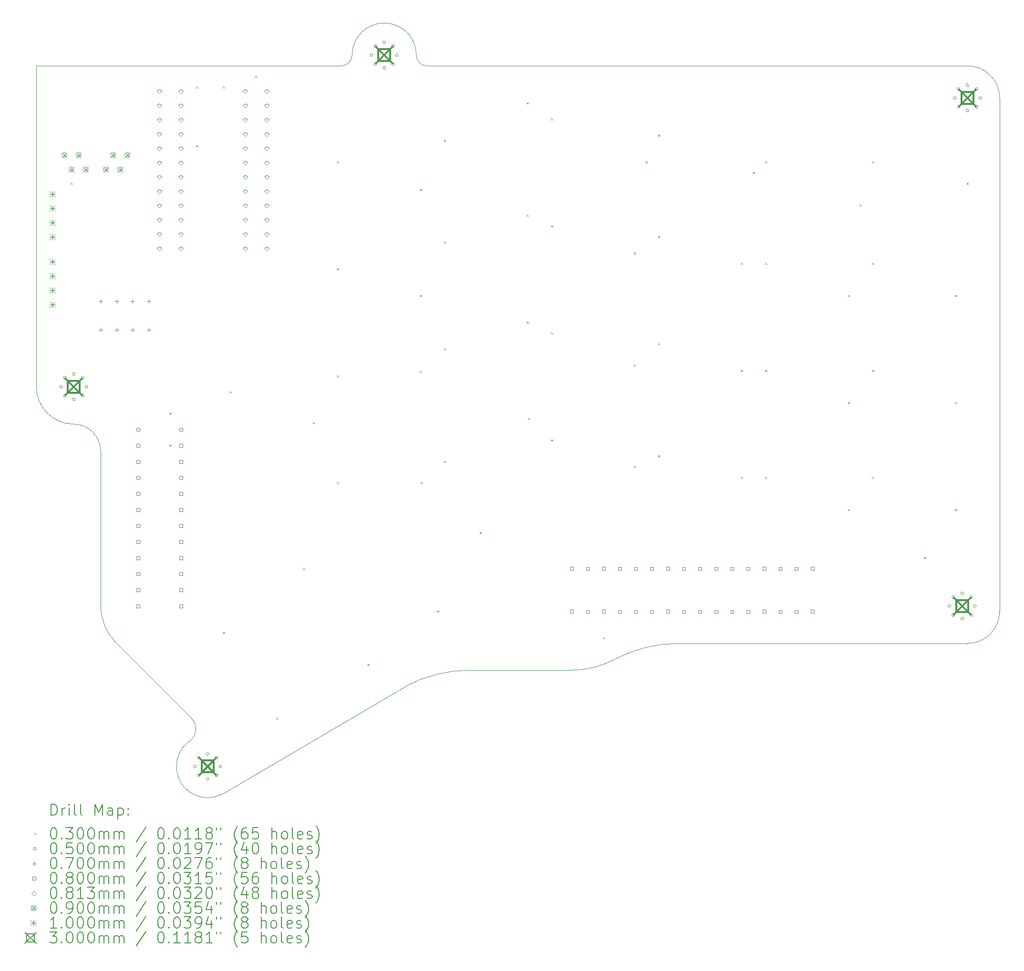
<source format=gbr>
%TF.GenerationSoftware,KiCad,Pcbnew,8.0.1*%
%TF.CreationDate,2024-04-28T15:42:03+00:00*%
%TF.ProjectId,split_kb,73706c69-745f-46b6-922e-6b696361645f,rev?*%
%TF.SameCoordinates,Original*%
%TF.FileFunction,Drillmap*%
%TF.FilePolarity,Positive*%
%FSLAX45Y45*%
G04 Gerber Fmt 4.5, Leading zero omitted, Abs format (unit mm)*
G04 Created by KiCad (PCBNEW 8.0.1) date 2024-04-28 15:42:03*
%MOMM*%
%LPD*%
G01*
G04 APERTURE LIST*
%ADD10C,0.050000*%
%ADD11C,0.200000*%
%ADD12C,0.100000*%
%ADD13C,0.300000*%
G04 APERTURE END LIST*
D10*
X9975000Y-16720000D02*
X13205000Y-14820000D01*
X7315000Y-10165000D02*
G75*
G02*
X7790000Y-10640000I0J-475000D01*
G01*
X13205000Y-14820000D02*
G75*
G02*
X14345000Y-14535000I1140000J-2137500D01*
G01*
X13585000Y-3800000D02*
X23180000Y-3800000D01*
X7790000Y-10640000D02*
X7790000Y-13395000D01*
X18050000Y-14060000D02*
X23180000Y-14060000D01*
X7315000Y-10165000D02*
G75*
G02*
X6650000Y-9500000I0J665000D01*
G01*
X23750000Y-13490000D02*
G75*
G02*
X23180000Y-14060000I-570000J0D01*
G01*
X9405000Y-15390000D02*
X8075000Y-14060000D01*
X16910000Y-14345000D02*
G75*
G02*
X16150000Y-14535000I-760000J1425000D01*
G01*
X9975000Y-16720000D02*
G75*
G02*
X9405000Y-15770000I-285000J475000D01*
G01*
X12255000Y-3610000D02*
G75*
G02*
X13395000Y-3610000I570000J0D01*
G01*
X14345000Y-14535000D02*
X16150000Y-14535000D01*
X8075000Y-14060000D02*
G75*
G02*
X7790001Y-13395000I665000J678570D01*
G01*
X13585000Y-3800000D02*
G75*
G02*
X13395000Y-3610000I0J190000D01*
G01*
X12255000Y-3610000D02*
G75*
G02*
X12065000Y-3800000I-190000J0D01*
G01*
X6650000Y-3800000D02*
X12065000Y-3800000D01*
X16910000Y-14345000D02*
G75*
G02*
X18050000Y-14060000I1140000J-2137500D01*
G01*
X9405000Y-15390000D02*
G75*
G02*
X9405000Y-15770000I-190000J-190000D01*
G01*
X6650000Y-9500000D02*
X6650000Y-3800000D01*
X23180000Y-3800000D02*
G75*
G02*
X23750000Y-4370000I0J-570000D01*
G01*
X23750000Y-13490000D02*
X23750000Y-4370000D01*
D11*
D12*
X7258000Y-5875000D02*
X7288000Y-5905000D01*
X7288000Y-5875000D02*
X7258000Y-5905000D01*
X9010000Y-9960000D02*
X9040000Y-9990000D01*
X9040000Y-9960000D02*
X9010000Y-9990000D01*
X9010000Y-10530000D02*
X9040000Y-10560000D01*
X9040000Y-10530000D02*
X9010000Y-10560000D01*
X9485000Y-4165000D02*
X9515000Y-4195000D01*
X9515000Y-4165000D02*
X9485000Y-4195000D01*
X9485000Y-5210000D02*
X9515000Y-5240000D01*
X9515000Y-5210000D02*
X9485000Y-5240000D01*
X9960000Y-4165000D02*
X9990000Y-4195000D01*
X9990000Y-4165000D02*
X9960000Y-4195000D01*
X9960000Y-13855000D02*
X9990000Y-13885000D01*
X9990000Y-13855000D02*
X9960000Y-13885000D01*
X10085000Y-9580000D02*
X10115000Y-9610000D01*
X10115000Y-9580000D02*
X10085000Y-9610000D01*
X10530000Y-3975000D02*
X10560000Y-4005000D01*
X10560000Y-3975000D02*
X10530000Y-4005000D01*
X10910000Y-15375000D02*
X10940000Y-15405000D01*
X10940000Y-15375000D02*
X10910000Y-15405000D01*
X11385000Y-12715000D02*
X11415000Y-12745000D01*
X11415000Y-12715000D02*
X11385000Y-12745000D01*
X11555000Y-10130000D02*
X11585000Y-10160000D01*
X11585000Y-10130000D02*
X11555000Y-10160000D01*
X11985000Y-5495000D02*
X12015000Y-5525000D01*
X12015000Y-5495000D02*
X11985000Y-5525000D01*
X11985000Y-7395000D02*
X12015000Y-7425000D01*
X12015000Y-7395000D02*
X11985000Y-7425000D01*
X11985000Y-9295000D02*
X12015000Y-9325000D01*
X12015000Y-9295000D02*
X11985000Y-9325000D01*
X11985000Y-11195000D02*
X12015000Y-11225000D01*
X12015000Y-11195000D02*
X11985000Y-11225000D01*
X12525000Y-14425000D02*
X12555000Y-14455000D01*
X12555000Y-14425000D02*
X12525000Y-14455000D01*
X13455000Y-5990000D02*
X13485000Y-6020000D01*
X13485000Y-5990000D02*
X13455000Y-6020000D01*
X13455000Y-7870000D02*
X13485000Y-7900000D01*
X13485000Y-7870000D02*
X13455000Y-7900000D01*
X13455000Y-9220000D02*
X13485000Y-9250000D01*
X13485000Y-9220000D02*
X13455000Y-9250000D01*
X13475000Y-11195000D02*
X13505000Y-11225000D01*
X13505000Y-11195000D02*
X13475000Y-11225000D01*
X13760000Y-13475000D02*
X13790000Y-13505000D01*
X13790000Y-13475000D02*
X13760000Y-13505000D01*
X13885000Y-5115000D02*
X13915000Y-5145000D01*
X13915000Y-5115000D02*
X13885000Y-5145000D01*
X13885000Y-6920000D02*
X13915000Y-6950000D01*
X13915000Y-6920000D02*
X13885000Y-6950000D01*
X13885000Y-8820000D02*
X13915000Y-8850000D01*
X13915000Y-8820000D02*
X13885000Y-8850000D01*
X13885000Y-10815000D02*
X13915000Y-10845000D01*
X13915000Y-10815000D02*
X13885000Y-10845000D01*
X14520000Y-12080000D02*
X14550000Y-12110000D01*
X14550000Y-12080000D02*
X14520000Y-12110000D01*
X15355000Y-4450000D02*
X15385000Y-4480000D01*
X15385000Y-4450000D02*
X15355000Y-4480000D01*
X15355000Y-6445000D02*
X15385000Y-6475000D01*
X15385000Y-6445000D02*
X15355000Y-6475000D01*
X15355000Y-8345000D02*
X15385000Y-8375000D01*
X15385000Y-8345000D02*
X15355000Y-8375000D01*
X15375000Y-10055000D02*
X15405000Y-10085000D01*
X15405000Y-10055000D02*
X15375000Y-10085000D01*
X15785000Y-4735000D02*
X15815000Y-4765000D01*
X15815000Y-4735000D02*
X15785000Y-4765000D01*
X15785000Y-6635000D02*
X15815000Y-6665000D01*
X15815000Y-6635000D02*
X15785000Y-6665000D01*
X15785000Y-8535000D02*
X15815000Y-8565000D01*
X15815000Y-8535000D02*
X15785000Y-8565000D01*
X15785000Y-10435000D02*
X15815000Y-10465000D01*
X15815000Y-10435000D02*
X15785000Y-10465000D01*
X16705000Y-13950000D02*
X16735000Y-13980000D01*
X16735000Y-13950000D02*
X16705000Y-13980000D01*
X17255000Y-7110000D02*
X17285000Y-7140000D01*
X17285000Y-7110000D02*
X17255000Y-7140000D01*
X17255000Y-9105000D02*
X17285000Y-9135000D01*
X17285000Y-9105000D02*
X17255000Y-9135000D01*
X17255000Y-10910000D02*
X17285000Y-10940000D01*
X17285000Y-10910000D02*
X17255000Y-10940000D01*
X17465000Y-5495000D02*
X17495000Y-5525000D01*
X17495000Y-5495000D02*
X17465000Y-5525000D01*
X17685000Y-5020000D02*
X17715000Y-5050000D01*
X17715000Y-5020000D02*
X17685000Y-5050000D01*
X17685000Y-6825000D02*
X17715000Y-6855000D01*
X17715000Y-6825000D02*
X17685000Y-6855000D01*
X17685000Y-8725000D02*
X17715000Y-8755000D01*
X17715000Y-8725000D02*
X17685000Y-8755000D01*
X17685000Y-10720000D02*
X17715000Y-10750000D01*
X17715000Y-10720000D02*
X17685000Y-10750000D01*
X19155000Y-7300000D02*
X19185000Y-7330000D01*
X19185000Y-7300000D02*
X19155000Y-7330000D01*
X19155000Y-9200000D02*
X19185000Y-9230000D01*
X19185000Y-9200000D02*
X19155000Y-9230000D01*
X19155000Y-11100000D02*
X19185000Y-11130000D01*
X19185000Y-11100000D02*
X19155000Y-11130000D01*
X19365000Y-5685000D02*
X19395000Y-5715000D01*
X19395000Y-5685000D02*
X19365000Y-5715000D01*
X19585000Y-5495000D02*
X19615000Y-5525000D01*
X19615000Y-5495000D02*
X19585000Y-5525000D01*
X19585000Y-7300000D02*
X19615000Y-7330000D01*
X19615000Y-7300000D02*
X19585000Y-7330000D01*
X19585000Y-9200000D02*
X19615000Y-9230000D01*
X19615000Y-9200000D02*
X19585000Y-9230000D01*
X19585000Y-11100000D02*
X19615000Y-11130000D01*
X19615000Y-11100000D02*
X19585000Y-11130000D01*
X21055000Y-7870000D02*
X21085000Y-7900000D01*
X21085000Y-7870000D02*
X21055000Y-7900000D01*
X21055000Y-9770000D02*
X21085000Y-9800000D01*
X21085000Y-9770000D02*
X21055000Y-9800000D01*
X21055000Y-11670000D02*
X21085000Y-11700000D01*
X21085000Y-11670000D02*
X21055000Y-11700000D01*
X21265000Y-6255000D02*
X21295000Y-6285000D01*
X21295000Y-6255000D02*
X21265000Y-6285000D01*
X21485000Y-5495000D02*
X21515000Y-5525000D01*
X21515000Y-5495000D02*
X21485000Y-5525000D01*
X21485000Y-7300000D02*
X21515000Y-7330000D01*
X21515000Y-7300000D02*
X21485000Y-7330000D01*
X21485000Y-9200000D02*
X21515000Y-9230000D01*
X21515000Y-9200000D02*
X21485000Y-9230000D01*
X21485000Y-11100000D02*
X21515000Y-11130000D01*
X21515000Y-11100000D02*
X21485000Y-11130000D01*
X22405000Y-12525000D02*
X22435000Y-12555000D01*
X22435000Y-12525000D02*
X22405000Y-12555000D01*
X22955000Y-7870000D02*
X22985000Y-7900000D01*
X22985000Y-7870000D02*
X22955000Y-7900000D01*
X22955000Y-9770000D02*
X22985000Y-9800000D01*
X22985000Y-9770000D02*
X22955000Y-9800000D01*
X22955000Y-11670000D02*
X22985000Y-11700000D01*
X22985000Y-11670000D02*
X22955000Y-11700000D01*
X23165000Y-5875000D02*
X23195000Y-5905000D01*
X23195000Y-5875000D02*
X23165000Y-5905000D01*
X7115000Y-9500000D02*
G75*
G02*
X7065000Y-9500000I-25000J0D01*
G01*
X7065000Y-9500000D02*
G75*
G02*
X7115000Y-9500000I25000J0D01*
G01*
X7180901Y-9340901D02*
G75*
G02*
X7130901Y-9340901I-25000J0D01*
G01*
X7130901Y-9340901D02*
G75*
G02*
X7180901Y-9340901I25000J0D01*
G01*
X7180901Y-9659099D02*
G75*
G02*
X7130901Y-9659099I-25000J0D01*
G01*
X7130901Y-9659099D02*
G75*
G02*
X7180901Y-9659099I25000J0D01*
G01*
X7340000Y-9275000D02*
G75*
G02*
X7290000Y-9275000I-25000J0D01*
G01*
X7290000Y-9275000D02*
G75*
G02*
X7340000Y-9275000I25000J0D01*
G01*
X7340000Y-9725000D02*
G75*
G02*
X7290000Y-9725000I-25000J0D01*
G01*
X7290000Y-9725000D02*
G75*
G02*
X7340000Y-9725000I25000J0D01*
G01*
X7499099Y-9340901D02*
G75*
G02*
X7449099Y-9340901I-25000J0D01*
G01*
X7449099Y-9340901D02*
G75*
G02*
X7499099Y-9340901I25000J0D01*
G01*
X7499099Y-9659099D02*
G75*
G02*
X7449099Y-9659099I-25000J0D01*
G01*
X7449099Y-9659099D02*
G75*
G02*
X7499099Y-9659099I25000J0D01*
G01*
X7565000Y-9500000D02*
G75*
G02*
X7515000Y-9500000I-25000J0D01*
G01*
X7515000Y-9500000D02*
G75*
G02*
X7565000Y-9500000I25000J0D01*
G01*
X9490000Y-16245000D02*
G75*
G02*
X9440000Y-16245000I-25000J0D01*
G01*
X9440000Y-16245000D02*
G75*
G02*
X9490000Y-16245000I25000J0D01*
G01*
X9555901Y-16085901D02*
G75*
G02*
X9505901Y-16085901I-25000J0D01*
G01*
X9505901Y-16085901D02*
G75*
G02*
X9555901Y-16085901I25000J0D01*
G01*
X9555901Y-16404099D02*
G75*
G02*
X9505901Y-16404099I-25000J0D01*
G01*
X9505901Y-16404099D02*
G75*
G02*
X9555901Y-16404099I25000J0D01*
G01*
X9715000Y-16020000D02*
G75*
G02*
X9665000Y-16020000I-25000J0D01*
G01*
X9665000Y-16020000D02*
G75*
G02*
X9715000Y-16020000I25000J0D01*
G01*
X9715000Y-16470000D02*
G75*
G02*
X9665000Y-16470000I-25000J0D01*
G01*
X9665000Y-16470000D02*
G75*
G02*
X9715000Y-16470000I25000J0D01*
G01*
X9874099Y-16085901D02*
G75*
G02*
X9824099Y-16085901I-25000J0D01*
G01*
X9824099Y-16085901D02*
G75*
G02*
X9874099Y-16085901I25000J0D01*
G01*
X9874099Y-16404099D02*
G75*
G02*
X9824099Y-16404099I-25000J0D01*
G01*
X9824099Y-16404099D02*
G75*
G02*
X9874099Y-16404099I25000J0D01*
G01*
X9940000Y-16245000D02*
G75*
G02*
X9890000Y-16245000I-25000J0D01*
G01*
X9890000Y-16245000D02*
G75*
G02*
X9940000Y-16245000I25000J0D01*
G01*
X12625000Y-3610000D02*
G75*
G02*
X12575000Y-3610000I-25000J0D01*
G01*
X12575000Y-3610000D02*
G75*
G02*
X12625000Y-3610000I25000J0D01*
G01*
X12690901Y-3450901D02*
G75*
G02*
X12640901Y-3450901I-25000J0D01*
G01*
X12640901Y-3450901D02*
G75*
G02*
X12690901Y-3450901I25000J0D01*
G01*
X12690901Y-3769099D02*
G75*
G02*
X12640901Y-3769099I-25000J0D01*
G01*
X12640901Y-3769099D02*
G75*
G02*
X12690901Y-3769099I25000J0D01*
G01*
X12850000Y-3385000D02*
G75*
G02*
X12800000Y-3385000I-25000J0D01*
G01*
X12800000Y-3385000D02*
G75*
G02*
X12850000Y-3385000I25000J0D01*
G01*
X12850000Y-3835000D02*
G75*
G02*
X12800000Y-3835000I-25000J0D01*
G01*
X12800000Y-3835000D02*
G75*
G02*
X12850000Y-3835000I25000J0D01*
G01*
X13009099Y-3450901D02*
G75*
G02*
X12959099Y-3450901I-25000J0D01*
G01*
X12959099Y-3450901D02*
G75*
G02*
X13009099Y-3450901I25000J0D01*
G01*
X13009099Y-3769099D02*
G75*
G02*
X12959099Y-3769099I-25000J0D01*
G01*
X12959099Y-3769099D02*
G75*
G02*
X13009099Y-3769099I25000J0D01*
G01*
X13075000Y-3610000D02*
G75*
G02*
X13025000Y-3610000I-25000J0D01*
G01*
X13025000Y-3610000D02*
G75*
G02*
X13075000Y-3610000I25000J0D01*
G01*
X22885000Y-13395000D02*
G75*
G02*
X22835000Y-13395000I-25000J0D01*
G01*
X22835000Y-13395000D02*
G75*
G02*
X22885000Y-13395000I25000J0D01*
G01*
X22950901Y-13235901D02*
G75*
G02*
X22900901Y-13235901I-25000J0D01*
G01*
X22900901Y-13235901D02*
G75*
G02*
X22950901Y-13235901I25000J0D01*
G01*
X22950901Y-13554099D02*
G75*
G02*
X22900901Y-13554099I-25000J0D01*
G01*
X22900901Y-13554099D02*
G75*
G02*
X22950901Y-13554099I25000J0D01*
G01*
X22980000Y-4370000D02*
G75*
G02*
X22930000Y-4370000I-25000J0D01*
G01*
X22930000Y-4370000D02*
G75*
G02*
X22980000Y-4370000I25000J0D01*
G01*
X23045901Y-4210901D02*
G75*
G02*
X22995901Y-4210901I-25000J0D01*
G01*
X22995901Y-4210901D02*
G75*
G02*
X23045901Y-4210901I25000J0D01*
G01*
X23045901Y-4529099D02*
G75*
G02*
X22995901Y-4529099I-25000J0D01*
G01*
X22995901Y-4529099D02*
G75*
G02*
X23045901Y-4529099I25000J0D01*
G01*
X23110000Y-13170000D02*
G75*
G02*
X23060000Y-13170000I-25000J0D01*
G01*
X23060000Y-13170000D02*
G75*
G02*
X23110000Y-13170000I25000J0D01*
G01*
X23110000Y-13620000D02*
G75*
G02*
X23060000Y-13620000I-25000J0D01*
G01*
X23060000Y-13620000D02*
G75*
G02*
X23110000Y-13620000I25000J0D01*
G01*
X23205000Y-4145000D02*
G75*
G02*
X23155000Y-4145000I-25000J0D01*
G01*
X23155000Y-4145000D02*
G75*
G02*
X23205000Y-4145000I25000J0D01*
G01*
X23205000Y-4595000D02*
G75*
G02*
X23155000Y-4595000I-25000J0D01*
G01*
X23155000Y-4595000D02*
G75*
G02*
X23205000Y-4595000I25000J0D01*
G01*
X23269099Y-13235901D02*
G75*
G02*
X23219099Y-13235901I-25000J0D01*
G01*
X23219099Y-13235901D02*
G75*
G02*
X23269099Y-13235901I25000J0D01*
G01*
X23269099Y-13554099D02*
G75*
G02*
X23219099Y-13554099I-25000J0D01*
G01*
X23219099Y-13554099D02*
G75*
G02*
X23269099Y-13554099I25000J0D01*
G01*
X23335000Y-13395000D02*
G75*
G02*
X23285000Y-13395000I-25000J0D01*
G01*
X23285000Y-13395000D02*
G75*
G02*
X23335000Y-13395000I25000J0D01*
G01*
X23364099Y-4210901D02*
G75*
G02*
X23314099Y-4210901I-25000J0D01*
G01*
X23314099Y-4210901D02*
G75*
G02*
X23364099Y-4210901I25000J0D01*
G01*
X23364099Y-4529099D02*
G75*
G02*
X23314099Y-4529099I-25000J0D01*
G01*
X23314099Y-4529099D02*
G75*
G02*
X23364099Y-4529099I25000J0D01*
G01*
X23430000Y-4370000D02*
G75*
G02*
X23380000Y-4370000I-25000J0D01*
G01*
X23380000Y-4370000D02*
G75*
G02*
X23430000Y-4370000I25000J0D01*
G01*
X7790000Y-7945000D02*
X7790000Y-8015000D01*
X7755000Y-7980000D02*
X7825000Y-7980000D01*
X7790000Y-8453000D02*
X7790000Y-8523000D01*
X7755000Y-8488000D02*
X7825000Y-8488000D01*
X8075000Y-7945000D02*
X8075000Y-8015000D01*
X8040000Y-7980000D02*
X8110000Y-7980000D01*
X8075000Y-8453000D02*
X8075000Y-8523000D01*
X8040000Y-8488000D02*
X8110000Y-8488000D01*
X8360000Y-7945000D02*
X8360000Y-8015000D01*
X8325000Y-7980000D02*
X8395000Y-7980000D01*
X8360000Y-8453000D02*
X8360000Y-8523000D01*
X8325000Y-8488000D02*
X8395000Y-8488000D01*
X8645000Y-7945000D02*
X8645000Y-8015000D01*
X8610000Y-7980000D02*
X8680000Y-7980000D01*
X8645000Y-8453000D02*
X8645000Y-8523000D01*
X8610000Y-8488000D02*
X8680000Y-8488000D01*
X8482285Y-11143285D02*
X8482285Y-11086716D01*
X8425716Y-11086716D01*
X8425716Y-11143285D01*
X8482285Y-11143285D01*
X8482285Y-11428284D02*
X8482285Y-11371715D01*
X8425716Y-11371715D01*
X8425716Y-11428284D01*
X8482285Y-11428284D01*
X8482285Y-11998284D02*
X8482285Y-11941715D01*
X8425716Y-11941715D01*
X8425716Y-11998284D01*
X8482285Y-11998284D01*
X8482285Y-12283284D02*
X8482285Y-12226715D01*
X8425716Y-12226715D01*
X8425716Y-12283284D01*
X8482285Y-12283284D01*
X8482285Y-12568284D02*
X8482285Y-12511715D01*
X8425716Y-12511715D01*
X8425716Y-12568284D01*
X8482285Y-12568284D01*
X8482285Y-12853284D02*
X8482285Y-12796715D01*
X8425716Y-12796715D01*
X8425716Y-12853284D01*
X8482285Y-12853284D01*
X8482285Y-13423284D02*
X8482285Y-13366715D01*
X8425716Y-13366715D01*
X8425716Y-13423284D01*
X8482285Y-13423284D01*
X8483285Y-10288285D02*
X8483285Y-10231716D01*
X8426716Y-10231716D01*
X8426716Y-10288285D01*
X8483285Y-10288285D01*
X8483285Y-10573285D02*
X8483285Y-10516716D01*
X8426716Y-10516716D01*
X8426716Y-10573285D01*
X8483285Y-10573285D01*
X8483285Y-11713284D02*
X8483285Y-11656715D01*
X8426716Y-11656715D01*
X8426716Y-11713284D01*
X8483285Y-11713284D01*
X8483285Y-13138284D02*
X8483285Y-13081715D01*
X8426716Y-13081715D01*
X8426716Y-13138284D01*
X8483285Y-13138284D01*
X8485285Y-10858285D02*
X8485285Y-10801716D01*
X8428716Y-10801716D01*
X8428716Y-10858285D01*
X8485285Y-10858285D01*
X9244285Y-11143285D02*
X9244285Y-11086716D01*
X9187716Y-11086716D01*
X9187716Y-11143285D01*
X9244285Y-11143285D01*
X9244285Y-11428284D02*
X9244285Y-11371715D01*
X9187716Y-11371715D01*
X9187716Y-11428284D01*
X9244285Y-11428284D01*
X9244285Y-11998284D02*
X9244285Y-11941715D01*
X9187716Y-11941715D01*
X9187716Y-11998284D01*
X9244285Y-11998284D01*
X9244285Y-12283284D02*
X9244285Y-12226715D01*
X9187716Y-12226715D01*
X9187716Y-12283284D01*
X9244285Y-12283284D01*
X9244285Y-12568284D02*
X9244285Y-12511715D01*
X9187716Y-12511715D01*
X9187716Y-12568284D01*
X9244285Y-12568284D01*
X9244285Y-12853284D02*
X9244285Y-12796715D01*
X9187716Y-12796715D01*
X9187716Y-12853284D01*
X9244285Y-12853284D01*
X9244285Y-13423284D02*
X9244285Y-13366715D01*
X9187716Y-13366715D01*
X9187716Y-13423284D01*
X9244285Y-13423284D01*
X9245285Y-10288285D02*
X9245285Y-10231716D01*
X9188716Y-10231716D01*
X9188716Y-10288285D01*
X9245285Y-10288285D01*
X9245285Y-10573285D02*
X9245285Y-10516716D01*
X9188716Y-10516716D01*
X9188716Y-10573285D01*
X9245285Y-10573285D01*
X9245285Y-11713284D02*
X9245285Y-11656715D01*
X9188716Y-11656715D01*
X9188716Y-11713284D01*
X9245285Y-11713284D01*
X9245285Y-13138284D02*
X9245285Y-13081715D01*
X9188716Y-13081715D01*
X9188716Y-13138284D01*
X9245285Y-13138284D01*
X9247285Y-10858285D02*
X9247285Y-10801716D01*
X9190716Y-10801716D01*
X9190716Y-10858285D01*
X9247285Y-10858285D01*
X16178284Y-12758284D02*
X16178284Y-12701715D01*
X16121715Y-12701715D01*
X16121715Y-12758284D01*
X16178284Y-12758284D01*
X16178284Y-13520284D02*
X16178284Y-13463715D01*
X16121715Y-13463715D01*
X16121715Y-13520284D01*
X16178284Y-13520284D01*
X16463284Y-12759284D02*
X16463284Y-12702715D01*
X16406715Y-12702715D01*
X16406715Y-12759284D01*
X16463284Y-12759284D01*
X16463284Y-13521284D02*
X16463284Y-13464715D01*
X16406715Y-13464715D01*
X16406715Y-13521284D01*
X16463284Y-13521284D01*
X16748284Y-12758284D02*
X16748284Y-12701715D01*
X16691715Y-12701715D01*
X16691715Y-12758284D01*
X16748284Y-12758284D01*
X16748284Y-13520284D02*
X16748284Y-13463715D01*
X16691715Y-13463715D01*
X16691715Y-13520284D01*
X16748284Y-13520284D01*
X17033285Y-12759284D02*
X17033285Y-12702715D01*
X16976716Y-12702715D01*
X16976716Y-12759284D01*
X17033285Y-12759284D01*
X17033285Y-13521284D02*
X17033285Y-13464715D01*
X16976716Y-13464715D01*
X16976716Y-13521284D01*
X17033285Y-13521284D01*
X17318285Y-12759284D02*
X17318285Y-12702715D01*
X17261716Y-12702715D01*
X17261716Y-12759284D01*
X17318285Y-12759284D01*
X17318285Y-13521284D02*
X17318285Y-13464715D01*
X17261716Y-13464715D01*
X17261716Y-13521284D01*
X17318285Y-13521284D01*
X17603285Y-12759284D02*
X17603285Y-12702715D01*
X17546716Y-12702715D01*
X17546716Y-12759284D01*
X17603285Y-12759284D01*
X17603285Y-13521284D02*
X17603285Y-13464715D01*
X17546716Y-13464715D01*
X17546716Y-13521284D01*
X17603285Y-13521284D01*
X17888285Y-12758284D02*
X17888285Y-12701715D01*
X17831716Y-12701715D01*
X17831716Y-12758284D01*
X17888285Y-12758284D01*
X17888285Y-13520284D02*
X17888285Y-13463715D01*
X17831716Y-13463715D01*
X17831716Y-13520284D01*
X17888285Y-13520284D01*
X18173285Y-12759284D02*
X18173285Y-12702715D01*
X18116716Y-12702715D01*
X18116716Y-12759284D01*
X18173285Y-12759284D01*
X18173285Y-13521284D02*
X18173285Y-13464715D01*
X18116716Y-13464715D01*
X18116716Y-13521284D01*
X18173285Y-13521284D01*
X18458285Y-12759284D02*
X18458285Y-12702715D01*
X18401716Y-12702715D01*
X18401716Y-12759284D01*
X18458285Y-12759284D01*
X18458285Y-13521284D02*
X18458285Y-13464715D01*
X18401716Y-13464715D01*
X18401716Y-13521284D01*
X18458285Y-13521284D01*
X18743285Y-12759284D02*
X18743285Y-12702715D01*
X18686716Y-12702715D01*
X18686716Y-12759284D01*
X18743285Y-12759284D01*
X18743285Y-13521284D02*
X18743285Y-13464715D01*
X18686716Y-13464715D01*
X18686716Y-13521284D01*
X18743285Y-13521284D01*
X19028285Y-12759284D02*
X19028285Y-12702715D01*
X18971716Y-12702715D01*
X18971716Y-12759284D01*
X19028285Y-12759284D01*
X19028285Y-13521284D02*
X19028285Y-13464715D01*
X18971716Y-13464715D01*
X18971716Y-13521284D01*
X19028285Y-13521284D01*
X19313285Y-12760284D02*
X19313285Y-12703715D01*
X19256716Y-12703715D01*
X19256716Y-12760284D01*
X19313285Y-12760284D01*
X19313285Y-13522284D02*
X19313285Y-13465715D01*
X19256716Y-13465715D01*
X19256716Y-13522284D01*
X19313285Y-13522284D01*
X19598285Y-12758284D02*
X19598285Y-12701715D01*
X19541716Y-12701715D01*
X19541716Y-12758284D01*
X19598285Y-12758284D01*
X19598285Y-13520284D02*
X19598285Y-13463715D01*
X19541716Y-13463715D01*
X19541716Y-13520284D01*
X19598285Y-13520284D01*
X19883285Y-12759284D02*
X19883285Y-12702715D01*
X19826716Y-12702715D01*
X19826716Y-12759284D01*
X19883285Y-12759284D01*
X19883285Y-13521284D02*
X19883285Y-13464715D01*
X19826716Y-13464715D01*
X19826716Y-13521284D01*
X19883285Y-13521284D01*
X20168285Y-12759284D02*
X20168285Y-12702715D01*
X20111716Y-12702715D01*
X20111716Y-12759284D01*
X20168285Y-12759284D01*
X20168285Y-13521284D02*
X20168285Y-13464715D01*
X20111716Y-13464715D01*
X20111716Y-13521284D01*
X20168285Y-13521284D01*
X20453285Y-12758284D02*
X20453285Y-12701715D01*
X20396716Y-12701715D01*
X20396716Y-12758284D01*
X20453285Y-12758284D01*
X20453285Y-13520284D02*
X20453285Y-13463715D01*
X20396716Y-13463715D01*
X20396716Y-13520284D01*
X20453285Y-13520284D01*
X8834140Y-4292840D02*
X8874780Y-4252200D01*
X8834140Y-4211560D01*
X8793500Y-4252200D01*
X8834140Y-4292840D01*
X8834140Y-4546840D02*
X8874780Y-4506200D01*
X8834140Y-4465560D01*
X8793500Y-4506200D01*
X8834140Y-4546840D01*
X8834140Y-4800840D02*
X8874780Y-4760200D01*
X8834140Y-4719560D01*
X8793500Y-4760200D01*
X8834140Y-4800840D01*
X8834140Y-5054840D02*
X8874780Y-5014200D01*
X8834140Y-4973560D01*
X8793500Y-5014200D01*
X8834140Y-5054840D01*
X8834140Y-5308840D02*
X8874780Y-5268200D01*
X8834140Y-5227560D01*
X8793500Y-5268200D01*
X8834140Y-5308840D01*
X8834140Y-5562840D02*
X8874780Y-5522200D01*
X8834140Y-5481560D01*
X8793500Y-5522200D01*
X8834140Y-5562840D01*
X8834140Y-5816840D02*
X8874780Y-5776200D01*
X8834140Y-5735560D01*
X8793500Y-5776200D01*
X8834140Y-5816840D01*
X8834140Y-6070840D02*
X8874780Y-6030200D01*
X8834140Y-5989560D01*
X8793500Y-6030200D01*
X8834140Y-6070840D01*
X8834140Y-6324840D02*
X8874780Y-6284200D01*
X8834140Y-6243560D01*
X8793500Y-6284200D01*
X8834140Y-6324840D01*
X8834140Y-6578840D02*
X8874780Y-6538200D01*
X8834140Y-6497560D01*
X8793500Y-6538200D01*
X8834140Y-6578840D01*
X8834140Y-6832840D02*
X8874780Y-6792200D01*
X8834140Y-6751560D01*
X8793500Y-6792200D01*
X8834140Y-6832840D01*
X8834140Y-7086840D02*
X8874780Y-7046200D01*
X8834140Y-7005560D01*
X8793500Y-7046200D01*
X8834140Y-7086840D01*
X9214140Y-4292840D02*
X9254780Y-4252200D01*
X9214140Y-4211560D01*
X9173500Y-4252200D01*
X9214140Y-4292840D01*
X9214140Y-4546840D02*
X9254780Y-4506200D01*
X9214140Y-4465560D01*
X9173500Y-4506200D01*
X9214140Y-4546840D01*
X9214140Y-4800840D02*
X9254780Y-4760200D01*
X9214140Y-4719560D01*
X9173500Y-4760200D01*
X9214140Y-4800840D01*
X9214140Y-5054840D02*
X9254780Y-5014200D01*
X9214140Y-4973560D01*
X9173500Y-5014200D01*
X9214140Y-5054840D01*
X9214140Y-5308840D02*
X9254780Y-5268200D01*
X9214140Y-5227560D01*
X9173500Y-5268200D01*
X9214140Y-5308840D01*
X9214140Y-5562840D02*
X9254780Y-5522200D01*
X9214140Y-5481560D01*
X9173500Y-5522200D01*
X9214140Y-5562840D01*
X9214140Y-5816840D02*
X9254780Y-5776200D01*
X9214140Y-5735560D01*
X9173500Y-5776200D01*
X9214140Y-5816840D01*
X9214140Y-6070840D02*
X9254780Y-6030200D01*
X9214140Y-5989560D01*
X9173500Y-6030200D01*
X9214140Y-6070840D01*
X9214140Y-6324840D02*
X9254780Y-6284200D01*
X9214140Y-6243560D01*
X9173500Y-6284200D01*
X9214140Y-6324840D01*
X9214140Y-6578840D02*
X9254780Y-6538200D01*
X9214140Y-6497560D01*
X9173500Y-6538200D01*
X9214140Y-6578840D01*
X9214140Y-6832840D02*
X9254780Y-6792200D01*
X9214140Y-6751560D01*
X9173500Y-6792200D01*
X9214140Y-6832840D01*
X9214140Y-7086840D02*
X9254780Y-7046200D01*
X9214140Y-7005560D01*
X9173500Y-7046200D01*
X9214140Y-7086840D01*
X10356140Y-4292840D02*
X10396780Y-4252200D01*
X10356140Y-4211560D01*
X10315500Y-4252200D01*
X10356140Y-4292840D01*
X10356140Y-4546840D02*
X10396780Y-4506200D01*
X10356140Y-4465560D01*
X10315500Y-4506200D01*
X10356140Y-4546840D01*
X10356140Y-4800840D02*
X10396780Y-4760200D01*
X10356140Y-4719560D01*
X10315500Y-4760200D01*
X10356140Y-4800840D01*
X10356140Y-5054840D02*
X10396780Y-5014200D01*
X10356140Y-4973560D01*
X10315500Y-5014200D01*
X10356140Y-5054840D01*
X10356140Y-5308840D02*
X10396780Y-5268200D01*
X10356140Y-5227560D01*
X10315500Y-5268200D01*
X10356140Y-5308840D01*
X10356140Y-5562840D02*
X10396780Y-5522200D01*
X10356140Y-5481560D01*
X10315500Y-5522200D01*
X10356140Y-5562840D01*
X10356140Y-5816840D02*
X10396780Y-5776200D01*
X10356140Y-5735560D01*
X10315500Y-5776200D01*
X10356140Y-5816840D01*
X10356140Y-6070840D02*
X10396780Y-6030200D01*
X10356140Y-5989560D01*
X10315500Y-6030200D01*
X10356140Y-6070840D01*
X10356140Y-6324840D02*
X10396780Y-6284200D01*
X10356140Y-6243560D01*
X10315500Y-6284200D01*
X10356140Y-6324840D01*
X10356140Y-6578840D02*
X10396780Y-6538200D01*
X10356140Y-6497560D01*
X10315500Y-6538200D01*
X10356140Y-6578840D01*
X10356140Y-6832840D02*
X10396780Y-6792200D01*
X10356140Y-6751560D01*
X10315500Y-6792200D01*
X10356140Y-6832840D01*
X10356140Y-7086840D02*
X10396780Y-7046200D01*
X10356140Y-7005560D01*
X10315500Y-7046200D01*
X10356140Y-7086840D01*
X10736140Y-4292840D02*
X10776780Y-4252200D01*
X10736140Y-4211560D01*
X10695500Y-4252200D01*
X10736140Y-4292840D01*
X10736140Y-4546840D02*
X10776780Y-4506200D01*
X10736140Y-4465560D01*
X10695500Y-4506200D01*
X10736140Y-4546840D01*
X10736140Y-4800840D02*
X10776780Y-4760200D01*
X10736140Y-4719560D01*
X10695500Y-4760200D01*
X10736140Y-4800840D01*
X10736140Y-5054840D02*
X10776780Y-5014200D01*
X10736140Y-4973560D01*
X10695500Y-5014200D01*
X10736140Y-5054840D01*
X10736140Y-5308840D02*
X10776780Y-5268200D01*
X10736140Y-5227560D01*
X10695500Y-5268200D01*
X10736140Y-5308840D01*
X10736140Y-5562840D02*
X10776780Y-5522200D01*
X10736140Y-5481560D01*
X10695500Y-5522200D01*
X10736140Y-5562840D01*
X10736140Y-5816840D02*
X10776780Y-5776200D01*
X10736140Y-5735560D01*
X10695500Y-5776200D01*
X10736140Y-5816840D01*
X10736140Y-6070840D02*
X10776780Y-6030200D01*
X10736140Y-5989560D01*
X10695500Y-6030200D01*
X10736140Y-6070840D01*
X10736140Y-6324840D02*
X10776780Y-6284200D01*
X10736140Y-6243560D01*
X10695500Y-6284200D01*
X10736140Y-6324840D01*
X10736140Y-6578840D02*
X10776780Y-6538200D01*
X10736140Y-6497560D01*
X10695500Y-6538200D01*
X10736140Y-6578840D01*
X10736140Y-6832840D02*
X10776780Y-6792200D01*
X10736140Y-6751560D01*
X10695500Y-6792200D01*
X10736140Y-6832840D01*
X10736140Y-7086840D02*
X10776780Y-7046200D01*
X10736140Y-7005560D01*
X10695500Y-7046200D01*
X10736140Y-7086840D01*
X7101000Y-5340000D02*
X7191000Y-5430000D01*
X7191000Y-5340000D02*
X7101000Y-5430000D01*
X7191000Y-5385000D02*
G75*
G02*
X7101000Y-5385000I-45000J0D01*
G01*
X7101000Y-5385000D02*
G75*
G02*
X7191000Y-5385000I45000J0D01*
G01*
X7228000Y-5594000D02*
X7318000Y-5684000D01*
X7318000Y-5594000D02*
X7228000Y-5684000D01*
X7318000Y-5639000D02*
G75*
G02*
X7228000Y-5639000I-45000J0D01*
G01*
X7228000Y-5639000D02*
G75*
G02*
X7318000Y-5639000I45000J0D01*
G01*
X7355000Y-5340000D02*
X7445000Y-5430000D01*
X7445000Y-5340000D02*
X7355000Y-5430000D01*
X7445000Y-5385000D02*
G75*
G02*
X7355000Y-5385000I-45000J0D01*
G01*
X7355000Y-5385000D02*
G75*
G02*
X7445000Y-5385000I45000J0D01*
G01*
X7482000Y-5594000D02*
X7572000Y-5684000D01*
X7572000Y-5594000D02*
X7482000Y-5684000D01*
X7572000Y-5639000D02*
G75*
G02*
X7482000Y-5639000I-45000J0D01*
G01*
X7482000Y-5639000D02*
G75*
G02*
X7572000Y-5639000I45000J0D01*
G01*
X7838000Y-5594000D02*
X7928000Y-5684000D01*
X7928000Y-5594000D02*
X7838000Y-5684000D01*
X7928000Y-5639000D02*
G75*
G02*
X7838000Y-5639000I-45000J0D01*
G01*
X7838000Y-5639000D02*
G75*
G02*
X7928000Y-5639000I45000J0D01*
G01*
X7965000Y-5340000D02*
X8055000Y-5430000D01*
X8055000Y-5340000D02*
X7965000Y-5430000D01*
X8055000Y-5385000D02*
G75*
G02*
X7965000Y-5385000I-45000J0D01*
G01*
X7965000Y-5385000D02*
G75*
G02*
X8055000Y-5385000I45000J0D01*
G01*
X8092000Y-5594000D02*
X8182000Y-5684000D01*
X8182000Y-5594000D02*
X8092000Y-5684000D01*
X8182000Y-5639000D02*
G75*
G02*
X8092000Y-5639000I-45000J0D01*
G01*
X8092000Y-5639000D02*
G75*
G02*
X8182000Y-5639000I45000J0D01*
G01*
X8219000Y-5340000D02*
X8309000Y-5430000D01*
X8309000Y-5340000D02*
X8219000Y-5430000D01*
X8309000Y-5385000D02*
G75*
G02*
X8219000Y-5385000I-45000J0D01*
G01*
X8219000Y-5385000D02*
G75*
G02*
X8309000Y-5385000I45000J0D01*
G01*
X6885000Y-6028000D02*
X6985000Y-6128000D01*
X6985000Y-6028000D02*
X6885000Y-6128000D01*
X6935000Y-6028000D02*
X6935000Y-6128000D01*
X6885000Y-6078000D02*
X6985000Y-6078000D01*
X6885000Y-6282000D02*
X6985000Y-6382000D01*
X6985000Y-6282000D02*
X6885000Y-6382000D01*
X6935000Y-6282000D02*
X6935000Y-6382000D01*
X6885000Y-6332000D02*
X6985000Y-6332000D01*
X6885000Y-6536000D02*
X6985000Y-6636000D01*
X6985000Y-6536000D02*
X6885000Y-6636000D01*
X6935000Y-6536000D02*
X6935000Y-6636000D01*
X6885000Y-6586000D02*
X6985000Y-6586000D01*
X6885000Y-6790000D02*
X6985000Y-6890000D01*
X6985000Y-6790000D02*
X6885000Y-6890000D01*
X6935000Y-6790000D02*
X6935000Y-6890000D01*
X6885000Y-6840000D02*
X6985000Y-6840000D01*
X6885000Y-7232000D02*
X6985000Y-7332000D01*
X6985000Y-7232000D02*
X6885000Y-7332000D01*
X6935000Y-7232000D02*
X6935000Y-7332000D01*
X6885000Y-7282000D02*
X6985000Y-7282000D01*
X6885000Y-7486000D02*
X6985000Y-7586000D01*
X6985000Y-7486000D02*
X6885000Y-7586000D01*
X6935000Y-7486000D02*
X6935000Y-7586000D01*
X6885000Y-7536000D02*
X6985000Y-7536000D01*
X6885000Y-7740000D02*
X6985000Y-7840000D01*
X6985000Y-7740000D02*
X6885000Y-7840000D01*
X6935000Y-7740000D02*
X6935000Y-7840000D01*
X6885000Y-7790000D02*
X6985000Y-7790000D01*
X6885000Y-7994000D02*
X6985000Y-8094000D01*
X6985000Y-7994000D02*
X6885000Y-8094000D01*
X6935000Y-7994000D02*
X6935000Y-8094000D01*
X6885000Y-8044000D02*
X6985000Y-8044000D01*
D13*
X7165000Y-9350000D02*
X7465000Y-9650000D01*
X7465000Y-9350000D02*
X7165000Y-9650000D01*
X7421067Y-9606067D02*
X7421067Y-9393933D01*
X7208933Y-9393933D01*
X7208933Y-9606067D01*
X7421067Y-9606067D01*
X9540000Y-16095000D02*
X9840000Y-16395000D01*
X9840000Y-16095000D02*
X9540000Y-16395000D01*
X9796067Y-16351067D02*
X9796067Y-16138933D01*
X9583933Y-16138933D01*
X9583933Y-16351067D01*
X9796067Y-16351067D01*
X12675000Y-3460000D02*
X12975000Y-3760000D01*
X12975000Y-3460000D02*
X12675000Y-3760000D01*
X12931067Y-3716067D02*
X12931067Y-3503933D01*
X12718933Y-3503933D01*
X12718933Y-3716067D01*
X12931067Y-3716067D01*
X22935000Y-13245000D02*
X23235000Y-13545000D01*
X23235000Y-13245000D02*
X22935000Y-13545000D01*
X23191067Y-13501067D02*
X23191067Y-13288933D01*
X22978933Y-13288933D01*
X22978933Y-13501067D01*
X23191067Y-13501067D01*
X23030000Y-4220000D02*
X23330000Y-4520000D01*
X23330000Y-4220000D02*
X23030000Y-4520000D01*
X23286067Y-4476067D02*
X23286067Y-4263933D01*
X23073933Y-4263933D01*
X23073933Y-4476067D01*
X23286067Y-4476067D01*
D11*
X6908277Y-17112924D02*
X6908277Y-16912924D01*
X6908277Y-16912924D02*
X6955896Y-16912924D01*
X6955896Y-16912924D02*
X6984467Y-16922448D01*
X6984467Y-16922448D02*
X7003515Y-16941496D01*
X7003515Y-16941496D02*
X7013039Y-16960543D01*
X7013039Y-16960543D02*
X7022562Y-16998638D01*
X7022562Y-16998638D02*
X7022562Y-17027210D01*
X7022562Y-17027210D02*
X7013039Y-17065305D01*
X7013039Y-17065305D02*
X7003515Y-17084353D01*
X7003515Y-17084353D02*
X6984467Y-17103400D01*
X6984467Y-17103400D02*
X6955896Y-17112924D01*
X6955896Y-17112924D02*
X6908277Y-17112924D01*
X7108277Y-17112924D02*
X7108277Y-16979591D01*
X7108277Y-17017686D02*
X7117801Y-16998638D01*
X7117801Y-16998638D02*
X7127324Y-16989115D01*
X7127324Y-16989115D02*
X7146372Y-16979591D01*
X7146372Y-16979591D02*
X7165420Y-16979591D01*
X7232086Y-17112924D02*
X7232086Y-16979591D01*
X7232086Y-16912924D02*
X7222562Y-16922448D01*
X7222562Y-16922448D02*
X7232086Y-16931972D01*
X7232086Y-16931972D02*
X7241610Y-16922448D01*
X7241610Y-16922448D02*
X7232086Y-16912924D01*
X7232086Y-16912924D02*
X7232086Y-16931972D01*
X7355896Y-17112924D02*
X7336848Y-17103400D01*
X7336848Y-17103400D02*
X7327324Y-17084353D01*
X7327324Y-17084353D02*
X7327324Y-16912924D01*
X7460658Y-17112924D02*
X7441610Y-17103400D01*
X7441610Y-17103400D02*
X7432086Y-17084353D01*
X7432086Y-17084353D02*
X7432086Y-16912924D01*
X7689229Y-17112924D02*
X7689229Y-16912924D01*
X7689229Y-16912924D02*
X7755896Y-17055781D01*
X7755896Y-17055781D02*
X7822562Y-16912924D01*
X7822562Y-16912924D02*
X7822562Y-17112924D01*
X8003515Y-17112924D02*
X8003515Y-17008162D01*
X8003515Y-17008162D02*
X7993991Y-16989115D01*
X7993991Y-16989115D02*
X7974943Y-16979591D01*
X7974943Y-16979591D02*
X7936848Y-16979591D01*
X7936848Y-16979591D02*
X7917801Y-16989115D01*
X8003515Y-17103400D02*
X7984467Y-17112924D01*
X7984467Y-17112924D02*
X7936848Y-17112924D01*
X7936848Y-17112924D02*
X7917801Y-17103400D01*
X7917801Y-17103400D02*
X7908277Y-17084353D01*
X7908277Y-17084353D02*
X7908277Y-17065305D01*
X7908277Y-17065305D02*
X7917801Y-17046258D01*
X7917801Y-17046258D02*
X7936848Y-17036734D01*
X7936848Y-17036734D02*
X7984467Y-17036734D01*
X7984467Y-17036734D02*
X8003515Y-17027210D01*
X8098753Y-16979591D02*
X8098753Y-17179591D01*
X8098753Y-16989115D02*
X8117801Y-16979591D01*
X8117801Y-16979591D02*
X8155896Y-16979591D01*
X8155896Y-16979591D02*
X8174943Y-16989115D01*
X8174943Y-16989115D02*
X8184467Y-16998638D01*
X8184467Y-16998638D02*
X8193991Y-17017686D01*
X8193991Y-17017686D02*
X8193991Y-17074829D01*
X8193991Y-17074829D02*
X8184467Y-17093877D01*
X8184467Y-17093877D02*
X8174943Y-17103400D01*
X8174943Y-17103400D02*
X8155896Y-17112924D01*
X8155896Y-17112924D02*
X8117801Y-17112924D01*
X8117801Y-17112924D02*
X8098753Y-17103400D01*
X8279705Y-17093877D02*
X8289229Y-17103400D01*
X8289229Y-17103400D02*
X8279705Y-17112924D01*
X8279705Y-17112924D02*
X8270182Y-17103400D01*
X8270182Y-17103400D02*
X8279705Y-17093877D01*
X8279705Y-17093877D02*
X8279705Y-17112924D01*
X8279705Y-16989115D02*
X8289229Y-16998638D01*
X8289229Y-16998638D02*
X8279705Y-17008162D01*
X8279705Y-17008162D02*
X8270182Y-16998638D01*
X8270182Y-16998638D02*
X8279705Y-16989115D01*
X8279705Y-16989115D02*
X8279705Y-17008162D01*
D12*
X6617500Y-17426440D02*
X6647500Y-17456440D01*
X6647500Y-17426440D02*
X6617500Y-17456440D01*
D11*
X6946372Y-17332924D02*
X6965420Y-17332924D01*
X6965420Y-17332924D02*
X6984467Y-17342448D01*
X6984467Y-17342448D02*
X6993991Y-17351972D01*
X6993991Y-17351972D02*
X7003515Y-17371019D01*
X7003515Y-17371019D02*
X7013039Y-17409115D01*
X7013039Y-17409115D02*
X7013039Y-17456734D01*
X7013039Y-17456734D02*
X7003515Y-17494829D01*
X7003515Y-17494829D02*
X6993991Y-17513877D01*
X6993991Y-17513877D02*
X6984467Y-17523400D01*
X6984467Y-17523400D02*
X6965420Y-17532924D01*
X6965420Y-17532924D02*
X6946372Y-17532924D01*
X6946372Y-17532924D02*
X6927324Y-17523400D01*
X6927324Y-17523400D02*
X6917801Y-17513877D01*
X6917801Y-17513877D02*
X6908277Y-17494829D01*
X6908277Y-17494829D02*
X6898753Y-17456734D01*
X6898753Y-17456734D02*
X6898753Y-17409115D01*
X6898753Y-17409115D02*
X6908277Y-17371019D01*
X6908277Y-17371019D02*
X6917801Y-17351972D01*
X6917801Y-17351972D02*
X6927324Y-17342448D01*
X6927324Y-17342448D02*
X6946372Y-17332924D01*
X7098753Y-17513877D02*
X7108277Y-17523400D01*
X7108277Y-17523400D02*
X7098753Y-17532924D01*
X7098753Y-17532924D02*
X7089229Y-17523400D01*
X7089229Y-17523400D02*
X7098753Y-17513877D01*
X7098753Y-17513877D02*
X7098753Y-17532924D01*
X7174943Y-17332924D02*
X7298753Y-17332924D01*
X7298753Y-17332924D02*
X7232086Y-17409115D01*
X7232086Y-17409115D02*
X7260658Y-17409115D01*
X7260658Y-17409115D02*
X7279705Y-17418638D01*
X7279705Y-17418638D02*
X7289229Y-17428162D01*
X7289229Y-17428162D02*
X7298753Y-17447210D01*
X7298753Y-17447210D02*
X7298753Y-17494829D01*
X7298753Y-17494829D02*
X7289229Y-17513877D01*
X7289229Y-17513877D02*
X7279705Y-17523400D01*
X7279705Y-17523400D02*
X7260658Y-17532924D01*
X7260658Y-17532924D02*
X7203515Y-17532924D01*
X7203515Y-17532924D02*
X7184467Y-17523400D01*
X7184467Y-17523400D02*
X7174943Y-17513877D01*
X7422562Y-17332924D02*
X7441610Y-17332924D01*
X7441610Y-17332924D02*
X7460658Y-17342448D01*
X7460658Y-17342448D02*
X7470182Y-17351972D01*
X7470182Y-17351972D02*
X7479705Y-17371019D01*
X7479705Y-17371019D02*
X7489229Y-17409115D01*
X7489229Y-17409115D02*
X7489229Y-17456734D01*
X7489229Y-17456734D02*
X7479705Y-17494829D01*
X7479705Y-17494829D02*
X7470182Y-17513877D01*
X7470182Y-17513877D02*
X7460658Y-17523400D01*
X7460658Y-17523400D02*
X7441610Y-17532924D01*
X7441610Y-17532924D02*
X7422562Y-17532924D01*
X7422562Y-17532924D02*
X7403515Y-17523400D01*
X7403515Y-17523400D02*
X7393991Y-17513877D01*
X7393991Y-17513877D02*
X7384467Y-17494829D01*
X7384467Y-17494829D02*
X7374943Y-17456734D01*
X7374943Y-17456734D02*
X7374943Y-17409115D01*
X7374943Y-17409115D02*
X7384467Y-17371019D01*
X7384467Y-17371019D02*
X7393991Y-17351972D01*
X7393991Y-17351972D02*
X7403515Y-17342448D01*
X7403515Y-17342448D02*
X7422562Y-17332924D01*
X7613039Y-17332924D02*
X7632086Y-17332924D01*
X7632086Y-17332924D02*
X7651134Y-17342448D01*
X7651134Y-17342448D02*
X7660658Y-17351972D01*
X7660658Y-17351972D02*
X7670182Y-17371019D01*
X7670182Y-17371019D02*
X7679705Y-17409115D01*
X7679705Y-17409115D02*
X7679705Y-17456734D01*
X7679705Y-17456734D02*
X7670182Y-17494829D01*
X7670182Y-17494829D02*
X7660658Y-17513877D01*
X7660658Y-17513877D02*
X7651134Y-17523400D01*
X7651134Y-17523400D02*
X7632086Y-17532924D01*
X7632086Y-17532924D02*
X7613039Y-17532924D01*
X7613039Y-17532924D02*
X7593991Y-17523400D01*
X7593991Y-17523400D02*
X7584467Y-17513877D01*
X7584467Y-17513877D02*
X7574943Y-17494829D01*
X7574943Y-17494829D02*
X7565420Y-17456734D01*
X7565420Y-17456734D02*
X7565420Y-17409115D01*
X7565420Y-17409115D02*
X7574943Y-17371019D01*
X7574943Y-17371019D02*
X7584467Y-17351972D01*
X7584467Y-17351972D02*
X7593991Y-17342448D01*
X7593991Y-17342448D02*
X7613039Y-17332924D01*
X7765420Y-17532924D02*
X7765420Y-17399591D01*
X7765420Y-17418638D02*
X7774943Y-17409115D01*
X7774943Y-17409115D02*
X7793991Y-17399591D01*
X7793991Y-17399591D02*
X7822563Y-17399591D01*
X7822563Y-17399591D02*
X7841610Y-17409115D01*
X7841610Y-17409115D02*
X7851134Y-17428162D01*
X7851134Y-17428162D02*
X7851134Y-17532924D01*
X7851134Y-17428162D02*
X7860658Y-17409115D01*
X7860658Y-17409115D02*
X7879705Y-17399591D01*
X7879705Y-17399591D02*
X7908277Y-17399591D01*
X7908277Y-17399591D02*
X7927324Y-17409115D01*
X7927324Y-17409115D02*
X7936848Y-17428162D01*
X7936848Y-17428162D02*
X7936848Y-17532924D01*
X8032086Y-17532924D02*
X8032086Y-17399591D01*
X8032086Y-17418638D02*
X8041610Y-17409115D01*
X8041610Y-17409115D02*
X8060658Y-17399591D01*
X8060658Y-17399591D02*
X8089229Y-17399591D01*
X8089229Y-17399591D02*
X8108277Y-17409115D01*
X8108277Y-17409115D02*
X8117801Y-17428162D01*
X8117801Y-17428162D02*
X8117801Y-17532924D01*
X8117801Y-17428162D02*
X8127324Y-17409115D01*
X8127324Y-17409115D02*
X8146372Y-17399591D01*
X8146372Y-17399591D02*
X8174943Y-17399591D01*
X8174943Y-17399591D02*
X8193991Y-17409115D01*
X8193991Y-17409115D02*
X8203515Y-17428162D01*
X8203515Y-17428162D02*
X8203515Y-17532924D01*
X8593991Y-17323400D02*
X8422563Y-17580543D01*
X8851134Y-17332924D02*
X8870182Y-17332924D01*
X8870182Y-17332924D02*
X8889229Y-17342448D01*
X8889229Y-17342448D02*
X8898753Y-17351972D01*
X8898753Y-17351972D02*
X8908277Y-17371019D01*
X8908277Y-17371019D02*
X8917801Y-17409115D01*
X8917801Y-17409115D02*
X8917801Y-17456734D01*
X8917801Y-17456734D02*
X8908277Y-17494829D01*
X8908277Y-17494829D02*
X8898753Y-17513877D01*
X8898753Y-17513877D02*
X8889229Y-17523400D01*
X8889229Y-17523400D02*
X8870182Y-17532924D01*
X8870182Y-17532924D02*
X8851134Y-17532924D01*
X8851134Y-17532924D02*
X8832087Y-17523400D01*
X8832087Y-17523400D02*
X8822563Y-17513877D01*
X8822563Y-17513877D02*
X8813039Y-17494829D01*
X8813039Y-17494829D02*
X8803515Y-17456734D01*
X8803515Y-17456734D02*
X8803515Y-17409115D01*
X8803515Y-17409115D02*
X8813039Y-17371019D01*
X8813039Y-17371019D02*
X8822563Y-17351972D01*
X8822563Y-17351972D02*
X8832087Y-17342448D01*
X8832087Y-17342448D02*
X8851134Y-17332924D01*
X9003515Y-17513877D02*
X9013039Y-17523400D01*
X9013039Y-17523400D02*
X9003515Y-17532924D01*
X9003515Y-17532924D02*
X8993991Y-17523400D01*
X8993991Y-17523400D02*
X9003515Y-17513877D01*
X9003515Y-17513877D02*
X9003515Y-17532924D01*
X9136848Y-17332924D02*
X9155896Y-17332924D01*
X9155896Y-17332924D02*
X9174944Y-17342448D01*
X9174944Y-17342448D02*
X9184468Y-17351972D01*
X9184468Y-17351972D02*
X9193991Y-17371019D01*
X9193991Y-17371019D02*
X9203515Y-17409115D01*
X9203515Y-17409115D02*
X9203515Y-17456734D01*
X9203515Y-17456734D02*
X9193991Y-17494829D01*
X9193991Y-17494829D02*
X9184468Y-17513877D01*
X9184468Y-17513877D02*
X9174944Y-17523400D01*
X9174944Y-17523400D02*
X9155896Y-17532924D01*
X9155896Y-17532924D02*
X9136848Y-17532924D01*
X9136848Y-17532924D02*
X9117801Y-17523400D01*
X9117801Y-17523400D02*
X9108277Y-17513877D01*
X9108277Y-17513877D02*
X9098753Y-17494829D01*
X9098753Y-17494829D02*
X9089229Y-17456734D01*
X9089229Y-17456734D02*
X9089229Y-17409115D01*
X9089229Y-17409115D02*
X9098753Y-17371019D01*
X9098753Y-17371019D02*
X9108277Y-17351972D01*
X9108277Y-17351972D02*
X9117801Y-17342448D01*
X9117801Y-17342448D02*
X9136848Y-17332924D01*
X9393991Y-17532924D02*
X9279706Y-17532924D01*
X9336848Y-17532924D02*
X9336848Y-17332924D01*
X9336848Y-17332924D02*
X9317801Y-17361496D01*
X9317801Y-17361496D02*
X9298753Y-17380543D01*
X9298753Y-17380543D02*
X9279706Y-17390067D01*
X9584468Y-17532924D02*
X9470182Y-17532924D01*
X9527325Y-17532924D02*
X9527325Y-17332924D01*
X9527325Y-17332924D02*
X9508277Y-17361496D01*
X9508277Y-17361496D02*
X9489229Y-17380543D01*
X9489229Y-17380543D02*
X9470182Y-17390067D01*
X9698753Y-17418638D02*
X9679706Y-17409115D01*
X9679706Y-17409115D02*
X9670182Y-17399591D01*
X9670182Y-17399591D02*
X9660658Y-17380543D01*
X9660658Y-17380543D02*
X9660658Y-17371019D01*
X9660658Y-17371019D02*
X9670182Y-17351972D01*
X9670182Y-17351972D02*
X9679706Y-17342448D01*
X9679706Y-17342448D02*
X9698753Y-17332924D01*
X9698753Y-17332924D02*
X9736849Y-17332924D01*
X9736849Y-17332924D02*
X9755896Y-17342448D01*
X9755896Y-17342448D02*
X9765420Y-17351972D01*
X9765420Y-17351972D02*
X9774944Y-17371019D01*
X9774944Y-17371019D02*
X9774944Y-17380543D01*
X9774944Y-17380543D02*
X9765420Y-17399591D01*
X9765420Y-17399591D02*
X9755896Y-17409115D01*
X9755896Y-17409115D02*
X9736849Y-17418638D01*
X9736849Y-17418638D02*
X9698753Y-17418638D01*
X9698753Y-17418638D02*
X9679706Y-17428162D01*
X9679706Y-17428162D02*
X9670182Y-17437686D01*
X9670182Y-17437686D02*
X9660658Y-17456734D01*
X9660658Y-17456734D02*
X9660658Y-17494829D01*
X9660658Y-17494829D02*
X9670182Y-17513877D01*
X9670182Y-17513877D02*
X9679706Y-17523400D01*
X9679706Y-17523400D02*
X9698753Y-17532924D01*
X9698753Y-17532924D02*
X9736849Y-17532924D01*
X9736849Y-17532924D02*
X9755896Y-17523400D01*
X9755896Y-17523400D02*
X9765420Y-17513877D01*
X9765420Y-17513877D02*
X9774944Y-17494829D01*
X9774944Y-17494829D02*
X9774944Y-17456734D01*
X9774944Y-17456734D02*
X9765420Y-17437686D01*
X9765420Y-17437686D02*
X9755896Y-17428162D01*
X9755896Y-17428162D02*
X9736849Y-17418638D01*
X9851134Y-17332924D02*
X9851134Y-17371019D01*
X9927325Y-17332924D02*
X9927325Y-17371019D01*
X10222563Y-17609115D02*
X10213039Y-17599591D01*
X10213039Y-17599591D02*
X10193991Y-17571019D01*
X10193991Y-17571019D02*
X10184468Y-17551972D01*
X10184468Y-17551972D02*
X10174944Y-17523400D01*
X10174944Y-17523400D02*
X10165420Y-17475781D01*
X10165420Y-17475781D02*
X10165420Y-17437686D01*
X10165420Y-17437686D02*
X10174944Y-17390067D01*
X10174944Y-17390067D02*
X10184468Y-17361496D01*
X10184468Y-17361496D02*
X10193991Y-17342448D01*
X10193991Y-17342448D02*
X10213039Y-17313877D01*
X10213039Y-17313877D02*
X10222563Y-17304353D01*
X10384468Y-17332924D02*
X10346372Y-17332924D01*
X10346372Y-17332924D02*
X10327325Y-17342448D01*
X10327325Y-17342448D02*
X10317801Y-17351972D01*
X10317801Y-17351972D02*
X10298753Y-17380543D01*
X10298753Y-17380543D02*
X10289230Y-17418638D01*
X10289230Y-17418638D02*
X10289230Y-17494829D01*
X10289230Y-17494829D02*
X10298753Y-17513877D01*
X10298753Y-17513877D02*
X10308277Y-17523400D01*
X10308277Y-17523400D02*
X10327325Y-17532924D01*
X10327325Y-17532924D02*
X10365420Y-17532924D01*
X10365420Y-17532924D02*
X10384468Y-17523400D01*
X10384468Y-17523400D02*
X10393991Y-17513877D01*
X10393991Y-17513877D02*
X10403515Y-17494829D01*
X10403515Y-17494829D02*
X10403515Y-17447210D01*
X10403515Y-17447210D02*
X10393991Y-17428162D01*
X10393991Y-17428162D02*
X10384468Y-17418638D01*
X10384468Y-17418638D02*
X10365420Y-17409115D01*
X10365420Y-17409115D02*
X10327325Y-17409115D01*
X10327325Y-17409115D02*
X10308277Y-17418638D01*
X10308277Y-17418638D02*
X10298753Y-17428162D01*
X10298753Y-17428162D02*
X10289230Y-17447210D01*
X10584468Y-17332924D02*
X10489230Y-17332924D01*
X10489230Y-17332924D02*
X10479706Y-17428162D01*
X10479706Y-17428162D02*
X10489230Y-17418638D01*
X10489230Y-17418638D02*
X10508277Y-17409115D01*
X10508277Y-17409115D02*
X10555896Y-17409115D01*
X10555896Y-17409115D02*
X10574944Y-17418638D01*
X10574944Y-17418638D02*
X10584468Y-17428162D01*
X10584468Y-17428162D02*
X10593991Y-17447210D01*
X10593991Y-17447210D02*
X10593991Y-17494829D01*
X10593991Y-17494829D02*
X10584468Y-17513877D01*
X10584468Y-17513877D02*
X10574944Y-17523400D01*
X10574944Y-17523400D02*
X10555896Y-17532924D01*
X10555896Y-17532924D02*
X10508277Y-17532924D01*
X10508277Y-17532924D02*
X10489230Y-17523400D01*
X10489230Y-17523400D02*
X10479706Y-17513877D01*
X10832087Y-17532924D02*
X10832087Y-17332924D01*
X10917801Y-17532924D02*
X10917801Y-17428162D01*
X10917801Y-17428162D02*
X10908277Y-17409115D01*
X10908277Y-17409115D02*
X10889230Y-17399591D01*
X10889230Y-17399591D02*
X10860658Y-17399591D01*
X10860658Y-17399591D02*
X10841611Y-17409115D01*
X10841611Y-17409115D02*
X10832087Y-17418638D01*
X11041611Y-17532924D02*
X11022563Y-17523400D01*
X11022563Y-17523400D02*
X11013039Y-17513877D01*
X11013039Y-17513877D02*
X11003515Y-17494829D01*
X11003515Y-17494829D02*
X11003515Y-17437686D01*
X11003515Y-17437686D02*
X11013039Y-17418638D01*
X11013039Y-17418638D02*
X11022563Y-17409115D01*
X11022563Y-17409115D02*
X11041611Y-17399591D01*
X11041611Y-17399591D02*
X11070182Y-17399591D01*
X11070182Y-17399591D02*
X11089230Y-17409115D01*
X11089230Y-17409115D02*
X11098753Y-17418638D01*
X11098753Y-17418638D02*
X11108277Y-17437686D01*
X11108277Y-17437686D02*
X11108277Y-17494829D01*
X11108277Y-17494829D02*
X11098753Y-17513877D01*
X11098753Y-17513877D02*
X11089230Y-17523400D01*
X11089230Y-17523400D02*
X11070182Y-17532924D01*
X11070182Y-17532924D02*
X11041611Y-17532924D01*
X11222563Y-17532924D02*
X11203515Y-17523400D01*
X11203515Y-17523400D02*
X11193991Y-17504353D01*
X11193991Y-17504353D02*
X11193991Y-17332924D01*
X11374944Y-17523400D02*
X11355896Y-17532924D01*
X11355896Y-17532924D02*
X11317801Y-17532924D01*
X11317801Y-17532924D02*
X11298753Y-17523400D01*
X11298753Y-17523400D02*
X11289230Y-17504353D01*
X11289230Y-17504353D02*
X11289230Y-17428162D01*
X11289230Y-17428162D02*
X11298753Y-17409115D01*
X11298753Y-17409115D02*
X11317801Y-17399591D01*
X11317801Y-17399591D02*
X11355896Y-17399591D01*
X11355896Y-17399591D02*
X11374944Y-17409115D01*
X11374944Y-17409115D02*
X11384468Y-17428162D01*
X11384468Y-17428162D02*
X11384468Y-17447210D01*
X11384468Y-17447210D02*
X11289230Y-17466258D01*
X11460658Y-17523400D02*
X11479706Y-17532924D01*
X11479706Y-17532924D02*
X11517801Y-17532924D01*
X11517801Y-17532924D02*
X11536849Y-17523400D01*
X11536849Y-17523400D02*
X11546372Y-17504353D01*
X11546372Y-17504353D02*
X11546372Y-17494829D01*
X11546372Y-17494829D02*
X11536849Y-17475781D01*
X11536849Y-17475781D02*
X11517801Y-17466258D01*
X11517801Y-17466258D02*
X11489230Y-17466258D01*
X11489230Y-17466258D02*
X11470182Y-17456734D01*
X11470182Y-17456734D02*
X11460658Y-17437686D01*
X11460658Y-17437686D02*
X11460658Y-17428162D01*
X11460658Y-17428162D02*
X11470182Y-17409115D01*
X11470182Y-17409115D02*
X11489230Y-17399591D01*
X11489230Y-17399591D02*
X11517801Y-17399591D01*
X11517801Y-17399591D02*
X11536849Y-17409115D01*
X11613039Y-17609115D02*
X11622563Y-17599591D01*
X11622563Y-17599591D02*
X11641611Y-17571019D01*
X11641611Y-17571019D02*
X11651134Y-17551972D01*
X11651134Y-17551972D02*
X11660658Y-17523400D01*
X11660658Y-17523400D02*
X11670182Y-17475781D01*
X11670182Y-17475781D02*
X11670182Y-17437686D01*
X11670182Y-17437686D02*
X11660658Y-17390067D01*
X11660658Y-17390067D02*
X11651134Y-17361496D01*
X11651134Y-17361496D02*
X11641611Y-17342448D01*
X11641611Y-17342448D02*
X11622563Y-17313877D01*
X11622563Y-17313877D02*
X11613039Y-17304353D01*
D12*
X6647500Y-17705440D02*
G75*
G02*
X6597500Y-17705440I-25000J0D01*
G01*
X6597500Y-17705440D02*
G75*
G02*
X6647500Y-17705440I25000J0D01*
G01*
D11*
X6946372Y-17596924D02*
X6965420Y-17596924D01*
X6965420Y-17596924D02*
X6984467Y-17606448D01*
X6984467Y-17606448D02*
X6993991Y-17615972D01*
X6993991Y-17615972D02*
X7003515Y-17635019D01*
X7003515Y-17635019D02*
X7013039Y-17673115D01*
X7013039Y-17673115D02*
X7013039Y-17720734D01*
X7013039Y-17720734D02*
X7003515Y-17758829D01*
X7003515Y-17758829D02*
X6993991Y-17777877D01*
X6993991Y-17777877D02*
X6984467Y-17787400D01*
X6984467Y-17787400D02*
X6965420Y-17796924D01*
X6965420Y-17796924D02*
X6946372Y-17796924D01*
X6946372Y-17796924D02*
X6927324Y-17787400D01*
X6927324Y-17787400D02*
X6917801Y-17777877D01*
X6917801Y-17777877D02*
X6908277Y-17758829D01*
X6908277Y-17758829D02*
X6898753Y-17720734D01*
X6898753Y-17720734D02*
X6898753Y-17673115D01*
X6898753Y-17673115D02*
X6908277Y-17635019D01*
X6908277Y-17635019D02*
X6917801Y-17615972D01*
X6917801Y-17615972D02*
X6927324Y-17606448D01*
X6927324Y-17606448D02*
X6946372Y-17596924D01*
X7098753Y-17777877D02*
X7108277Y-17787400D01*
X7108277Y-17787400D02*
X7098753Y-17796924D01*
X7098753Y-17796924D02*
X7089229Y-17787400D01*
X7089229Y-17787400D02*
X7098753Y-17777877D01*
X7098753Y-17777877D02*
X7098753Y-17796924D01*
X7289229Y-17596924D02*
X7193991Y-17596924D01*
X7193991Y-17596924D02*
X7184467Y-17692162D01*
X7184467Y-17692162D02*
X7193991Y-17682638D01*
X7193991Y-17682638D02*
X7213039Y-17673115D01*
X7213039Y-17673115D02*
X7260658Y-17673115D01*
X7260658Y-17673115D02*
X7279705Y-17682638D01*
X7279705Y-17682638D02*
X7289229Y-17692162D01*
X7289229Y-17692162D02*
X7298753Y-17711210D01*
X7298753Y-17711210D02*
X7298753Y-17758829D01*
X7298753Y-17758829D02*
X7289229Y-17777877D01*
X7289229Y-17777877D02*
X7279705Y-17787400D01*
X7279705Y-17787400D02*
X7260658Y-17796924D01*
X7260658Y-17796924D02*
X7213039Y-17796924D01*
X7213039Y-17796924D02*
X7193991Y-17787400D01*
X7193991Y-17787400D02*
X7184467Y-17777877D01*
X7422562Y-17596924D02*
X7441610Y-17596924D01*
X7441610Y-17596924D02*
X7460658Y-17606448D01*
X7460658Y-17606448D02*
X7470182Y-17615972D01*
X7470182Y-17615972D02*
X7479705Y-17635019D01*
X7479705Y-17635019D02*
X7489229Y-17673115D01*
X7489229Y-17673115D02*
X7489229Y-17720734D01*
X7489229Y-17720734D02*
X7479705Y-17758829D01*
X7479705Y-17758829D02*
X7470182Y-17777877D01*
X7470182Y-17777877D02*
X7460658Y-17787400D01*
X7460658Y-17787400D02*
X7441610Y-17796924D01*
X7441610Y-17796924D02*
X7422562Y-17796924D01*
X7422562Y-17796924D02*
X7403515Y-17787400D01*
X7403515Y-17787400D02*
X7393991Y-17777877D01*
X7393991Y-17777877D02*
X7384467Y-17758829D01*
X7384467Y-17758829D02*
X7374943Y-17720734D01*
X7374943Y-17720734D02*
X7374943Y-17673115D01*
X7374943Y-17673115D02*
X7384467Y-17635019D01*
X7384467Y-17635019D02*
X7393991Y-17615972D01*
X7393991Y-17615972D02*
X7403515Y-17606448D01*
X7403515Y-17606448D02*
X7422562Y-17596924D01*
X7613039Y-17596924D02*
X7632086Y-17596924D01*
X7632086Y-17596924D02*
X7651134Y-17606448D01*
X7651134Y-17606448D02*
X7660658Y-17615972D01*
X7660658Y-17615972D02*
X7670182Y-17635019D01*
X7670182Y-17635019D02*
X7679705Y-17673115D01*
X7679705Y-17673115D02*
X7679705Y-17720734D01*
X7679705Y-17720734D02*
X7670182Y-17758829D01*
X7670182Y-17758829D02*
X7660658Y-17777877D01*
X7660658Y-17777877D02*
X7651134Y-17787400D01*
X7651134Y-17787400D02*
X7632086Y-17796924D01*
X7632086Y-17796924D02*
X7613039Y-17796924D01*
X7613039Y-17796924D02*
X7593991Y-17787400D01*
X7593991Y-17787400D02*
X7584467Y-17777877D01*
X7584467Y-17777877D02*
X7574943Y-17758829D01*
X7574943Y-17758829D02*
X7565420Y-17720734D01*
X7565420Y-17720734D02*
X7565420Y-17673115D01*
X7565420Y-17673115D02*
X7574943Y-17635019D01*
X7574943Y-17635019D02*
X7584467Y-17615972D01*
X7584467Y-17615972D02*
X7593991Y-17606448D01*
X7593991Y-17606448D02*
X7613039Y-17596924D01*
X7765420Y-17796924D02*
X7765420Y-17663591D01*
X7765420Y-17682638D02*
X7774943Y-17673115D01*
X7774943Y-17673115D02*
X7793991Y-17663591D01*
X7793991Y-17663591D02*
X7822563Y-17663591D01*
X7822563Y-17663591D02*
X7841610Y-17673115D01*
X7841610Y-17673115D02*
X7851134Y-17692162D01*
X7851134Y-17692162D02*
X7851134Y-17796924D01*
X7851134Y-17692162D02*
X7860658Y-17673115D01*
X7860658Y-17673115D02*
X7879705Y-17663591D01*
X7879705Y-17663591D02*
X7908277Y-17663591D01*
X7908277Y-17663591D02*
X7927324Y-17673115D01*
X7927324Y-17673115D02*
X7936848Y-17692162D01*
X7936848Y-17692162D02*
X7936848Y-17796924D01*
X8032086Y-17796924D02*
X8032086Y-17663591D01*
X8032086Y-17682638D02*
X8041610Y-17673115D01*
X8041610Y-17673115D02*
X8060658Y-17663591D01*
X8060658Y-17663591D02*
X8089229Y-17663591D01*
X8089229Y-17663591D02*
X8108277Y-17673115D01*
X8108277Y-17673115D02*
X8117801Y-17692162D01*
X8117801Y-17692162D02*
X8117801Y-17796924D01*
X8117801Y-17692162D02*
X8127324Y-17673115D01*
X8127324Y-17673115D02*
X8146372Y-17663591D01*
X8146372Y-17663591D02*
X8174943Y-17663591D01*
X8174943Y-17663591D02*
X8193991Y-17673115D01*
X8193991Y-17673115D02*
X8203515Y-17692162D01*
X8203515Y-17692162D02*
X8203515Y-17796924D01*
X8593991Y-17587400D02*
X8422563Y-17844543D01*
X8851134Y-17596924D02*
X8870182Y-17596924D01*
X8870182Y-17596924D02*
X8889229Y-17606448D01*
X8889229Y-17606448D02*
X8898753Y-17615972D01*
X8898753Y-17615972D02*
X8908277Y-17635019D01*
X8908277Y-17635019D02*
X8917801Y-17673115D01*
X8917801Y-17673115D02*
X8917801Y-17720734D01*
X8917801Y-17720734D02*
X8908277Y-17758829D01*
X8908277Y-17758829D02*
X8898753Y-17777877D01*
X8898753Y-17777877D02*
X8889229Y-17787400D01*
X8889229Y-17787400D02*
X8870182Y-17796924D01*
X8870182Y-17796924D02*
X8851134Y-17796924D01*
X8851134Y-17796924D02*
X8832087Y-17787400D01*
X8832087Y-17787400D02*
X8822563Y-17777877D01*
X8822563Y-17777877D02*
X8813039Y-17758829D01*
X8813039Y-17758829D02*
X8803515Y-17720734D01*
X8803515Y-17720734D02*
X8803515Y-17673115D01*
X8803515Y-17673115D02*
X8813039Y-17635019D01*
X8813039Y-17635019D02*
X8822563Y-17615972D01*
X8822563Y-17615972D02*
X8832087Y-17606448D01*
X8832087Y-17606448D02*
X8851134Y-17596924D01*
X9003515Y-17777877D02*
X9013039Y-17787400D01*
X9013039Y-17787400D02*
X9003515Y-17796924D01*
X9003515Y-17796924D02*
X8993991Y-17787400D01*
X8993991Y-17787400D02*
X9003515Y-17777877D01*
X9003515Y-17777877D02*
X9003515Y-17796924D01*
X9136848Y-17596924D02*
X9155896Y-17596924D01*
X9155896Y-17596924D02*
X9174944Y-17606448D01*
X9174944Y-17606448D02*
X9184468Y-17615972D01*
X9184468Y-17615972D02*
X9193991Y-17635019D01*
X9193991Y-17635019D02*
X9203515Y-17673115D01*
X9203515Y-17673115D02*
X9203515Y-17720734D01*
X9203515Y-17720734D02*
X9193991Y-17758829D01*
X9193991Y-17758829D02*
X9184468Y-17777877D01*
X9184468Y-17777877D02*
X9174944Y-17787400D01*
X9174944Y-17787400D02*
X9155896Y-17796924D01*
X9155896Y-17796924D02*
X9136848Y-17796924D01*
X9136848Y-17796924D02*
X9117801Y-17787400D01*
X9117801Y-17787400D02*
X9108277Y-17777877D01*
X9108277Y-17777877D02*
X9098753Y-17758829D01*
X9098753Y-17758829D02*
X9089229Y-17720734D01*
X9089229Y-17720734D02*
X9089229Y-17673115D01*
X9089229Y-17673115D02*
X9098753Y-17635019D01*
X9098753Y-17635019D02*
X9108277Y-17615972D01*
X9108277Y-17615972D02*
X9117801Y-17606448D01*
X9117801Y-17606448D02*
X9136848Y-17596924D01*
X9393991Y-17796924D02*
X9279706Y-17796924D01*
X9336848Y-17796924D02*
X9336848Y-17596924D01*
X9336848Y-17596924D02*
X9317801Y-17625496D01*
X9317801Y-17625496D02*
X9298753Y-17644543D01*
X9298753Y-17644543D02*
X9279706Y-17654067D01*
X9489229Y-17796924D02*
X9527325Y-17796924D01*
X9527325Y-17796924D02*
X9546372Y-17787400D01*
X9546372Y-17787400D02*
X9555896Y-17777877D01*
X9555896Y-17777877D02*
X9574944Y-17749305D01*
X9574944Y-17749305D02*
X9584468Y-17711210D01*
X9584468Y-17711210D02*
X9584468Y-17635019D01*
X9584468Y-17635019D02*
X9574944Y-17615972D01*
X9574944Y-17615972D02*
X9565420Y-17606448D01*
X9565420Y-17606448D02*
X9546372Y-17596924D01*
X9546372Y-17596924D02*
X9508277Y-17596924D01*
X9508277Y-17596924D02*
X9489229Y-17606448D01*
X9489229Y-17606448D02*
X9479706Y-17615972D01*
X9479706Y-17615972D02*
X9470182Y-17635019D01*
X9470182Y-17635019D02*
X9470182Y-17682638D01*
X9470182Y-17682638D02*
X9479706Y-17701686D01*
X9479706Y-17701686D02*
X9489229Y-17711210D01*
X9489229Y-17711210D02*
X9508277Y-17720734D01*
X9508277Y-17720734D02*
X9546372Y-17720734D01*
X9546372Y-17720734D02*
X9565420Y-17711210D01*
X9565420Y-17711210D02*
X9574944Y-17701686D01*
X9574944Y-17701686D02*
X9584468Y-17682638D01*
X9651134Y-17596924D02*
X9784468Y-17596924D01*
X9784468Y-17596924D02*
X9698753Y-17796924D01*
X9851134Y-17596924D02*
X9851134Y-17635019D01*
X9927325Y-17596924D02*
X9927325Y-17635019D01*
X10222563Y-17873115D02*
X10213039Y-17863591D01*
X10213039Y-17863591D02*
X10193991Y-17835019D01*
X10193991Y-17835019D02*
X10184468Y-17815972D01*
X10184468Y-17815972D02*
X10174944Y-17787400D01*
X10174944Y-17787400D02*
X10165420Y-17739781D01*
X10165420Y-17739781D02*
X10165420Y-17701686D01*
X10165420Y-17701686D02*
X10174944Y-17654067D01*
X10174944Y-17654067D02*
X10184468Y-17625496D01*
X10184468Y-17625496D02*
X10193991Y-17606448D01*
X10193991Y-17606448D02*
X10213039Y-17577877D01*
X10213039Y-17577877D02*
X10222563Y-17568353D01*
X10384468Y-17663591D02*
X10384468Y-17796924D01*
X10336849Y-17587400D02*
X10289230Y-17730258D01*
X10289230Y-17730258D02*
X10413039Y-17730258D01*
X10527325Y-17596924D02*
X10546372Y-17596924D01*
X10546372Y-17596924D02*
X10565420Y-17606448D01*
X10565420Y-17606448D02*
X10574944Y-17615972D01*
X10574944Y-17615972D02*
X10584468Y-17635019D01*
X10584468Y-17635019D02*
X10593991Y-17673115D01*
X10593991Y-17673115D02*
X10593991Y-17720734D01*
X10593991Y-17720734D02*
X10584468Y-17758829D01*
X10584468Y-17758829D02*
X10574944Y-17777877D01*
X10574944Y-17777877D02*
X10565420Y-17787400D01*
X10565420Y-17787400D02*
X10546372Y-17796924D01*
X10546372Y-17796924D02*
X10527325Y-17796924D01*
X10527325Y-17796924D02*
X10508277Y-17787400D01*
X10508277Y-17787400D02*
X10498753Y-17777877D01*
X10498753Y-17777877D02*
X10489230Y-17758829D01*
X10489230Y-17758829D02*
X10479706Y-17720734D01*
X10479706Y-17720734D02*
X10479706Y-17673115D01*
X10479706Y-17673115D02*
X10489230Y-17635019D01*
X10489230Y-17635019D02*
X10498753Y-17615972D01*
X10498753Y-17615972D02*
X10508277Y-17606448D01*
X10508277Y-17606448D02*
X10527325Y-17596924D01*
X10832087Y-17796924D02*
X10832087Y-17596924D01*
X10917801Y-17796924D02*
X10917801Y-17692162D01*
X10917801Y-17692162D02*
X10908277Y-17673115D01*
X10908277Y-17673115D02*
X10889230Y-17663591D01*
X10889230Y-17663591D02*
X10860658Y-17663591D01*
X10860658Y-17663591D02*
X10841611Y-17673115D01*
X10841611Y-17673115D02*
X10832087Y-17682638D01*
X11041611Y-17796924D02*
X11022563Y-17787400D01*
X11022563Y-17787400D02*
X11013039Y-17777877D01*
X11013039Y-17777877D02*
X11003515Y-17758829D01*
X11003515Y-17758829D02*
X11003515Y-17701686D01*
X11003515Y-17701686D02*
X11013039Y-17682638D01*
X11013039Y-17682638D02*
X11022563Y-17673115D01*
X11022563Y-17673115D02*
X11041611Y-17663591D01*
X11041611Y-17663591D02*
X11070182Y-17663591D01*
X11070182Y-17663591D02*
X11089230Y-17673115D01*
X11089230Y-17673115D02*
X11098753Y-17682638D01*
X11098753Y-17682638D02*
X11108277Y-17701686D01*
X11108277Y-17701686D02*
X11108277Y-17758829D01*
X11108277Y-17758829D02*
X11098753Y-17777877D01*
X11098753Y-17777877D02*
X11089230Y-17787400D01*
X11089230Y-17787400D02*
X11070182Y-17796924D01*
X11070182Y-17796924D02*
X11041611Y-17796924D01*
X11222563Y-17796924D02*
X11203515Y-17787400D01*
X11203515Y-17787400D02*
X11193991Y-17768353D01*
X11193991Y-17768353D02*
X11193991Y-17596924D01*
X11374944Y-17787400D02*
X11355896Y-17796924D01*
X11355896Y-17796924D02*
X11317801Y-17796924D01*
X11317801Y-17796924D02*
X11298753Y-17787400D01*
X11298753Y-17787400D02*
X11289230Y-17768353D01*
X11289230Y-17768353D02*
X11289230Y-17692162D01*
X11289230Y-17692162D02*
X11298753Y-17673115D01*
X11298753Y-17673115D02*
X11317801Y-17663591D01*
X11317801Y-17663591D02*
X11355896Y-17663591D01*
X11355896Y-17663591D02*
X11374944Y-17673115D01*
X11374944Y-17673115D02*
X11384468Y-17692162D01*
X11384468Y-17692162D02*
X11384468Y-17711210D01*
X11384468Y-17711210D02*
X11289230Y-17730258D01*
X11460658Y-17787400D02*
X11479706Y-17796924D01*
X11479706Y-17796924D02*
X11517801Y-17796924D01*
X11517801Y-17796924D02*
X11536849Y-17787400D01*
X11536849Y-17787400D02*
X11546372Y-17768353D01*
X11546372Y-17768353D02*
X11546372Y-17758829D01*
X11546372Y-17758829D02*
X11536849Y-17739781D01*
X11536849Y-17739781D02*
X11517801Y-17730258D01*
X11517801Y-17730258D02*
X11489230Y-17730258D01*
X11489230Y-17730258D02*
X11470182Y-17720734D01*
X11470182Y-17720734D02*
X11460658Y-17701686D01*
X11460658Y-17701686D02*
X11460658Y-17692162D01*
X11460658Y-17692162D02*
X11470182Y-17673115D01*
X11470182Y-17673115D02*
X11489230Y-17663591D01*
X11489230Y-17663591D02*
X11517801Y-17663591D01*
X11517801Y-17663591D02*
X11536849Y-17673115D01*
X11613039Y-17873115D02*
X11622563Y-17863591D01*
X11622563Y-17863591D02*
X11641611Y-17835019D01*
X11641611Y-17835019D02*
X11651134Y-17815972D01*
X11651134Y-17815972D02*
X11660658Y-17787400D01*
X11660658Y-17787400D02*
X11670182Y-17739781D01*
X11670182Y-17739781D02*
X11670182Y-17701686D01*
X11670182Y-17701686D02*
X11660658Y-17654067D01*
X11660658Y-17654067D02*
X11651134Y-17625496D01*
X11651134Y-17625496D02*
X11641611Y-17606448D01*
X11641611Y-17606448D02*
X11622563Y-17577877D01*
X11622563Y-17577877D02*
X11613039Y-17568353D01*
D12*
X6612500Y-17934440D02*
X6612500Y-18004440D01*
X6577500Y-17969440D02*
X6647500Y-17969440D01*
D11*
X6946372Y-17860924D02*
X6965420Y-17860924D01*
X6965420Y-17860924D02*
X6984467Y-17870448D01*
X6984467Y-17870448D02*
X6993991Y-17879972D01*
X6993991Y-17879972D02*
X7003515Y-17899019D01*
X7003515Y-17899019D02*
X7013039Y-17937115D01*
X7013039Y-17937115D02*
X7013039Y-17984734D01*
X7013039Y-17984734D02*
X7003515Y-18022829D01*
X7003515Y-18022829D02*
X6993991Y-18041877D01*
X6993991Y-18041877D02*
X6984467Y-18051400D01*
X6984467Y-18051400D02*
X6965420Y-18060924D01*
X6965420Y-18060924D02*
X6946372Y-18060924D01*
X6946372Y-18060924D02*
X6927324Y-18051400D01*
X6927324Y-18051400D02*
X6917801Y-18041877D01*
X6917801Y-18041877D02*
X6908277Y-18022829D01*
X6908277Y-18022829D02*
X6898753Y-17984734D01*
X6898753Y-17984734D02*
X6898753Y-17937115D01*
X6898753Y-17937115D02*
X6908277Y-17899019D01*
X6908277Y-17899019D02*
X6917801Y-17879972D01*
X6917801Y-17879972D02*
X6927324Y-17870448D01*
X6927324Y-17870448D02*
X6946372Y-17860924D01*
X7098753Y-18041877D02*
X7108277Y-18051400D01*
X7108277Y-18051400D02*
X7098753Y-18060924D01*
X7098753Y-18060924D02*
X7089229Y-18051400D01*
X7089229Y-18051400D02*
X7098753Y-18041877D01*
X7098753Y-18041877D02*
X7098753Y-18060924D01*
X7174943Y-17860924D02*
X7308277Y-17860924D01*
X7308277Y-17860924D02*
X7222562Y-18060924D01*
X7422562Y-17860924D02*
X7441610Y-17860924D01*
X7441610Y-17860924D02*
X7460658Y-17870448D01*
X7460658Y-17870448D02*
X7470182Y-17879972D01*
X7470182Y-17879972D02*
X7479705Y-17899019D01*
X7479705Y-17899019D02*
X7489229Y-17937115D01*
X7489229Y-17937115D02*
X7489229Y-17984734D01*
X7489229Y-17984734D02*
X7479705Y-18022829D01*
X7479705Y-18022829D02*
X7470182Y-18041877D01*
X7470182Y-18041877D02*
X7460658Y-18051400D01*
X7460658Y-18051400D02*
X7441610Y-18060924D01*
X7441610Y-18060924D02*
X7422562Y-18060924D01*
X7422562Y-18060924D02*
X7403515Y-18051400D01*
X7403515Y-18051400D02*
X7393991Y-18041877D01*
X7393991Y-18041877D02*
X7384467Y-18022829D01*
X7384467Y-18022829D02*
X7374943Y-17984734D01*
X7374943Y-17984734D02*
X7374943Y-17937115D01*
X7374943Y-17937115D02*
X7384467Y-17899019D01*
X7384467Y-17899019D02*
X7393991Y-17879972D01*
X7393991Y-17879972D02*
X7403515Y-17870448D01*
X7403515Y-17870448D02*
X7422562Y-17860924D01*
X7613039Y-17860924D02*
X7632086Y-17860924D01*
X7632086Y-17860924D02*
X7651134Y-17870448D01*
X7651134Y-17870448D02*
X7660658Y-17879972D01*
X7660658Y-17879972D02*
X7670182Y-17899019D01*
X7670182Y-17899019D02*
X7679705Y-17937115D01*
X7679705Y-17937115D02*
X7679705Y-17984734D01*
X7679705Y-17984734D02*
X7670182Y-18022829D01*
X7670182Y-18022829D02*
X7660658Y-18041877D01*
X7660658Y-18041877D02*
X7651134Y-18051400D01*
X7651134Y-18051400D02*
X7632086Y-18060924D01*
X7632086Y-18060924D02*
X7613039Y-18060924D01*
X7613039Y-18060924D02*
X7593991Y-18051400D01*
X7593991Y-18051400D02*
X7584467Y-18041877D01*
X7584467Y-18041877D02*
X7574943Y-18022829D01*
X7574943Y-18022829D02*
X7565420Y-17984734D01*
X7565420Y-17984734D02*
X7565420Y-17937115D01*
X7565420Y-17937115D02*
X7574943Y-17899019D01*
X7574943Y-17899019D02*
X7584467Y-17879972D01*
X7584467Y-17879972D02*
X7593991Y-17870448D01*
X7593991Y-17870448D02*
X7613039Y-17860924D01*
X7765420Y-18060924D02*
X7765420Y-17927591D01*
X7765420Y-17946638D02*
X7774943Y-17937115D01*
X7774943Y-17937115D02*
X7793991Y-17927591D01*
X7793991Y-17927591D02*
X7822563Y-17927591D01*
X7822563Y-17927591D02*
X7841610Y-17937115D01*
X7841610Y-17937115D02*
X7851134Y-17956162D01*
X7851134Y-17956162D02*
X7851134Y-18060924D01*
X7851134Y-17956162D02*
X7860658Y-17937115D01*
X7860658Y-17937115D02*
X7879705Y-17927591D01*
X7879705Y-17927591D02*
X7908277Y-17927591D01*
X7908277Y-17927591D02*
X7927324Y-17937115D01*
X7927324Y-17937115D02*
X7936848Y-17956162D01*
X7936848Y-17956162D02*
X7936848Y-18060924D01*
X8032086Y-18060924D02*
X8032086Y-17927591D01*
X8032086Y-17946638D02*
X8041610Y-17937115D01*
X8041610Y-17937115D02*
X8060658Y-17927591D01*
X8060658Y-17927591D02*
X8089229Y-17927591D01*
X8089229Y-17927591D02*
X8108277Y-17937115D01*
X8108277Y-17937115D02*
X8117801Y-17956162D01*
X8117801Y-17956162D02*
X8117801Y-18060924D01*
X8117801Y-17956162D02*
X8127324Y-17937115D01*
X8127324Y-17937115D02*
X8146372Y-17927591D01*
X8146372Y-17927591D02*
X8174943Y-17927591D01*
X8174943Y-17927591D02*
X8193991Y-17937115D01*
X8193991Y-17937115D02*
X8203515Y-17956162D01*
X8203515Y-17956162D02*
X8203515Y-18060924D01*
X8593991Y-17851400D02*
X8422563Y-18108543D01*
X8851134Y-17860924D02*
X8870182Y-17860924D01*
X8870182Y-17860924D02*
X8889229Y-17870448D01*
X8889229Y-17870448D02*
X8898753Y-17879972D01*
X8898753Y-17879972D02*
X8908277Y-17899019D01*
X8908277Y-17899019D02*
X8917801Y-17937115D01*
X8917801Y-17937115D02*
X8917801Y-17984734D01*
X8917801Y-17984734D02*
X8908277Y-18022829D01*
X8908277Y-18022829D02*
X8898753Y-18041877D01*
X8898753Y-18041877D02*
X8889229Y-18051400D01*
X8889229Y-18051400D02*
X8870182Y-18060924D01*
X8870182Y-18060924D02*
X8851134Y-18060924D01*
X8851134Y-18060924D02*
X8832087Y-18051400D01*
X8832087Y-18051400D02*
X8822563Y-18041877D01*
X8822563Y-18041877D02*
X8813039Y-18022829D01*
X8813039Y-18022829D02*
X8803515Y-17984734D01*
X8803515Y-17984734D02*
X8803515Y-17937115D01*
X8803515Y-17937115D02*
X8813039Y-17899019D01*
X8813039Y-17899019D02*
X8822563Y-17879972D01*
X8822563Y-17879972D02*
X8832087Y-17870448D01*
X8832087Y-17870448D02*
X8851134Y-17860924D01*
X9003515Y-18041877D02*
X9013039Y-18051400D01*
X9013039Y-18051400D02*
X9003515Y-18060924D01*
X9003515Y-18060924D02*
X8993991Y-18051400D01*
X8993991Y-18051400D02*
X9003515Y-18041877D01*
X9003515Y-18041877D02*
X9003515Y-18060924D01*
X9136848Y-17860924D02*
X9155896Y-17860924D01*
X9155896Y-17860924D02*
X9174944Y-17870448D01*
X9174944Y-17870448D02*
X9184468Y-17879972D01*
X9184468Y-17879972D02*
X9193991Y-17899019D01*
X9193991Y-17899019D02*
X9203515Y-17937115D01*
X9203515Y-17937115D02*
X9203515Y-17984734D01*
X9203515Y-17984734D02*
X9193991Y-18022829D01*
X9193991Y-18022829D02*
X9184468Y-18041877D01*
X9184468Y-18041877D02*
X9174944Y-18051400D01*
X9174944Y-18051400D02*
X9155896Y-18060924D01*
X9155896Y-18060924D02*
X9136848Y-18060924D01*
X9136848Y-18060924D02*
X9117801Y-18051400D01*
X9117801Y-18051400D02*
X9108277Y-18041877D01*
X9108277Y-18041877D02*
X9098753Y-18022829D01*
X9098753Y-18022829D02*
X9089229Y-17984734D01*
X9089229Y-17984734D02*
X9089229Y-17937115D01*
X9089229Y-17937115D02*
X9098753Y-17899019D01*
X9098753Y-17899019D02*
X9108277Y-17879972D01*
X9108277Y-17879972D02*
X9117801Y-17870448D01*
X9117801Y-17870448D02*
X9136848Y-17860924D01*
X9279706Y-17879972D02*
X9289229Y-17870448D01*
X9289229Y-17870448D02*
X9308277Y-17860924D01*
X9308277Y-17860924D02*
X9355896Y-17860924D01*
X9355896Y-17860924D02*
X9374944Y-17870448D01*
X9374944Y-17870448D02*
X9384468Y-17879972D01*
X9384468Y-17879972D02*
X9393991Y-17899019D01*
X9393991Y-17899019D02*
X9393991Y-17918067D01*
X9393991Y-17918067D02*
X9384468Y-17946638D01*
X9384468Y-17946638D02*
X9270182Y-18060924D01*
X9270182Y-18060924D02*
X9393991Y-18060924D01*
X9460658Y-17860924D02*
X9593991Y-17860924D01*
X9593991Y-17860924D02*
X9508277Y-18060924D01*
X9755896Y-17860924D02*
X9717801Y-17860924D01*
X9717801Y-17860924D02*
X9698753Y-17870448D01*
X9698753Y-17870448D02*
X9689229Y-17879972D01*
X9689229Y-17879972D02*
X9670182Y-17908543D01*
X9670182Y-17908543D02*
X9660658Y-17946638D01*
X9660658Y-17946638D02*
X9660658Y-18022829D01*
X9660658Y-18022829D02*
X9670182Y-18041877D01*
X9670182Y-18041877D02*
X9679706Y-18051400D01*
X9679706Y-18051400D02*
X9698753Y-18060924D01*
X9698753Y-18060924D02*
X9736849Y-18060924D01*
X9736849Y-18060924D02*
X9755896Y-18051400D01*
X9755896Y-18051400D02*
X9765420Y-18041877D01*
X9765420Y-18041877D02*
X9774944Y-18022829D01*
X9774944Y-18022829D02*
X9774944Y-17975210D01*
X9774944Y-17975210D02*
X9765420Y-17956162D01*
X9765420Y-17956162D02*
X9755896Y-17946638D01*
X9755896Y-17946638D02*
X9736849Y-17937115D01*
X9736849Y-17937115D02*
X9698753Y-17937115D01*
X9698753Y-17937115D02*
X9679706Y-17946638D01*
X9679706Y-17946638D02*
X9670182Y-17956162D01*
X9670182Y-17956162D02*
X9660658Y-17975210D01*
X9851134Y-17860924D02*
X9851134Y-17899019D01*
X9927325Y-17860924D02*
X9927325Y-17899019D01*
X10222563Y-18137115D02*
X10213039Y-18127591D01*
X10213039Y-18127591D02*
X10193991Y-18099019D01*
X10193991Y-18099019D02*
X10184468Y-18079972D01*
X10184468Y-18079972D02*
X10174944Y-18051400D01*
X10174944Y-18051400D02*
X10165420Y-18003781D01*
X10165420Y-18003781D02*
X10165420Y-17965686D01*
X10165420Y-17965686D02*
X10174944Y-17918067D01*
X10174944Y-17918067D02*
X10184468Y-17889496D01*
X10184468Y-17889496D02*
X10193991Y-17870448D01*
X10193991Y-17870448D02*
X10213039Y-17841877D01*
X10213039Y-17841877D02*
X10222563Y-17832353D01*
X10327325Y-17946638D02*
X10308277Y-17937115D01*
X10308277Y-17937115D02*
X10298753Y-17927591D01*
X10298753Y-17927591D02*
X10289230Y-17908543D01*
X10289230Y-17908543D02*
X10289230Y-17899019D01*
X10289230Y-17899019D02*
X10298753Y-17879972D01*
X10298753Y-17879972D02*
X10308277Y-17870448D01*
X10308277Y-17870448D02*
X10327325Y-17860924D01*
X10327325Y-17860924D02*
X10365420Y-17860924D01*
X10365420Y-17860924D02*
X10384468Y-17870448D01*
X10384468Y-17870448D02*
X10393991Y-17879972D01*
X10393991Y-17879972D02*
X10403515Y-17899019D01*
X10403515Y-17899019D02*
X10403515Y-17908543D01*
X10403515Y-17908543D02*
X10393991Y-17927591D01*
X10393991Y-17927591D02*
X10384468Y-17937115D01*
X10384468Y-17937115D02*
X10365420Y-17946638D01*
X10365420Y-17946638D02*
X10327325Y-17946638D01*
X10327325Y-17946638D02*
X10308277Y-17956162D01*
X10308277Y-17956162D02*
X10298753Y-17965686D01*
X10298753Y-17965686D02*
X10289230Y-17984734D01*
X10289230Y-17984734D02*
X10289230Y-18022829D01*
X10289230Y-18022829D02*
X10298753Y-18041877D01*
X10298753Y-18041877D02*
X10308277Y-18051400D01*
X10308277Y-18051400D02*
X10327325Y-18060924D01*
X10327325Y-18060924D02*
X10365420Y-18060924D01*
X10365420Y-18060924D02*
X10384468Y-18051400D01*
X10384468Y-18051400D02*
X10393991Y-18041877D01*
X10393991Y-18041877D02*
X10403515Y-18022829D01*
X10403515Y-18022829D02*
X10403515Y-17984734D01*
X10403515Y-17984734D02*
X10393991Y-17965686D01*
X10393991Y-17965686D02*
X10384468Y-17956162D01*
X10384468Y-17956162D02*
X10365420Y-17946638D01*
X10641611Y-18060924D02*
X10641611Y-17860924D01*
X10727325Y-18060924D02*
X10727325Y-17956162D01*
X10727325Y-17956162D02*
X10717801Y-17937115D01*
X10717801Y-17937115D02*
X10698753Y-17927591D01*
X10698753Y-17927591D02*
X10670182Y-17927591D01*
X10670182Y-17927591D02*
X10651134Y-17937115D01*
X10651134Y-17937115D02*
X10641611Y-17946638D01*
X10851134Y-18060924D02*
X10832087Y-18051400D01*
X10832087Y-18051400D02*
X10822563Y-18041877D01*
X10822563Y-18041877D02*
X10813039Y-18022829D01*
X10813039Y-18022829D02*
X10813039Y-17965686D01*
X10813039Y-17965686D02*
X10822563Y-17946638D01*
X10822563Y-17946638D02*
X10832087Y-17937115D01*
X10832087Y-17937115D02*
X10851134Y-17927591D01*
X10851134Y-17927591D02*
X10879706Y-17927591D01*
X10879706Y-17927591D02*
X10898753Y-17937115D01*
X10898753Y-17937115D02*
X10908277Y-17946638D01*
X10908277Y-17946638D02*
X10917801Y-17965686D01*
X10917801Y-17965686D02*
X10917801Y-18022829D01*
X10917801Y-18022829D02*
X10908277Y-18041877D01*
X10908277Y-18041877D02*
X10898753Y-18051400D01*
X10898753Y-18051400D02*
X10879706Y-18060924D01*
X10879706Y-18060924D02*
X10851134Y-18060924D01*
X11032087Y-18060924D02*
X11013039Y-18051400D01*
X11013039Y-18051400D02*
X11003515Y-18032353D01*
X11003515Y-18032353D02*
X11003515Y-17860924D01*
X11184468Y-18051400D02*
X11165420Y-18060924D01*
X11165420Y-18060924D02*
X11127325Y-18060924D01*
X11127325Y-18060924D02*
X11108277Y-18051400D01*
X11108277Y-18051400D02*
X11098753Y-18032353D01*
X11098753Y-18032353D02*
X11098753Y-17956162D01*
X11098753Y-17956162D02*
X11108277Y-17937115D01*
X11108277Y-17937115D02*
X11127325Y-17927591D01*
X11127325Y-17927591D02*
X11165420Y-17927591D01*
X11165420Y-17927591D02*
X11184468Y-17937115D01*
X11184468Y-17937115D02*
X11193991Y-17956162D01*
X11193991Y-17956162D02*
X11193991Y-17975210D01*
X11193991Y-17975210D02*
X11098753Y-17994258D01*
X11270182Y-18051400D02*
X11289230Y-18060924D01*
X11289230Y-18060924D02*
X11327325Y-18060924D01*
X11327325Y-18060924D02*
X11346372Y-18051400D01*
X11346372Y-18051400D02*
X11355896Y-18032353D01*
X11355896Y-18032353D02*
X11355896Y-18022829D01*
X11355896Y-18022829D02*
X11346372Y-18003781D01*
X11346372Y-18003781D02*
X11327325Y-17994258D01*
X11327325Y-17994258D02*
X11298753Y-17994258D01*
X11298753Y-17994258D02*
X11279706Y-17984734D01*
X11279706Y-17984734D02*
X11270182Y-17965686D01*
X11270182Y-17965686D02*
X11270182Y-17956162D01*
X11270182Y-17956162D02*
X11279706Y-17937115D01*
X11279706Y-17937115D02*
X11298753Y-17927591D01*
X11298753Y-17927591D02*
X11327325Y-17927591D01*
X11327325Y-17927591D02*
X11346372Y-17937115D01*
X11422563Y-18137115D02*
X11432087Y-18127591D01*
X11432087Y-18127591D02*
X11451134Y-18099019D01*
X11451134Y-18099019D02*
X11460658Y-18079972D01*
X11460658Y-18079972D02*
X11470182Y-18051400D01*
X11470182Y-18051400D02*
X11479706Y-18003781D01*
X11479706Y-18003781D02*
X11479706Y-17965686D01*
X11479706Y-17965686D02*
X11470182Y-17918067D01*
X11470182Y-17918067D02*
X11460658Y-17889496D01*
X11460658Y-17889496D02*
X11451134Y-17870448D01*
X11451134Y-17870448D02*
X11432087Y-17841877D01*
X11432087Y-17841877D02*
X11422563Y-17832353D01*
D12*
X6635784Y-18261725D02*
X6635784Y-18205156D01*
X6579215Y-18205156D01*
X6579215Y-18261725D01*
X6635784Y-18261725D01*
D11*
X6946372Y-18124924D02*
X6965420Y-18124924D01*
X6965420Y-18124924D02*
X6984467Y-18134448D01*
X6984467Y-18134448D02*
X6993991Y-18143972D01*
X6993991Y-18143972D02*
X7003515Y-18163019D01*
X7003515Y-18163019D02*
X7013039Y-18201115D01*
X7013039Y-18201115D02*
X7013039Y-18248734D01*
X7013039Y-18248734D02*
X7003515Y-18286829D01*
X7003515Y-18286829D02*
X6993991Y-18305877D01*
X6993991Y-18305877D02*
X6984467Y-18315400D01*
X6984467Y-18315400D02*
X6965420Y-18324924D01*
X6965420Y-18324924D02*
X6946372Y-18324924D01*
X6946372Y-18324924D02*
X6927324Y-18315400D01*
X6927324Y-18315400D02*
X6917801Y-18305877D01*
X6917801Y-18305877D02*
X6908277Y-18286829D01*
X6908277Y-18286829D02*
X6898753Y-18248734D01*
X6898753Y-18248734D02*
X6898753Y-18201115D01*
X6898753Y-18201115D02*
X6908277Y-18163019D01*
X6908277Y-18163019D02*
X6917801Y-18143972D01*
X6917801Y-18143972D02*
X6927324Y-18134448D01*
X6927324Y-18134448D02*
X6946372Y-18124924D01*
X7098753Y-18305877D02*
X7108277Y-18315400D01*
X7108277Y-18315400D02*
X7098753Y-18324924D01*
X7098753Y-18324924D02*
X7089229Y-18315400D01*
X7089229Y-18315400D02*
X7098753Y-18305877D01*
X7098753Y-18305877D02*
X7098753Y-18324924D01*
X7222562Y-18210638D02*
X7203515Y-18201115D01*
X7203515Y-18201115D02*
X7193991Y-18191591D01*
X7193991Y-18191591D02*
X7184467Y-18172543D01*
X7184467Y-18172543D02*
X7184467Y-18163019D01*
X7184467Y-18163019D02*
X7193991Y-18143972D01*
X7193991Y-18143972D02*
X7203515Y-18134448D01*
X7203515Y-18134448D02*
X7222562Y-18124924D01*
X7222562Y-18124924D02*
X7260658Y-18124924D01*
X7260658Y-18124924D02*
X7279705Y-18134448D01*
X7279705Y-18134448D02*
X7289229Y-18143972D01*
X7289229Y-18143972D02*
X7298753Y-18163019D01*
X7298753Y-18163019D02*
X7298753Y-18172543D01*
X7298753Y-18172543D02*
X7289229Y-18191591D01*
X7289229Y-18191591D02*
X7279705Y-18201115D01*
X7279705Y-18201115D02*
X7260658Y-18210638D01*
X7260658Y-18210638D02*
X7222562Y-18210638D01*
X7222562Y-18210638D02*
X7203515Y-18220162D01*
X7203515Y-18220162D02*
X7193991Y-18229686D01*
X7193991Y-18229686D02*
X7184467Y-18248734D01*
X7184467Y-18248734D02*
X7184467Y-18286829D01*
X7184467Y-18286829D02*
X7193991Y-18305877D01*
X7193991Y-18305877D02*
X7203515Y-18315400D01*
X7203515Y-18315400D02*
X7222562Y-18324924D01*
X7222562Y-18324924D02*
X7260658Y-18324924D01*
X7260658Y-18324924D02*
X7279705Y-18315400D01*
X7279705Y-18315400D02*
X7289229Y-18305877D01*
X7289229Y-18305877D02*
X7298753Y-18286829D01*
X7298753Y-18286829D02*
X7298753Y-18248734D01*
X7298753Y-18248734D02*
X7289229Y-18229686D01*
X7289229Y-18229686D02*
X7279705Y-18220162D01*
X7279705Y-18220162D02*
X7260658Y-18210638D01*
X7422562Y-18124924D02*
X7441610Y-18124924D01*
X7441610Y-18124924D02*
X7460658Y-18134448D01*
X7460658Y-18134448D02*
X7470182Y-18143972D01*
X7470182Y-18143972D02*
X7479705Y-18163019D01*
X7479705Y-18163019D02*
X7489229Y-18201115D01*
X7489229Y-18201115D02*
X7489229Y-18248734D01*
X7489229Y-18248734D02*
X7479705Y-18286829D01*
X7479705Y-18286829D02*
X7470182Y-18305877D01*
X7470182Y-18305877D02*
X7460658Y-18315400D01*
X7460658Y-18315400D02*
X7441610Y-18324924D01*
X7441610Y-18324924D02*
X7422562Y-18324924D01*
X7422562Y-18324924D02*
X7403515Y-18315400D01*
X7403515Y-18315400D02*
X7393991Y-18305877D01*
X7393991Y-18305877D02*
X7384467Y-18286829D01*
X7384467Y-18286829D02*
X7374943Y-18248734D01*
X7374943Y-18248734D02*
X7374943Y-18201115D01*
X7374943Y-18201115D02*
X7384467Y-18163019D01*
X7384467Y-18163019D02*
X7393991Y-18143972D01*
X7393991Y-18143972D02*
X7403515Y-18134448D01*
X7403515Y-18134448D02*
X7422562Y-18124924D01*
X7613039Y-18124924D02*
X7632086Y-18124924D01*
X7632086Y-18124924D02*
X7651134Y-18134448D01*
X7651134Y-18134448D02*
X7660658Y-18143972D01*
X7660658Y-18143972D02*
X7670182Y-18163019D01*
X7670182Y-18163019D02*
X7679705Y-18201115D01*
X7679705Y-18201115D02*
X7679705Y-18248734D01*
X7679705Y-18248734D02*
X7670182Y-18286829D01*
X7670182Y-18286829D02*
X7660658Y-18305877D01*
X7660658Y-18305877D02*
X7651134Y-18315400D01*
X7651134Y-18315400D02*
X7632086Y-18324924D01*
X7632086Y-18324924D02*
X7613039Y-18324924D01*
X7613039Y-18324924D02*
X7593991Y-18315400D01*
X7593991Y-18315400D02*
X7584467Y-18305877D01*
X7584467Y-18305877D02*
X7574943Y-18286829D01*
X7574943Y-18286829D02*
X7565420Y-18248734D01*
X7565420Y-18248734D02*
X7565420Y-18201115D01*
X7565420Y-18201115D02*
X7574943Y-18163019D01*
X7574943Y-18163019D02*
X7584467Y-18143972D01*
X7584467Y-18143972D02*
X7593991Y-18134448D01*
X7593991Y-18134448D02*
X7613039Y-18124924D01*
X7765420Y-18324924D02*
X7765420Y-18191591D01*
X7765420Y-18210638D02*
X7774943Y-18201115D01*
X7774943Y-18201115D02*
X7793991Y-18191591D01*
X7793991Y-18191591D02*
X7822563Y-18191591D01*
X7822563Y-18191591D02*
X7841610Y-18201115D01*
X7841610Y-18201115D02*
X7851134Y-18220162D01*
X7851134Y-18220162D02*
X7851134Y-18324924D01*
X7851134Y-18220162D02*
X7860658Y-18201115D01*
X7860658Y-18201115D02*
X7879705Y-18191591D01*
X7879705Y-18191591D02*
X7908277Y-18191591D01*
X7908277Y-18191591D02*
X7927324Y-18201115D01*
X7927324Y-18201115D02*
X7936848Y-18220162D01*
X7936848Y-18220162D02*
X7936848Y-18324924D01*
X8032086Y-18324924D02*
X8032086Y-18191591D01*
X8032086Y-18210638D02*
X8041610Y-18201115D01*
X8041610Y-18201115D02*
X8060658Y-18191591D01*
X8060658Y-18191591D02*
X8089229Y-18191591D01*
X8089229Y-18191591D02*
X8108277Y-18201115D01*
X8108277Y-18201115D02*
X8117801Y-18220162D01*
X8117801Y-18220162D02*
X8117801Y-18324924D01*
X8117801Y-18220162D02*
X8127324Y-18201115D01*
X8127324Y-18201115D02*
X8146372Y-18191591D01*
X8146372Y-18191591D02*
X8174943Y-18191591D01*
X8174943Y-18191591D02*
X8193991Y-18201115D01*
X8193991Y-18201115D02*
X8203515Y-18220162D01*
X8203515Y-18220162D02*
X8203515Y-18324924D01*
X8593991Y-18115400D02*
X8422563Y-18372543D01*
X8851134Y-18124924D02*
X8870182Y-18124924D01*
X8870182Y-18124924D02*
X8889229Y-18134448D01*
X8889229Y-18134448D02*
X8898753Y-18143972D01*
X8898753Y-18143972D02*
X8908277Y-18163019D01*
X8908277Y-18163019D02*
X8917801Y-18201115D01*
X8917801Y-18201115D02*
X8917801Y-18248734D01*
X8917801Y-18248734D02*
X8908277Y-18286829D01*
X8908277Y-18286829D02*
X8898753Y-18305877D01*
X8898753Y-18305877D02*
X8889229Y-18315400D01*
X8889229Y-18315400D02*
X8870182Y-18324924D01*
X8870182Y-18324924D02*
X8851134Y-18324924D01*
X8851134Y-18324924D02*
X8832087Y-18315400D01*
X8832087Y-18315400D02*
X8822563Y-18305877D01*
X8822563Y-18305877D02*
X8813039Y-18286829D01*
X8813039Y-18286829D02*
X8803515Y-18248734D01*
X8803515Y-18248734D02*
X8803515Y-18201115D01*
X8803515Y-18201115D02*
X8813039Y-18163019D01*
X8813039Y-18163019D02*
X8822563Y-18143972D01*
X8822563Y-18143972D02*
X8832087Y-18134448D01*
X8832087Y-18134448D02*
X8851134Y-18124924D01*
X9003515Y-18305877D02*
X9013039Y-18315400D01*
X9013039Y-18315400D02*
X9003515Y-18324924D01*
X9003515Y-18324924D02*
X8993991Y-18315400D01*
X8993991Y-18315400D02*
X9003515Y-18305877D01*
X9003515Y-18305877D02*
X9003515Y-18324924D01*
X9136848Y-18124924D02*
X9155896Y-18124924D01*
X9155896Y-18124924D02*
X9174944Y-18134448D01*
X9174944Y-18134448D02*
X9184468Y-18143972D01*
X9184468Y-18143972D02*
X9193991Y-18163019D01*
X9193991Y-18163019D02*
X9203515Y-18201115D01*
X9203515Y-18201115D02*
X9203515Y-18248734D01*
X9203515Y-18248734D02*
X9193991Y-18286829D01*
X9193991Y-18286829D02*
X9184468Y-18305877D01*
X9184468Y-18305877D02*
X9174944Y-18315400D01*
X9174944Y-18315400D02*
X9155896Y-18324924D01*
X9155896Y-18324924D02*
X9136848Y-18324924D01*
X9136848Y-18324924D02*
X9117801Y-18315400D01*
X9117801Y-18315400D02*
X9108277Y-18305877D01*
X9108277Y-18305877D02*
X9098753Y-18286829D01*
X9098753Y-18286829D02*
X9089229Y-18248734D01*
X9089229Y-18248734D02*
X9089229Y-18201115D01*
X9089229Y-18201115D02*
X9098753Y-18163019D01*
X9098753Y-18163019D02*
X9108277Y-18143972D01*
X9108277Y-18143972D02*
X9117801Y-18134448D01*
X9117801Y-18134448D02*
X9136848Y-18124924D01*
X9270182Y-18124924D02*
X9393991Y-18124924D01*
X9393991Y-18124924D02*
X9327325Y-18201115D01*
X9327325Y-18201115D02*
X9355896Y-18201115D01*
X9355896Y-18201115D02*
X9374944Y-18210638D01*
X9374944Y-18210638D02*
X9384468Y-18220162D01*
X9384468Y-18220162D02*
X9393991Y-18239210D01*
X9393991Y-18239210D02*
X9393991Y-18286829D01*
X9393991Y-18286829D02*
X9384468Y-18305877D01*
X9384468Y-18305877D02*
X9374944Y-18315400D01*
X9374944Y-18315400D02*
X9355896Y-18324924D01*
X9355896Y-18324924D02*
X9298753Y-18324924D01*
X9298753Y-18324924D02*
X9279706Y-18315400D01*
X9279706Y-18315400D02*
X9270182Y-18305877D01*
X9584468Y-18324924D02*
X9470182Y-18324924D01*
X9527325Y-18324924D02*
X9527325Y-18124924D01*
X9527325Y-18124924D02*
X9508277Y-18153496D01*
X9508277Y-18153496D02*
X9489229Y-18172543D01*
X9489229Y-18172543D02*
X9470182Y-18182067D01*
X9765420Y-18124924D02*
X9670182Y-18124924D01*
X9670182Y-18124924D02*
X9660658Y-18220162D01*
X9660658Y-18220162D02*
X9670182Y-18210638D01*
X9670182Y-18210638D02*
X9689229Y-18201115D01*
X9689229Y-18201115D02*
X9736849Y-18201115D01*
X9736849Y-18201115D02*
X9755896Y-18210638D01*
X9755896Y-18210638D02*
X9765420Y-18220162D01*
X9765420Y-18220162D02*
X9774944Y-18239210D01*
X9774944Y-18239210D02*
X9774944Y-18286829D01*
X9774944Y-18286829D02*
X9765420Y-18305877D01*
X9765420Y-18305877D02*
X9755896Y-18315400D01*
X9755896Y-18315400D02*
X9736849Y-18324924D01*
X9736849Y-18324924D02*
X9689229Y-18324924D01*
X9689229Y-18324924D02*
X9670182Y-18315400D01*
X9670182Y-18315400D02*
X9660658Y-18305877D01*
X9851134Y-18124924D02*
X9851134Y-18163019D01*
X9927325Y-18124924D02*
X9927325Y-18163019D01*
X10222563Y-18401115D02*
X10213039Y-18391591D01*
X10213039Y-18391591D02*
X10193991Y-18363019D01*
X10193991Y-18363019D02*
X10184468Y-18343972D01*
X10184468Y-18343972D02*
X10174944Y-18315400D01*
X10174944Y-18315400D02*
X10165420Y-18267781D01*
X10165420Y-18267781D02*
X10165420Y-18229686D01*
X10165420Y-18229686D02*
X10174944Y-18182067D01*
X10174944Y-18182067D02*
X10184468Y-18153496D01*
X10184468Y-18153496D02*
X10193991Y-18134448D01*
X10193991Y-18134448D02*
X10213039Y-18105877D01*
X10213039Y-18105877D02*
X10222563Y-18096353D01*
X10393991Y-18124924D02*
X10298753Y-18124924D01*
X10298753Y-18124924D02*
X10289230Y-18220162D01*
X10289230Y-18220162D02*
X10298753Y-18210638D01*
X10298753Y-18210638D02*
X10317801Y-18201115D01*
X10317801Y-18201115D02*
X10365420Y-18201115D01*
X10365420Y-18201115D02*
X10384468Y-18210638D01*
X10384468Y-18210638D02*
X10393991Y-18220162D01*
X10393991Y-18220162D02*
X10403515Y-18239210D01*
X10403515Y-18239210D02*
X10403515Y-18286829D01*
X10403515Y-18286829D02*
X10393991Y-18305877D01*
X10393991Y-18305877D02*
X10384468Y-18315400D01*
X10384468Y-18315400D02*
X10365420Y-18324924D01*
X10365420Y-18324924D02*
X10317801Y-18324924D01*
X10317801Y-18324924D02*
X10298753Y-18315400D01*
X10298753Y-18315400D02*
X10289230Y-18305877D01*
X10574944Y-18124924D02*
X10536849Y-18124924D01*
X10536849Y-18124924D02*
X10517801Y-18134448D01*
X10517801Y-18134448D02*
X10508277Y-18143972D01*
X10508277Y-18143972D02*
X10489230Y-18172543D01*
X10489230Y-18172543D02*
X10479706Y-18210638D01*
X10479706Y-18210638D02*
X10479706Y-18286829D01*
X10479706Y-18286829D02*
X10489230Y-18305877D01*
X10489230Y-18305877D02*
X10498753Y-18315400D01*
X10498753Y-18315400D02*
X10517801Y-18324924D01*
X10517801Y-18324924D02*
X10555896Y-18324924D01*
X10555896Y-18324924D02*
X10574944Y-18315400D01*
X10574944Y-18315400D02*
X10584468Y-18305877D01*
X10584468Y-18305877D02*
X10593991Y-18286829D01*
X10593991Y-18286829D02*
X10593991Y-18239210D01*
X10593991Y-18239210D02*
X10584468Y-18220162D01*
X10584468Y-18220162D02*
X10574944Y-18210638D01*
X10574944Y-18210638D02*
X10555896Y-18201115D01*
X10555896Y-18201115D02*
X10517801Y-18201115D01*
X10517801Y-18201115D02*
X10498753Y-18210638D01*
X10498753Y-18210638D02*
X10489230Y-18220162D01*
X10489230Y-18220162D02*
X10479706Y-18239210D01*
X10832087Y-18324924D02*
X10832087Y-18124924D01*
X10917801Y-18324924D02*
X10917801Y-18220162D01*
X10917801Y-18220162D02*
X10908277Y-18201115D01*
X10908277Y-18201115D02*
X10889230Y-18191591D01*
X10889230Y-18191591D02*
X10860658Y-18191591D01*
X10860658Y-18191591D02*
X10841611Y-18201115D01*
X10841611Y-18201115D02*
X10832087Y-18210638D01*
X11041611Y-18324924D02*
X11022563Y-18315400D01*
X11022563Y-18315400D02*
X11013039Y-18305877D01*
X11013039Y-18305877D02*
X11003515Y-18286829D01*
X11003515Y-18286829D02*
X11003515Y-18229686D01*
X11003515Y-18229686D02*
X11013039Y-18210638D01*
X11013039Y-18210638D02*
X11022563Y-18201115D01*
X11022563Y-18201115D02*
X11041611Y-18191591D01*
X11041611Y-18191591D02*
X11070182Y-18191591D01*
X11070182Y-18191591D02*
X11089230Y-18201115D01*
X11089230Y-18201115D02*
X11098753Y-18210638D01*
X11098753Y-18210638D02*
X11108277Y-18229686D01*
X11108277Y-18229686D02*
X11108277Y-18286829D01*
X11108277Y-18286829D02*
X11098753Y-18305877D01*
X11098753Y-18305877D02*
X11089230Y-18315400D01*
X11089230Y-18315400D02*
X11070182Y-18324924D01*
X11070182Y-18324924D02*
X11041611Y-18324924D01*
X11222563Y-18324924D02*
X11203515Y-18315400D01*
X11203515Y-18315400D02*
X11193991Y-18296353D01*
X11193991Y-18296353D02*
X11193991Y-18124924D01*
X11374944Y-18315400D02*
X11355896Y-18324924D01*
X11355896Y-18324924D02*
X11317801Y-18324924D01*
X11317801Y-18324924D02*
X11298753Y-18315400D01*
X11298753Y-18315400D02*
X11289230Y-18296353D01*
X11289230Y-18296353D02*
X11289230Y-18220162D01*
X11289230Y-18220162D02*
X11298753Y-18201115D01*
X11298753Y-18201115D02*
X11317801Y-18191591D01*
X11317801Y-18191591D02*
X11355896Y-18191591D01*
X11355896Y-18191591D02*
X11374944Y-18201115D01*
X11374944Y-18201115D02*
X11384468Y-18220162D01*
X11384468Y-18220162D02*
X11384468Y-18239210D01*
X11384468Y-18239210D02*
X11289230Y-18258258D01*
X11460658Y-18315400D02*
X11479706Y-18324924D01*
X11479706Y-18324924D02*
X11517801Y-18324924D01*
X11517801Y-18324924D02*
X11536849Y-18315400D01*
X11536849Y-18315400D02*
X11546372Y-18296353D01*
X11546372Y-18296353D02*
X11546372Y-18286829D01*
X11546372Y-18286829D02*
X11536849Y-18267781D01*
X11536849Y-18267781D02*
X11517801Y-18258258D01*
X11517801Y-18258258D02*
X11489230Y-18258258D01*
X11489230Y-18258258D02*
X11470182Y-18248734D01*
X11470182Y-18248734D02*
X11460658Y-18229686D01*
X11460658Y-18229686D02*
X11460658Y-18220162D01*
X11460658Y-18220162D02*
X11470182Y-18201115D01*
X11470182Y-18201115D02*
X11489230Y-18191591D01*
X11489230Y-18191591D02*
X11517801Y-18191591D01*
X11517801Y-18191591D02*
X11536849Y-18201115D01*
X11613039Y-18401115D02*
X11622563Y-18391591D01*
X11622563Y-18391591D02*
X11641611Y-18363019D01*
X11641611Y-18363019D02*
X11651134Y-18343972D01*
X11651134Y-18343972D02*
X11660658Y-18315400D01*
X11660658Y-18315400D02*
X11670182Y-18267781D01*
X11670182Y-18267781D02*
X11670182Y-18229686D01*
X11670182Y-18229686D02*
X11660658Y-18182067D01*
X11660658Y-18182067D02*
X11651134Y-18153496D01*
X11651134Y-18153496D02*
X11641611Y-18134448D01*
X11641611Y-18134448D02*
X11622563Y-18105877D01*
X11622563Y-18105877D02*
X11613039Y-18096353D01*
D12*
X6606860Y-18538080D02*
X6647500Y-18497440D01*
X6606860Y-18456800D01*
X6566220Y-18497440D01*
X6606860Y-18538080D01*
D11*
X6946372Y-18388924D02*
X6965420Y-18388924D01*
X6965420Y-18388924D02*
X6984467Y-18398448D01*
X6984467Y-18398448D02*
X6993991Y-18407972D01*
X6993991Y-18407972D02*
X7003515Y-18427019D01*
X7003515Y-18427019D02*
X7013039Y-18465115D01*
X7013039Y-18465115D02*
X7013039Y-18512734D01*
X7013039Y-18512734D02*
X7003515Y-18550829D01*
X7003515Y-18550829D02*
X6993991Y-18569877D01*
X6993991Y-18569877D02*
X6984467Y-18579400D01*
X6984467Y-18579400D02*
X6965420Y-18588924D01*
X6965420Y-18588924D02*
X6946372Y-18588924D01*
X6946372Y-18588924D02*
X6927324Y-18579400D01*
X6927324Y-18579400D02*
X6917801Y-18569877D01*
X6917801Y-18569877D02*
X6908277Y-18550829D01*
X6908277Y-18550829D02*
X6898753Y-18512734D01*
X6898753Y-18512734D02*
X6898753Y-18465115D01*
X6898753Y-18465115D02*
X6908277Y-18427019D01*
X6908277Y-18427019D02*
X6917801Y-18407972D01*
X6917801Y-18407972D02*
X6927324Y-18398448D01*
X6927324Y-18398448D02*
X6946372Y-18388924D01*
X7098753Y-18569877D02*
X7108277Y-18579400D01*
X7108277Y-18579400D02*
X7098753Y-18588924D01*
X7098753Y-18588924D02*
X7089229Y-18579400D01*
X7089229Y-18579400D02*
X7098753Y-18569877D01*
X7098753Y-18569877D02*
X7098753Y-18588924D01*
X7222562Y-18474638D02*
X7203515Y-18465115D01*
X7203515Y-18465115D02*
X7193991Y-18455591D01*
X7193991Y-18455591D02*
X7184467Y-18436543D01*
X7184467Y-18436543D02*
X7184467Y-18427019D01*
X7184467Y-18427019D02*
X7193991Y-18407972D01*
X7193991Y-18407972D02*
X7203515Y-18398448D01*
X7203515Y-18398448D02*
X7222562Y-18388924D01*
X7222562Y-18388924D02*
X7260658Y-18388924D01*
X7260658Y-18388924D02*
X7279705Y-18398448D01*
X7279705Y-18398448D02*
X7289229Y-18407972D01*
X7289229Y-18407972D02*
X7298753Y-18427019D01*
X7298753Y-18427019D02*
X7298753Y-18436543D01*
X7298753Y-18436543D02*
X7289229Y-18455591D01*
X7289229Y-18455591D02*
X7279705Y-18465115D01*
X7279705Y-18465115D02*
X7260658Y-18474638D01*
X7260658Y-18474638D02*
X7222562Y-18474638D01*
X7222562Y-18474638D02*
X7203515Y-18484162D01*
X7203515Y-18484162D02*
X7193991Y-18493686D01*
X7193991Y-18493686D02*
X7184467Y-18512734D01*
X7184467Y-18512734D02*
X7184467Y-18550829D01*
X7184467Y-18550829D02*
X7193991Y-18569877D01*
X7193991Y-18569877D02*
X7203515Y-18579400D01*
X7203515Y-18579400D02*
X7222562Y-18588924D01*
X7222562Y-18588924D02*
X7260658Y-18588924D01*
X7260658Y-18588924D02*
X7279705Y-18579400D01*
X7279705Y-18579400D02*
X7289229Y-18569877D01*
X7289229Y-18569877D02*
X7298753Y-18550829D01*
X7298753Y-18550829D02*
X7298753Y-18512734D01*
X7298753Y-18512734D02*
X7289229Y-18493686D01*
X7289229Y-18493686D02*
X7279705Y-18484162D01*
X7279705Y-18484162D02*
X7260658Y-18474638D01*
X7489229Y-18588924D02*
X7374943Y-18588924D01*
X7432086Y-18588924D02*
X7432086Y-18388924D01*
X7432086Y-18388924D02*
X7413039Y-18417496D01*
X7413039Y-18417496D02*
X7393991Y-18436543D01*
X7393991Y-18436543D02*
X7374943Y-18446067D01*
X7555896Y-18388924D02*
X7679705Y-18388924D01*
X7679705Y-18388924D02*
X7613039Y-18465115D01*
X7613039Y-18465115D02*
X7641610Y-18465115D01*
X7641610Y-18465115D02*
X7660658Y-18474638D01*
X7660658Y-18474638D02*
X7670182Y-18484162D01*
X7670182Y-18484162D02*
X7679705Y-18503210D01*
X7679705Y-18503210D02*
X7679705Y-18550829D01*
X7679705Y-18550829D02*
X7670182Y-18569877D01*
X7670182Y-18569877D02*
X7660658Y-18579400D01*
X7660658Y-18579400D02*
X7641610Y-18588924D01*
X7641610Y-18588924D02*
X7584467Y-18588924D01*
X7584467Y-18588924D02*
X7565420Y-18579400D01*
X7565420Y-18579400D02*
X7555896Y-18569877D01*
X7765420Y-18588924D02*
X7765420Y-18455591D01*
X7765420Y-18474638D02*
X7774943Y-18465115D01*
X7774943Y-18465115D02*
X7793991Y-18455591D01*
X7793991Y-18455591D02*
X7822563Y-18455591D01*
X7822563Y-18455591D02*
X7841610Y-18465115D01*
X7841610Y-18465115D02*
X7851134Y-18484162D01*
X7851134Y-18484162D02*
X7851134Y-18588924D01*
X7851134Y-18484162D02*
X7860658Y-18465115D01*
X7860658Y-18465115D02*
X7879705Y-18455591D01*
X7879705Y-18455591D02*
X7908277Y-18455591D01*
X7908277Y-18455591D02*
X7927324Y-18465115D01*
X7927324Y-18465115D02*
X7936848Y-18484162D01*
X7936848Y-18484162D02*
X7936848Y-18588924D01*
X8032086Y-18588924D02*
X8032086Y-18455591D01*
X8032086Y-18474638D02*
X8041610Y-18465115D01*
X8041610Y-18465115D02*
X8060658Y-18455591D01*
X8060658Y-18455591D02*
X8089229Y-18455591D01*
X8089229Y-18455591D02*
X8108277Y-18465115D01*
X8108277Y-18465115D02*
X8117801Y-18484162D01*
X8117801Y-18484162D02*
X8117801Y-18588924D01*
X8117801Y-18484162D02*
X8127324Y-18465115D01*
X8127324Y-18465115D02*
X8146372Y-18455591D01*
X8146372Y-18455591D02*
X8174943Y-18455591D01*
X8174943Y-18455591D02*
X8193991Y-18465115D01*
X8193991Y-18465115D02*
X8203515Y-18484162D01*
X8203515Y-18484162D02*
X8203515Y-18588924D01*
X8593991Y-18379400D02*
X8422563Y-18636543D01*
X8851134Y-18388924D02*
X8870182Y-18388924D01*
X8870182Y-18388924D02*
X8889229Y-18398448D01*
X8889229Y-18398448D02*
X8898753Y-18407972D01*
X8898753Y-18407972D02*
X8908277Y-18427019D01*
X8908277Y-18427019D02*
X8917801Y-18465115D01*
X8917801Y-18465115D02*
X8917801Y-18512734D01*
X8917801Y-18512734D02*
X8908277Y-18550829D01*
X8908277Y-18550829D02*
X8898753Y-18569877D01*
X8898753Y-18569877D02*
X8889229Y-18579400D01*
X8889229Y-18579400D02*
X8870182Y-18588924D01*
X8870182Y-18588924D02*
X8851134Y-18588924D01*
X8851134Y-18588924D02*
X8832087Y-18579400D01*
X8832087Y-18579400D02*
X8822563Y-18569877D01*
X8822563Y-18569877D02*
X8813039Y-18550829D01*
X8813039Y-18550829D02*
X8803515Y-18512734D01*
X8803515Y-18512734D02*
X8803515Y-18465115D01*
X8803515Y-18465115D02*
X8813039Y-18427019D01*
X8813039Y-18427019D02*
X8822563Y-18407972D01*
X8822563Y-18407972D02*
X8832087Y-18398448D01*
X8832087Y-18398448D02*
X8851134Y-18388924D01*
X9003515Y-18569877D02*
X9013039Y-18579400D01*
X9013039Y-18579400D02*
X9003515Y-18588924D01*
X9003515Y-18588924D02*
X8993991Y-18579400D01*
X8993991Y-18579400D02*
X9003515Y-18569877D01*
X9003515Y-18569877D02*
X9003515Y-18588924D01*
X9136848Y-18388924D02*
X9155896Y-18388924D01*
X9155896Y-18388924D02*
X9174944Y-18398448D01*
X9174944Y-18398448D02*
X9184468Y-18407972D01*
X9184468Y-18407972D02*
X9193991Y-18427019D01*
X9193991Y-18427019D02*
X9203515Y-18465115D01*
X9203515Y-18465115D02*
X9203515Y-18512734D01*
X9203515Y-18512734D02*
X9193991Y-18550829D01*
X9193991Y-18550829D02*
X9184468Y-18569877D01*
X9184468Y-18569877D02*
X9174944Y-18579400D01*
X9174944Y-18579400D02*
X9155896Y-18588924D01*
X9155896Y-18588924D02*
X9136848Y-18588924D01*
X9136848Y-18588924D02*
X9117801Y-18579400D01*
X9117801Y-18579400D02*
X9108277Y-18569877D01*
X9108277Y-18569877D02*
X9098753Y-18550829D01*
X9098753Y-18550829D02*
X9089229Y-18512734D01*
X9089229Y-18512734D02*
X9089229Y-18465115D01*
X9089229Y-18465115D02*
X9098753Y-18427019D01*
X9098753Y-18427019D02*
X9108277Y-18407972D01*
X9108277Y-18407972D02*
X9117801Y-18398448D01*
X9117801Y-18398448D02*
X9136848Y-18388924D01*
X9270182Y-18388924D02*
X9393991Y-18388924D01*
X9393991Y-18388924D02*
X9327325Y-18465115D01*
X9327325Y-18465115D02*
X9355896Y-18465115D01*
X9355896Y-18465115D02*
X9374944Y-18474638D01*
X9374944Y-18474638D02*
X9384468Y-18484162D01*
X9384468Y-18484162D02*
X9393991Y-18503210D01*
X9393991Y-18503210D02*
X9393991Y-18550829D01*
X9393991Y-18550829D02*
X9384468Y-18569877D01*
X9384468Y-18569877D02*
X9374944Y-18579400D01*
X9374944Y-18579400D02*
X9355896Y-18588924D01*
X9355896Y-18588924D02*
X9298753Y-18588924D01*
X9298753Y-18588924D02*
X9279706Y-18579400D01*
X9279706Y-18579400D02*
X9270182Y-18569877D01*
X9470182Y-18407972D02*
X9479706Y-18398448D01*
X9479706Y-18398448D02*
X9498753Y-18388924D01*
X9498753Y-18388924D02*
X9546372Y-18388924D01*
X9546372Y-18388924D02*
X9565420Y-18398448D01*
X9565420Y-18398448D02*
X9574944Y-18407972D01*
X9574944Y-18407972D02*
X9584468Y-18427019D01*
X9584468Y-18427019D02*
X9584468Y-18446067D01*
X9584468Y-18446067D02*
X9574944Y-18474638D01*
X9574944Y-18474638D02*
X9460658Y-18588924D01*
X9460658Y-18588924D02*
X9584468Y-18588924D01*
X9708277Y-18388924D02*
X9727325Y-18388924D01*
X9727325Y-18388924D02*
X9746372Y-18398448D01*
X9746372Y-18398448D02*
X9755896Y-18407972D01*
X9755896Y-18407972D02*
X9765420Y-18427019D01*
X9765420Y-18427019D02*
X9774944Y-18465115D01*
X9774944Y-18465115D02*
X9774944Y-18512734D01*
X9774944Y-18512734D02*
X9765420Y-18550829D01*
X9765420Y-18550829D02*
X9755896Y-18569877D01*
X9755896Y-18569877D02*
X9746372Y-18579400D01*
X9746372Y-18579400D02*
X9727325Y-18588924D01*
X9727325Y-18588924D02*
X9708277Y-18588924D01*
X9708277Y-18588924D02*
X9689229Y-18579400D01*
X9689229Y-18579400D02*
X9679706Y-18569877D01*
X9679706Y-18569877D02*
X9670182Y-18550829D01*
X9670182Y-18550829D02*
X9660658Y-18512734D01*
X9660658Y-18512734D02*
X9660658Y-18465115D01*
X9660658Y-18465115D02*
X9670182Y-18427019D01*
X9670182Y-18427019D02*
X9679706Y-18407972D01*
X9679706Y-18407972D02*
X9689229Y-18398448D01*
X9689229Y-18398448D02*
X9708277Y-18388924D01*
X9851134Y-18388924D02*
X9851134Y-18427019D01*
X9927325Y-18388924D02*
X9927325Y-18427019D01*
X10222563Y-18665115D02*
X10213039Y-18655591D01*
X10213039Y-18655591D02*
X10193991Y-18627019D01*
X10193991Y-18627019D02*
X10184468Y-18607972D01*
X10184468Y-18607972D02*
X10174944Y-18579400D01*
X10174944Y-18579400D02*
X10165420Y-18531781D01*
X10165420Y-18531781D02*
X10165420Y-18493686D01*
X10165420Y-18493686D02*
X10174944Y-18446067D01*
X10174944Y-18446067D02*
X10184468Y-18417496D01*
X10184468Y-18417496D02*
X10193991Y-18398448D01*
X10193991Y-18398448D02*
X10213039Y-18369877D01*
X10213039Y-18369877D02*
X10222563Y-18360353D01*
X10384468Y-18455591D02*
X10384468Y-18588924D01*
X10336849Y-18379400D02*
X10289230Y-18522258D01*
X10289230Y-18522258D02*
X10413039Y-18522258D01*
X10517801Y-18474638D02*
X10498753Y-18465115D01*
X10498753Y-18465115D02*
X10489230Y-18455591D01*
X10489230Y-18455591D02*
X10479706Y-18436543D01*
X10479706Y-18436543D02*
X10479706Y-18427019D01*
X10479706Y-18427019D02*
X10489230Y-18407972D01*
X10489230Y-18407972D02*
X10498753Y-18398448D01*
X10498753Y-18398448D02*
X10517801Y-18388924D01*
X10517801Y-18388924D02*
X10555896Y-18388924D01*
X10555896Y-18388924D02*
X10574944Y-18398448D01*
X10574944Y-18398448D02*
X10584468Y-18407972D01*
X10584468Y-18407972D02*
X10593991Y-18427019D01*
X10593991Y-18427019D02*
X10593991Y-18436543D01*
X10593991Y-18436543D02*
X10584468Y-18455591D01*
X10584468Y-18455591D02*
X10574944Y-18465115D01*
X10574944Y-18465115D02*
X10555896Y-18474638D01*
X10555896Y-18474638D02*
X10517801Y-18474638D01*
X10517801Y-18474638D02*
X10498753Y-18484162D01*
X10498753Y-18484162D02*
X10489230Y-18493686D01*
X10489230Y-18493686D02*
X10479706Y-18512734D01*
X10479706Y-18512734D02*
X10479706Y-18550829D01*
X10479706Y-18550829D02*
X10489230Y-18569877D01*
X10489230Y-18569877D02*
X10498753Y-18579400D01*
X10498753Y-18579400D02*
X10517801Y-18588924D01*
X10517801Y-18588924D02*
X10555896Y-18588924D01*
X10555896Y-18588924D02*
X10574944Y-18579400D01*
X10574944Y-18579400D02*
X10584468Y-18569877D01*
X10584468Y-18569877D02*
X10593991Y-18550829D01*
X10593991Y-18550829D02*
X10593991Y-18512734D01*
X10593991Y-18512734D02*
X10584468Y-18493686D01*
X10584468Y-18493686D02*
X10574944Y-18484162D01*
X10574944Y-18484162D02*
X10555896Y-18474638D01*
X10832087Y-18588924D02*
X10832087Y-18388924D01*
X10917801Y-18588924D02*
X10917801Y-18484162D01*
X10917801Y-18484162D02*
X10908277Y-18465115D01*
X10908277Y-18465115D02*
X10889230Y-18455591D01*
X10889230Y-18455591D02*
X10860658Y-18455591D01*
X10860658Y-18455591D02*
X10841611Y-18465115D01*
X10841611Y-18465115D02*
X10832087Y-18474638D01*
X11041611Y-18588924D02*
X11022563Y-18579400D01*
X11022563Y-18579400D02*
X11013039Y-18569877D01*
X11013039Y-18569877D02*
X11003515Y-18550829D01*
X11003515Y-18550829D02*
X11003515Y-18493686D01*
X11003515Y-18493686D02*
X11013039Y-18474638D01*
X11013039Y-18474638D02*
X11022563Y-18465115D01*
X11022563Y-18465115D02*
X11041611Y-18455591D01*
X11041611Y-18455591D02*
X11070182Y-18455591D01*
X11070182Y-18455591D02*
X11089230Y-18465115D01*
X11089230Y-18465115D02*
X11098753Y-18474638D01*
X11098753Y-18474638D02*
X11108277Y-18493686D01*
X11108277Y-18493686D02*
X11108277Y-18550829D01*
X11108277Y-18550829D02*
X11098753Y-18569877D01*
X11098753Y-18569877D02*
X11089230Y-18579400D01*
X11089230Y-18579400D02*
X11070182Y-18588924D01*
X11070182Y-18588924D02*
X11041611Y-18588924D01*
X11222563Y-18588924D02*
X11203515Y-18579400D01*
X11203515Y-18579400D02*
X11193991Y-18560353D01*
X11193991Y-18560353D02*
X11193991Y-18388924D01*
X11374944Y-18579400D02*
X11355896Y-18588924D01*
X11355896Y-18588924D02*
X11317801Y-18588924D01*
X11317801Y-18588924D02*
X11298753Y-18579400D01*
X11298753Y-18579400D02*
X11289230Y-18560353D01*
X11289230Y-18560353D02*
X11289230Y-18484162D01*
X11289230Y-18484162D02*
X11298753Y-18465115D01*
X11298753Y-18465115D02*
X11317801Y-18455591D01*
X11317801Y-18455591D02*
X11355896Y-18455591D01*
X11355896Y-18455591D02*
X11374944Y-18465115D01*
X11374944Y-18465115D02*
X11384468Y-18484162D01*
X11384468Y-18484162D02*
X11384468Y-18503210D01*
X11384468Y-18503210D02*
X11289230Y-18522258D01*
X11460658Y-18579400D02*
X11479706Y-18588924D01*
X11479706Y-18588924D02*
X11517801Y-18588924D01*
X11517801Y-18588924D02*
X11536849Y-18579400D01*
X11536849Y-18579400D02*
X11546372Y-18560353D01*
X11546372Y-18560353D02*
X11546372Y-18550829D01*
X11546372Y-18550829D02*
X11536849Y-18531781D01*
X11536849Y-18531781D02*
X11517801Y-18522258D01*
X11517801Y-18522258D02*
X11489230Y-18522258D01*
X11489230Y-18522258D02*
X11470182Y-18512734D01*
X11470182Y-18512734D02*
X11460658Y-18493686D01*
X11460658Y-18493686D02*
X11460658Y-18484162D01*
X11460658Y-18484162D02*
X11470182Y-18465115D01*
X11470182Y-18465115D02*
X11489230Y-18455591D01*
X11489230Y-18455591D02*
X11517801Y-18455591D01*
X11517801Y-18455591D02*
X11536849Y-18465115D01*
X11613039Y-18665115D02*
X11622563Y-18655591D01*
X11622563Y-18655591D02*
X11641611Y-18627019D01*
X11641611Y-18627019D02*
X11651134Y-18607972D01*
X11651134Y-18607972D02*
X11660658Y-18579400D01*
X11660658Y-18579400D02*
X11670182Y-18531781D01*
X11670182Y-18531781D02*
X11670182Y-18493686D01*
X11670182Y-18493686D02*
X11660658Y-18446067D01*
X11660658Y-18446067D02*
X11651134Y-18417496D01*
X11651134Y-18417496D02*
X11641611Y-18398448D01*
X11641611Y-18398448D02*
X11622563Y-18369877D01*
X11622563Y-18369877D02*
X11613039Y-18360353D01*
D12*
X6557500Y-18716440D02*
X6647500Y-18806440D01*
X6647500Y-18716440D02*
X6557500Y-18806440D01*
X6647500Y-18761440D02*
G75*
G02*
X6557500Y-18761440I-45000J0D01*
G01*
X6557500Y-18761440D02*
G75*
G02*
X6647500Y-18761440I45000J0D01*
G01*
D11*
X6946372Y-18652924D02*
X6965420Y-18652924D01*
X6965420Y-18652924D02*
X6984467Y-18662448D01*
X6984467Y-18662448D02*
X6993991Y-18671972D01*
X6993991Y-18671972D02*
X7003515Y-18691019D01*
X7003515Y-18691019D02*
X7013039Y-18729115D01*
X7013039Y-18729115D02*
X7013039Y-18776734D01*
X7013039Y-18776734D02*
X7003515Y-18814829D01*
X7003515Y-18814829D02*
X6993991Y-18833877D01*
X6993991Y-18833877D02*
X6984467Y-18843400D01*
X6984467Y-18843400D02*
X6965420Y-18852924D01*
X6965420Y-18852924D02*
X6946372Y-18852924D01*
X6946372Y-18852924D02*
X6927324Y-18843400D01*
X6927324Y-18843400D02*
X6917801Y-18833877D01*
X6917801Y-18833877D02*
X6908277Y-18814829D01*
X6908277Y-18814829D02*
X6898753Y-18776734D01*
X6898753Y-18776734D02*
X6898753Y-18729115D01*
X6898753Y-18729115D02*
X6908277Y-18691019D01*
X6908277Y-18691019D02*
X6917801Y-18671972D01*
X6917801Y-18671972D02*
X6927324Y-18662448D01*
X6927324Y-18662448D02*
X6946372Y-18652924D01*
X7098753Y-18833877D02*
X7108277Y-18843400D01*
X7108277Y-18843400D02*
X7098753Y-18852924D01*
X7098753Y-18852924D02*
X7089229Y-18843400D01*
X7089229Y-18843400D02*
X7098753Y-18833877D01*
X7098753Y-18833877D02*
X7098753Y-18852924D01*
X7203515Y-18852924D02*
X7241610Y-18852924D01*
X7241610Y-18852924D02*
X7260658Y-18843400D01*
X7260658Y-18843400D02*
X7270182Y-18833877D01*
X7270182Y-18833877D02*
X7289229Y-18805305D01*
X7289229Y-18805305D02*
X7298753Y-18767210D01*
X7298753Y-18767210D02*
X7298753Y-18691019D01*
X7298753Y-18691019D02*
X7289229Y-18671972D01*
X7289229Y-18671972D02*
X7279705Y-18662448D01*
X7279705Y-18662448D02*
X7260658Y-18652924D01*
X7260658Y-18652924D02*
X7222562Y-18652924D01*
X7222562Y-18652924D02*
X7203515Y-18662448D01*
X7203515Y-18662448D02*
X7193991Y-18671972D01*
X7193991Y-18671972D02*
X7184467Y-18691019D01*
X7184467Y-18691019D02*
X7184467Y-18738638D01*
X7184467Y-18738638D02*
X7193991Y-18757686D01*
X7193991Y-18757686D02*
X7203515Y-18767210D01*
X7203515Y-18767210D02*
X7222562Y-18776734D01*
X7222562Y-18776734D02*
X7260658Y-18776734D01*
X7260658Y-18776734D02*
X7279705Y-18767210D01*
X7279705Y-18767210D02*
X7289229Y-18757686D01*
X7289229Y-18757686D02*
X7298753Y-18738638D01*
X7422562Y-18652924D02*
X7441610Y-18652924D01*
X7441610Y-18652924D02*
X7460658Y-18662448D01*
X7460658Y-18662448D02*
X7470182Y-18671972D01*
X7470182Y-18671972D02*
X7479705Y-18691019D01*
X7479705Y-18691019D02*
X7489229Y-18729115D01*
X7489229Y-18729115D02*
X7489229Y-18776734D01*
X7489229Y-18776734D02*
X7479705Y-18814829D01*
X7479705Y-18814829D02*
X7470182Y-18833877D01*
X7470182Y-18833877D02*
X7460658Y-18843400D01*
X7460658Y-18843400D02*
X7441610Y-18852924D01*
X7441610Y-18852924D02*
X7422562Y-18852924D01*
X7422562Y-18852924D02*
X7403515Y-18843400D01*
X7403515Y-18843400D02*
X7393991Y-18833877D01*
X7393991Y-18833877D02*
X7384467Y-18814829D01*
X7384467Y-18814829D02*
X7374943Y-18776734D01*
X7374943Y-18776734D02*
X7374943Y-18729115D01*
X7374943Y-18729115D02*
X7384467Y-18691019D01*
X7384467Y-18691019D02*
X7393991Y-18671972D01*
X7393991Y-18671972D02*
X7403515Y-18662448D01*
X7403515Y-18662448D02*
X7422562Y-18652924D01*
X7613039Y-18652924D02*
X7632086Y-18652924D01*
X7632086Y-18652924D02*
X7651134Y-18662448D01*
X7651134Y-18662448D02*
X7660658Y-18671972D01*
X7660658Y-18671972D02*
X7670182Y-18691019D01*
X7670182Y-18691019D02*
X7679705Y-18729115D01*
X7679705Y-18729115D02*
X7679705Y-18776734D01*
X7679705Y-18776734D02*
X7670182Y-18814829D01*
X7670182Y-18814829D02*
X7660658Y-18833877D01*
X7660658Y-18833877D02*
X7651134Y-18843400D01*
X7651134Y-18843400D02*
X7632086Y-18852924D01*
X7632086Y-18852924D02*
X7613039Y-18852924D01*
X7613039Y-18852924D02*
X7593991Y-18843400D01*
X7593991Y-18843400D02*
X7584467Y-18833877D01*
X7584467Y-18833877D02*
X7574943Y-18814829D01*
X7574943Y-18814829D02*
X7565420Y-18776734D01*
X7565420Y-18776734D02*
X7565420Y-18729115D01*
X7565420Y-18729115D02*
X7574943Y-18691019D01*
X7574943Y-18691019D02*
X7584467Y-18671972D01*
X7584467Y-18671972D02*
X7593991Y-18662448D01*
X7593991Y-18662448D02*
X7613039Y-18652924D01*
X7765420Y-18852924D02*
X7765420Y-18719591D01*
X7765420Y-18738638D02*
X7774943Y-18729115D01*
X7774943Y-18729115D02*
X7793991Y-18719591D01*
X7793991Y-18719591D02*
X7822563Y-18719591D01*
X7822563Y-18719591D02*
X7841610Y-18729115D01*
X7841610Y-18729115D02*
X7851134Y-18748162D01*
X7851134Y-18748162D02*
X7851134Y-18852924D01*
X7851134Y-18748162D02*
X7860658Y-18729115D01*
X7860658Y-18729115D02*
X7879705Y-18719591D01*
X7879705Y-18719591D02*
X7908277Y-18719591D01*
X7908277Y-18719591D02*
X7927324Y-18729115D01*
X7927324Y-18729115D02*
X7936848Y-18748162D01*
X7936848Y-18748162D02*
X7936848Y-18852924D01*
X8032086Y-18852924D02*
X8032086Y-18719591D01*
X8032086Y-18738638D02*
X8041610Y-18729115D01*
X8041610Y-18729115D02*
X8060658Y-18719591D01*
X8060658Y-18719591D02*
X8089229Y-18719591D01*
X8089229Y-18719591D02*
X8108277Y-18729115D01*
X8108277Y-18729115D02*
X8117801Y-18748162D01*
X8117801Y-18748162D02*
X8117801Y-18852924D01*
X8117801Y-18748162D02*
X8127324Y-18729115D01*
X8127324Y-18729115D02*
X8146372Y-18719591D01*
X8146372Y-18719591D02*
X8174943Y-18719591D01*
X8174943Y-18719591D02*
X8193991Y-18729115D01*
X8193991Y-18729115D02*
X8203515Y-18748162D01*
X8203515Y-18748162D02*
X8203515Y-18852924D01*
X8593991Y-18643400D02*
X8422563Y-18900543D01*
X8851134Y-18652924D02*
X8870182Y-18652924D01*
X8870182Y-18652924D02*
X8889229Y-18662448D01*
X8889229Y-18662448D02*
X8898753Y-18671972D01*
X8898753Y-18671972D02*
X8908277Y-18691019D01*
X8908277Y-18691019D02*
X8917801Y-18729115D01*
X8917801Y-18729115D02*
X8917801Y-18776734D01*
X8917801Y-18776734D02*
X8908277Y-18814829D01*
X8908277Y-18814829D02*
X8898753Y-18833877D01*
X8898753Y-18833877D02*
X8889229Y-18843400D01*
X8889229Y-18843400D02*
X8870182Y-18852924D01*
X8870182Y-18852924D02*
X8851134Y-18852924D01*
X8851134Y-18852924D02*
X8832087Y-18843400D01*
X8832087Y-18843400D02*
X8822563Y-18833877D01*
X8822563Y-18833877D02*
X8813039Y-18814829D01*
X8813039Y-18814829D02*
X8803515Y-18776734D01*
X8803515Y-18776734D02*
X8803515Y-18729115D01*
X8803515Y-18729115D02*
X8813039Y-18691019D01*
X8813039Y-18691019D02*
X8822563Y-18671972D01*
X8822563Y-18671972D02*
X8832087Y-18662448D01*
X8832087Y-18662448D02*
X8851134Y-18652924D01*
X9003515Y-18833877D02*
X9013039Y-18843400D01*
X9013039Y-18843400D02*
X9003515Y-18852924D01*
X9003515Y-18852924D02*
X8993991Y-18843400D01*
X8993991Y-18843400D02*
X9003515Y-18833877D01*
X9003515Y-18833877D02*
X9003515Y-18852924D01*
X9136848Y-18652924D02*
X9155896Y-18652924D01*
X9155896Y-18652924D02*
X9174944Y-18662448D01*
X9174944Y-18662448D02*
X9184468Y-18671972D01*
X9184468Y-18671972D02*
X9193991Y-18691019D01*
X9193991Y-18691019D02*
X9203515Y-18729115D01*
X9203515Y-18729115D02*
X9203515Y-18776734D01*
X9203515Y-18776734D02*
X9193991Y-18814829D01*
X9193991Y-18814829D02*
X9184468Y-18833877D01*
X9184468Y-18833877D02*
X9174944Y-18843400D01*
X9174944Y-18843400D02*
X9155896Y-18852924D01*
X9155896Y-18852924D02*
X9136848Y-18852924D01*
X9136848Y-18852924D02*
X9117801Y-18843400D01*
X9117801Y-18843400D02*
X9108277Y-18833877D01*
X9108277Y-18833877D02*
X9098753Y-18814829D01*
X9098753Y-18814829D02*
X9089229Y-18776734D01*
X9089229Y-18776734D02*
X9089229Y-18729115D01*
X9089229Y-18729115D02*
X9098753Y-18691019D01*
X9098753Y-18691019D02*
X9108277Y-18671972D01*
X9108277Y-18671972D02*
X9117801Y-18662448D01*
X9117801Y-18662448D02*
X9136848Y-18652924D01*
X9270182Y-18652924D02*
X9393991Y-18652924D01*
X9393991Y-18652924D02*
X9327325Y-18729115D01*
X9327325Y-18729115D02*
X9355896Y-18729115D01*
X9355896Y-18729115D02*
X9374944Y-18738638D01*
X9374944Y-18738638D02*
X9384468Y-18748162D01*
X9384468Y-18748162D02*
X9393991Y-18767210D01*
X9393991Y-18767210D02*
X9393991Y-18814829D01*
X9393991Y-18814829D02*
X9384468Y-18833877D01*
X9384468Y-18833877D02*
X9374944Y-18843400D01*
X9374944Y-18843400D02*
X9355896Y-18852924D01*
X9355896Y-18852924D02*
X9298753Y-18852924D01*
X9298753Y-18852924D02*
X9279706Y-18843400D01*
X9279706Y-18843400D02*
X9270182Y-18833877D01*
X9574944Y-18652924D02*
X9479706Y-18652924D01*
X9479706Y-18652924D02*
X9470182Y-18748162D01*
X9470182Y-18748162D02*
X9479706Y-18738638D01*
X9479706Y-18738638D02*
X9498753Y-18729115D01*
X9498753Y-18729115D02*
X9546372Y-18729115D01*
X9546372Y-18729115D02*
X9565420Y-18738638D01*
X9565420Y-18738638D02*
X9574944Y-18748162D01*
X9574944Y-18748162D02*
X9584468Y-18767210D01*
X9584468Y-18767210D02*
X9584468Y-18814829D01*
X9584468Y-18814829D02*
X9574944Y-18833877D01*
X9574944Y-18833877D02*
X9565420Y-18843400D01*
X9565420Y-18843400D02*
X9546372Y-18852924D01*
X9546372Y-18852924D02*
X9498753Y-18852924D01*
X9498753Y-18852924D02*
X9479706Y-18843400D01*
X9479706Y-18843400D02*
X9470182Y-18833877D01*
X9755896Y-18719591D02*
X9755896Y-18852924D01*
X9708277Y-18643400D02*
X9660658Y-18786258D01*
X9660658Y-18786258D02*
X9784468Y-18786258D01*
X9851134Y-18652924D02*
X9851134Y-18691019D01*
X9927325Y-18652924D02*
X9927325Y-18691019D01*
X10222563Y-18929115D02*
X10213039Y-18919591D01*
X10213039Y-18919591D02*
X10193991Y-18891019D01*
X10193991Y-18891019D02*
X10184468Y-18871972D01*
X10184468Y-18871972D02*
X10174944Y-18843400D01*
X10174944Y-18843400D02*
X10165420Y-18795781D01*
X10165420Y-18795781D02*
X10165420Y-18757686D01*
X10165420Y-18757686D02*
X10174944Y-18710067D01*
X10174944Y-18710067D02*
X10184468Y-18681496D01*
X10184468Y-18681496D02*
X10193991Y-18662448D01*
X10193991Y-18662448D02*
X10213039Y-18633877D01*
X10213039Y-18633877D02*
X10222563Y-18624353D01*
X10327325Y-18738638D02*
X10308277Y-18729115D01*
X10308277Y-18729115D02*
X10298753Y-18719591D01*
X10298753Y-18719591D02*
X10289230Y-18700543D01*
X10289230Y-18700543D02*
X10289230Y-18691019D01*
X10289230Y-18691019D02*
X10298753Y-18671972D01*
X10298753Y-18671972D02*
X10308277Y-18662448D01*
X10308277Y-18662448D02*
X10327325Y-18652924D01*
X10327325Y-18652924D02*
X10365420Y-18652924D01*
X10365420Y-18652924D02*
X10384468Y-18662448D01*
X10384468Y-18662448D02*
X10393991Y-18671972D01*
X10393991Y-18671972D02*
X10403515Y-18691019D01*
X10403515Y-18691019D02*
X10403515Y-18700543D01*
X10403515Y-18700543D02*
X10393991Y-18719591D01*
X10393991Y-18719591D02*
X10384468Y-18729115D01*
X10384468Y-18729115D02*
X10365420Y-18738638D01*
X10365420Y-18738638D02*
X10327325Y-18738638D01*
X10327325Y-18738638D02*
X10308277Y-18748162D01*
X10308277Y-18748162D02*
X10298753Y-18757686D01*
X10298753Y-18757686D02*
X10289230Y-18776734D01*
X10289230Y-18776734D02*
X10289230Y-18814829D01*
X10289230Y-18814829D02*
X10298753Y-18833877D01*
X10298753Y-18833877D02*
X10308277Y-18843400D01*
X10308277Y-18843400D02*
X10327325Y-18852924D01*
X10327325Y-18852924D02*
X10365420Y-18852924D01*
X10365420Y-18852924D02*
X10384468Y-18843400D01*
X10384468Y-18843400D02*
X10393991Y-18833877D01*
X10393991Y-18833877D02*
X10403515Y-18814829D01*
X10403515Y-18814829D02*
X10403515Y-18776734D01*
X10403515Y-18776734D02*
X10393991Y-18757686D01*
X10393991Y-18757686D02*
X10384468Y-18748162D01*
X10384468Y-18748162D02*
X10365420Y-18738638D01*
X10641611Y-18852924D02*
X10641611Y-18652924D01*
X10727325Y-18852924D02*
X10727325Y-18748162D01*
X10727325Y-18748162D02*
X10717801Y-18729115D01*
X10717801Y-18729115D02*
X10698753Y-18719591D01*
X10698753Y-18719591D02*
X10670182Y-18719591D01*
X10670182Y-18719591D02*
X10651134Y-18729115D01*
X10651134Y-18729115D02*
X10641611Y-18738638D01*
X10851134Y-18852924D02*
X10832087Y-18843400D01*
X10832087Y-18843400D02*
X10822563Y-18833877D01*
X10822563Y-18833877D02*
X10813039Y-18814829D01*
X10813039Y-18814829D02*
X10813039Y-18757686D01*
X10813039Y-18757686D02*
X10822563Y-18738638D01*
X10822563Y-18738638D02*
X10832087Y-18729115D01*
X10832087Y-18729115D02*
X10851134Y-18719591D01*
X10851134Y-18719591D02*
X10879706Y-18719591D01*
X10879706Y-18719591D02*
X10898753Y-18729115D01*
X10898753Y-18729115D02*
X10908277Y-18738638D01*
X10908277Y-18738638D02*
X10917801Y-18757686D01*
X10917801Y-18757686D02*
X10917801Y-18814829D01*
X10917801Y-18814829D02*
X10908277Y-18833877D01*
X10908277Y-18833877D02*
X10898753Y-18843400D01*
X10898753Y-18843400D02*
X10879706Y-18852924D01*
X10879706Y-18852924D02*
X10851134Y-18852924D01*
X11032087Y-18852924D02*
X11013039Y-18843400D01*
X11013039Y-18843400D02*
X11003515Y-18824353D01*
X11003515Y-18824353D02*
X11003515Y-18652924D01*
X11184468Y-18843400D02*
X11165420Y-18852924D01*
X11165420Y-18852924D02*
X11127325Y-18852924D01*
X11127325Y-18852924D02*
X11108277Y-18843400D01*
X11108277Y-18843400D02*
X11098753Y-18824353D01*
X11098753Y-18824353D02*
X11098753Y-18748162D01*
X11098753Y-18748162D02*
X11108277Y-18729115D01*
X11108277Y-18729115D02*
X11127325Y-18719591D01*
X11127325Y-18719591D02*
X11165420Y-18719591D01*
X11165420Y-18719591D02*
X11184468Y-18729115D01*
X11184468Y-18729115D02*
X11193991Y-18748162D01*
X11193991Y-18748162D02*
X11193991Y-18767210D01*
X11193991Y-18767210D02*
X11098753Y-18786258D01*
X11270182Y-18843400D02*
X11289230Y-18852924D01*
X11289230Y-18852924D02*
X11327325Y-18852924D01*
X11327325Y-18852924D02*
X11346372Y-18843400D01*
X11346372Y-18843400D02*
X11355896Y-18824353D01*
X11355896Y-18824353D02*
X11355896Y-18814829D01*
X11355896Y-18814829D02*
X11346372Y-18795781D01*
X11346372Y-18795781D02*
X11327325Y-18786258D01*
X11327325Y-18786258D02*
X11298753Y-18786258D01*
X11298753Y-18786258D02*
X11279706Y-18776734D01*
X11279706Y-18776734D02*
X11270182Y-18757686D01*
X11270182Y-18757686D02*
X11270182Y-18748162D01*
X11270182Y-18748162D02*
X11279706Y-18729115D01*
X11279706Y-18729115D02*
X11298753Y-18719591D01*
X11298753Y-18719591D02*
X11327325Y-18719591D01*
X11327325Y-18719591D02*
X11346372Y-18729115D01*
X11422563Y-18929115D02*
X11432087Y-18919591D01*
X11432087Y-18919591D02*
X11451134Y-18891019D01*
X11451134Y-18891019D02*
X11460658Y-18871972D01*
X11460658Y-18871972D02*
X11470182Y-18843400D01*
X11470182Y-18843400D02*
X11479706Y-18795781D01*
X11479706Y-18795781D02*
X11479706Y-18757686D01*
X11479706Y-18757686D02*
X11470182Y-18710067D01*
X11470182Y-18710067D02*
X11460658Y-18681496D01*
X11460658Y-18681496D02*
X11451134Y-18662448D01*
X11451134Y-18662448D02*
X11432087Y-18633877D01*
X11432087Y-18633877D02*
X11422563Y-18624353D01*
D12*
X6547500Y-18975440D02*
X6647500Y-19075440D01*
X6647500Y-18975440D02*
X6547500Y-19075440D01*
X6597500Y-18975440D02*
X6597500Y-19075440D01*
X6547500Y-19025440D02*
X6647500Y-19025440D01*
D11*
X7013039Y-19116924D02*
X6898753Y-19116924D01*
X6955896Y-19116924D02*
X6955896Y-18916924D01*
X6955896Y-18916924D02*
X6936848Y-18945496D01*
X6936848Y-18945496D02*
X6917801Y-18964543D01*
X6917801Y-18964543D02*
X6898753Y-18974067D01*
X7098753Y-19097877D02*
X7108277Y-19107400D01*
X7108277Y-19107400D02*
X7098753Y-19116924D01*
X7098753Y-19116924D02*
X7089229Y-19107400D01*
X7089229Y-19107400D02*
X7098753Y-19097877D01*
X7098753Y-19097877D02*
X7098753Y-19116924D01*
X7232086Y-18916924D02*
X7251134Y-18916924D01*
X7251134Y-18916924D02*
X7270182Y-18926448D01*
X7270182Y-18926448D02*
X7279705Y-18935972D01*
X7279705Y-18935972D02*
X7289229Y-18955019D01*
X7289229Y-18955019D02*
X7298753Y-18993115D01*
X7298753Y-18993115D02*
X7298753Y-19040734D01*
X7298753Y-19040734D02*
X7289229Y-19078829D01*
X7289229Y-19078829D02*
X7279705Y-19097877D01*
X7279705Y-19097877D02*
X7270182Y-19107400D01*
X7270182Y-19107400D02*
X7251134Y-19116924D01*
X7251134Y-19116924D02*
X7232086Y-19116924D01*
X7232086Y-19116924D02*
X7213039Y-19107400D01*
X7213039Y-19107400D02*
X7203515Y-19097877D01*
X7203515Y-19097877D02*
X7193991Y-19078829D01*
X7193991Y-19078829D02*
X7184467Y-19040734D01*
X7184467Y-19040734D02*
X7184467Y-18993115D01*
X7184467Y-18993115D02*
X7193991Y-18955019D01*
X7193991Y-18955019D02*
X7203515Y-18935972D01*
X7203515Y-18935972D02*
X7213039Y-18926448D01*
X7213039Y-18926448D02*
X7232086Y-18916924D01*
X7422562Y-18916924D02*
X7441610Y-18916924D01*
X7441610Y-18916924D02*
X7460658Y-18926448D01*
X7460658Y-18926448D02*
X7470182Y-18935972D01*
X7470182Y-18935972D02*
X7479705Y-18955019D01*
X7479705Y-18955019D02*
X7489229Y-18993115D01*
X7489229Y-18993115D02*
X7489229Y-19040734D01*
X7489229Y-19040734D02*
X7479705Y-19078829D01*
X7479705Y-19078829D02*
X7470182Y-19097877D01*
X7470182Y-19097877D02*
X7460658Y-19107400D01*
X7460658Y-19107400D02*
X7441610Y-19116924D01*
X7441610Y-19116924D02*
X7422562Y-19116924D01*
X7422562Y-19116924D02*
X7403515Y-19107400D01*
X7403515Y-19107400D02*
X7393991Y-19097877D01*
X7393991Y-19097877D02*
X7384467Y-19078829D01*
X7384467Y-19078829D02*
X7374943Y-19040734D01*
X7374943Y-19040734D02*
X7374943Y-18993115D01*
X7374943Y-18993115D02*
X7384467Y-18955019D01*
X7384467Y-18955019D02*
X7393991Y-18935972D01*
X7393991Y-18935972D02*
X7403515Y-18926448D01*
X7403515Y-18926448D02*
X7422562Y-18916924D01*
X7613039Y-18916924D02*
X7632086Y-18916924D01*
X7632086Y-18916924D02*
X7651134Y-18926448D01*
X7651134Y-18926448D02*
X7660658Y-18935972D01*
X7660658Y-18935972D02*
X7670182Y-18955019D01*
X7670182Y-18955019D02*
X7679705Y-18993115D01*
X7679705Y-18993115D02*
X7679705Y-19040734D01*
X7679705Y-19040734D02*
X7670182Y-19078829D01*
X7670182Y-19078829D02*
X7660658Y-19097877D01*
X7660658Y-19097877D02*
X7651134Y-19107400D01*
X7651134Y-19107400D02*
X7632086Y-19116924D01*
X7632086Y-19116924D02*
X7613039Y-19116924D01*
X7613039Y-19116924D02*
X7593991Y-19107400D01*
X7593991Y-19107400D02*
X7584467Y-19097877D01*
X7584467Y-19097877D02*
X7574943Y-19078829D01*
X7574943Y-19078829D02*
X7565420Y-19040734D01*
X7565420Y-19040734D02*
X7565420Y-18993115D01*
X7565420Y-18993115D02*
X7574943Y-18955019D01*
X7574943Y-18955019D02*
X7584467Y-18935972D01*
X7584467Y-18935972D02*
X7593991Y-18926448D01*
X7593991Y-18926448D02*
X7613039Y-18916924D01*
X7765420Y-19116924D02*
X7765420Y-18983591D01*
X7765420Y-19002638D02*
X7774943Y-18993115D01*
X7774943Y-18993115D02*
X7793991Y-18983591D01*
X7793991Y-18983591D02*
X7822563Y-18983591D01*
X7822563Y-18983591D02*
X7841610Y-18993115D01*
X7841610Y-18993115D02*
X7851134Y-19012162D01*
X7851134Y-19012162D02*
X7851134Y-19116924D01*
X7851134Y-19012162D02*
X7860658Y-18993115D01*
X7860658Y-18993115D02*
X7879705Y-18983591D01*
X7879705Y-18983591D02*
X7908277Y-18983591D01*
X7908277Y-18983591D02*
X7927324Y-18993115D01*
X7927324Y-18993115D02*
X7936848Y-19012162D01*
X7936848Y-19012162D02*
X7936848Y-19116924D01*
X8032086Y-19116924D02*
X8032086Y-18983591D01*
X8032086Y-19002638D02*
X8041610Y-18993115D01*
X8041610Y-18993115D02*
X8060658Y-18983591D01*
X8060658Y-18983591D02*
X8089229Y-18983591D01*
X8089229Y-18983591D02*
X8108277Y-18993115D01*
X8108277Y-18993115D02*
X8117801Y-19012162D01*
X8117801Y-19012162D02*
X8117801Y-19116924D01*
X8117801Y-19012162D02*
X8127324Y-18993115D01*
X8127324Y-18993115D02*
X8146372Y-18983591D01*
X8146372Y-18983591D02*
X8174943Y-18983591D01*
X8174943Y-18983591D02*
X8193991Y-18993115D01*
X8193991Y-18993115D02*
X8203515Y-19012162D01*
X8203515Y-19012162D02*
X8203515Y-19116924D01*
X8593991Y-18907400D02*
X8422563Y-19164543D01*
X8851134Y-18916924D02*
X8870182Y-18916924D01*
X8870182Y-18916924D02*
X8889229Y-18926448D01*
X8889229Y-18926448D02*
X8898753Y-18935972D01*
X8898753Y-18935972D02*
X8908277Y-18955019D01*
X8908277Y-18955019D02*
X8917801Y-18993115D01*
X8917801Y-18993115D02*
X8917801Y-19040734D01*
X8917801Y-19040734D02*
X8908277Y-19078829D01*
X8908277Y-19078829D02*
X8898753Y-19097877D01*
X8898753Y-19097877D02*
X8889229Y-19107400D01*
X8889229Y-19107400D02*
X8870182Y-19116924D01*
X8870182Y-19116924D02*
X8851134Y-19116924D01*
X8851134Y-19116924D02*
X8832087Y-19107400D01*
X8832087Y-19107400D02*
X8822563Y-19097877D01*
X8822563Y-19097877D02*
X8813039Y-19078829D01*
X8813039Y-19078829D02*
X8803515Y-19040734D01*
X8803515Y-19040734D02*
X8803515Y-18993115D01*
X8803515Y-18993115D02*
X8813039Y-18955019D01*
X8813039Y-18955019D02*
X8822563Y-18935972D01*
X8822563Y-18935972D02*
X8832087Y-18926448D01*
X8832087Y-18926448D02*
X8851134Y-18916924D01*
X9003515Y-19097877D02*
X9013039Y-19107400D01*
X9013039Y-19107400D02*
X9003515Y-19116924D01*
X9003515Y-19116924D02*
X8993991Y-19107400D01*
X8993991Y-19107400D02*
X9003515Y-19097877D01*
X9003515Y-19097877D02*
X9003515Y-19116924D01*
X9136848Y-18916924D02*
X9155896Y-18916924D01*
X9155896Y-18916924D02*
X9174944Y-18926448D01*
X9174944Y-18926448D02*
X9184468Y-18935972D01*
X9184468Y-18935972D02*
X9193991Y-18955019D01*
X9193991Y-18955019D02*
X9203515Y-18993115D01*
X9203515Y-18993115D02*
X9203515Y-19040734D01*
X9203515Y-19040734D02*
X9193991Y-19078829D01*
X9193991Y-19078829D02*
X9184468Y-19097877D01*
X9184468Y-19097877D02*
X9174944Y-19107400D01*
X9174944Y-19107400D02*
X9155896Y-19116924D01*
X9155896Y-19116924D02*
X9136848Y-19116924D01*
X9136848Y-19116924D02*
X9117801Y-19107400D01*
X9117801Y-19107400D02*
X9108277Y-19097877D01*
X9108277Y-19097877D02*
X9098753Y-19078829D01*
X9098753Y-19078829D02*
X9089229Y-19040734D01*
X9089229Y-19040734D02*
X9089229Y-18993115D01*
X9089229Y-18993115D02*
X9098753Y-18955019D01*
X9098753Y-18955019D02*
X9108277Y-18935972D01*
X9108277Y-18935972D02*
X9117801Y-18926448D01*
X9117801Y-18926448D02*
X9136848Y-18916924D01*
X9270182Y-18916924D02*
X9393991Y-18916924D01*
X9393991Y-18916924D02*
X9327325Y-18993115D01*
X9327325Y-18993115D02*
X9355896Y-18993115D01*
X9355896Y-18993115D02*
X9374944Y-19002638D01*
X9374944Y-19002638D02*
X9384468Y-19012162D01*
X9384468Y-19012162D02*
X9393991Y-19031210D01*
X9393991Y-19031210D02*
X9393991Y-19078829D01*
X9393991Y-19078829D02*
X9384468Y-19097877D01*
X9384468Y-19097877D02*
X9374944Y-19107400D01*
X9374944Y-19107400D02*
X9355896Y-19116924D01*
X9355896Y-19116924D02*
X9298753Y-19116924D01*
X9298753Y-19116924D02*
X9279706Y-19107400D01*
X9279706Y-19107400D02*
X9270182Y-19097877D01*
X9489229Y-19116924D02*
X9527325Y-19116924D01*
X9527325Y-19116924D02*
X9546372Y-19107400D01*
X9546372Y-19107400D02*
X9555896Y-19097877D01*
X9555896Y-19097877D02*
X9574944Y-19069305D01*
X9574944Y-19069305D02*
X9584468Y-19031210D01*
X9584468Y-19031210D02*
X9584468Y-18955019D01*
X9584468Y-18955019D02*
X9574944Y-18935972D01*
X9574944Y-18935972D02*
X9565420Y-18926448D01*
X9565420Y-18926448D02*
X9546372Y-18916924D01*
X9546372Y-18916924D02*
X9508277Y-18916924D01*
X9508277Y-18916924D02*
X9489229Y-18926448D01*
X9489229Y-18926448D02*
X9479706Y-18935972D01*
X9479706Y-18935972D02*
X9470182Y-18955019D01*
X9470182Y-18955019D02*
X9470182Y-19002638D01*
X9470182Y-19002638D02*
X9479706Y-19021686D01*
X9479706Y-19021686D02*
X9489229Y-19031210D01*
X9489229Y-19031210D02*
X9508277Y-19040734D01*
X9508277Y-19040734D02*
X9546372Y-19040734D01*
X9546372Y-19040734D02*
X9565420Y-19031210D01*
X9565420Y-19031210D02*
X9574944Y-19021686D01*
X9574944Y-19021686D02*
X9584468Y-19002638D01*
X9755896Y-18983591D02*
X9755896Y-19116924D01*
X9708277Y-18907400D02*
X9660658Y-19050258D01*
X9660658Y-19050258D02*
X9784468Y-19050258D01*
X9851134Y-18916924D02*
X9851134Y-18955019D01*
X9927325Y-18916924D02*
X9927325Y-18955019D01*
X10222563Y-19193115D02*
X10213039Y-19183591D01*
X10213039Y-19183591D02*
X10193991Y-19155019D01*
X10193991Y-19155019D02*
X10184468Y-19135972D01*
X10184468Y-19135972D02*
X10174944Y-19107400D01*
X10174944Y-19107400D02*
X10165420Y-19059781D01*
X10165420Y-19059781D02*
X10165420Y-19021686D01*
X10165420Y-19021686D02*
X10174944Y-18974067D01*
X10174944Y-18974067D02*
X10184468Y-18945496D01*
X10184468Y-18945496D02*
X10193991Y-18926448D01*
X10193991Y-18926448D02*
X10213039Y-18897877D01*
X10213039Y-18897877D02*
X10222563Y-18888353D01*
X10327325Y-19002638D02*
X10308277Y-18993115D01*
X10308277Y-18993115D02*
X10298753Y-18983591D01*
X10298753Y-18983591D02*
X10289230Y-18964543D01*
X10289230Y-18964543D02*
X10289230Y-18955019D01*
X10289230Y-18955019D02*
X10298753Y-18935972D01*
X10298753Y-18935972D02*
X10308277Y-18926448D01*
X10308277Y-18926448D02*
X10327325Y-18916924D01*
X10327325Y-18916924D02*
X10365420Y-18916924D01*
X10365420Y-18916924D02*
X10384468Y-18926448D01*
X10384468Y-18926448D02*
X10393991Y-18935972D01*
X10393991Y-18935972D02*
X10403515Y-18955019D01*
X10403515Y-18955019D02*
X10403515Y-18964543D01*
X10403515Y-18964543D02*
X10393991Y-18983591D01*
X10393991Y-18983591D02*
X10384468Y-18993115D01*
X10384468Y-18993115D02*
X10365420Y-19002638D01*
X10365420Y-19002638D02*
X10327325Y-19002638D01*
X10327325Y-19002638D02*
X10308277Y-19012162D01*
X10308277Y-19012162D02*
X10298753Y-19021686D01*
X10298753Y-19021686D02*
X10289230Y-19040734D01*
X10289230Y-19040734D02*
X10289230Y-19078829D01*
X10289230Y-19078829D02*
X10298753Y-19097877D01*
X10298753Y-19097877D02*
X10308277Y-19107400D01*
X10308277Y-19107400D02*
X10327325Y-19116924D01*
X10327325Y-19116924D02*
X10365420Y-19116924D01*
X10365420Y-19116924D02*
X10384468Y-19107400D01*
X10384468Y-19107400D02*
X10393991Y-19097877D01*
X10393991Y-19097877D02*
X10403515Y-19078829D01*
X10403515Y-19078829D02*
X10403515Y-19040734D01*
X10403515Y-19040734D02*
X10393991Y-19021686D01*
X10393991Y-19021686D02*
X10384468Y-19012162D01*
X10384468Y-19012162D02*
X10365420Y-19002638D01*
X10641611Y-19116924D02*
X10641611Y-18916924D01*
X10727325Y-19116924D02*
X10727325Y-19012162D01*
X10727325Y-19012162D02*
X10717801Y-18993115D01*
X10717801Y-18993115D02*
X10698753Y-18983591D01*
X10698753Y-18983591D02*
X10670182Y-18983591D01*
X10670182Y-18983591D02*
X10651134Y-18993115D01*
X10651134Y-18993115D02*
X10641611Y-19002638D01*
X10851134Y-19116924D02*
X10832087Y-19107400D01*
X10832087Y-19107400D02*
X10822563Y-19097877D01*
X10822563Y-19097877D02*
X10813039Y-19078829D01*
X10813039Y-19078829D02*
X10813039Y-19021686D01*
X10813039Y-19021686D02*
X10822563Y-19002638D01*
X10822563Y-19002638D02*
X10832087Y-18993115D01*
X10832087Y-18993115D02*
X10851134Y-18983591D01*
X10851134Y-18983591D02*
X10879706Y-18983591D01*
X10879706Y-18983591D02*
X10898753Y-18993115D01*
X10898753Y-18993115D02*
X10908277Y-19002638D01*
X10908277Y-19002638D02*
X10917801Y-19021686D01*
X10917801Y-19021686D02*
X10917801Y-19078829D01*
X10917801Y-19078829D02*
X10908277Y-19097877D01*
X10908277Y-19097877D02*
X10898753Y-19107400D01*
X10898753Y-19107400D02*
X10879706Y-19116924D01*
X10879706Y-19116924D02*
X10851134Y-19116924D01*
X11032087Y-19116924D02*
X11013039Y-19107400D01*
X11013039Y-19107400D02*
X11003515Y-19088353D01*
X11003515Y-19088353D02*
X11003515Y-18916924D01*
X11184468Y-19107400D02*
X11165420Y-19116924D01*
X11165420Y-19116924D02*
X11127325Y-19116924D01*
X11127325Y-19116924D02*
X11108277Y-19107400D01*
X11108277Y-19107400D02*
X11098753Y-19088353D01*
X11098753Y-19088353D02*
X11098753Y-19012162D01*
X11098753Y-19012162D02*
X11108277Y-18993115D01*
X11108277Y-18993115D02*
X11127325Y-18983591D01*
X11127325Y-18983591D02*
X11165420Y-18983591D01*
X11165420Y-18983591D02*
X11184468Y-18993115D01*
X11184468Y-18993115D02*
X11193991Y-19012162D01*
X11193991Y-19012162D02*
X11193991Y-19031210D01*
X11193991Y-19031210D02*
X11098753Y-19050258D01*
X11270182Y-19107400D02*
X11289230Y-19116924D01*
X11289230Y-19116924D02*
X11327325Y-19116924D01*
X11327325Y-19116924D02*
X11346372Y-19107400D01*
X11346372Y-19107400D02*
X11355896Y-19088353D01*
X11355896Y-19088353D02*
X11355896Y-19078829D01*
X11355896Y-19078829D02*
X11346372Y-19059781D01*
X11346372Y-19059781D02*
X11327325Y-19050258D01*
X11327325Y-19050258D02*
X11298753Y-19050258D01*
X11298753Y-19050258D02*
X11279706Y-19040734D01*
X11279706Y-19040734D02*
X11270182Y-19021686D01*
X11270182Y-19021686D02*
X11270182Y-19012162D01*
X11270182Y-19012162D02*
X11279706Y-18993115D01*
X11279706Y-18993115D02*
X11298753Y-18983591D01*
X11298753Y-18983591D02*
X11327325Y-18983591D01*
X11327325Y-18983591D02*
X11346372Y-18993115D01*
X11422563Y-19193115D02*
X11432087Y-19183591D01*
X11432087Y-19183591D02*
X11451134Y-19155019D01*
X11451134Y-19155019D02*
X11460658Y-19135972D01*
X11460658Y-19135972D02*
X11470182Y-19107400D01*
X11470182Y-19107400D02*
X11479706Y-19059781D01*
X11479706Y-19059781D02*
X11479706Y-19021686D01*
X11479706Y-19021686D02*
X11470182Y-18974067D01*
X11470182Y-18974067D02*
X11460658Y-18945496D01*
X11460658Y-18945496D02*
X11451134Y-18926448D01*
X11451134Y-18926448D02*
X11432087Y-18897877D01*
X11432087Y-18897877D02*
X11422563Y-18888353D01*
X6447500Y-19189440D02*
X6647500Y-19389440D01*
X6647500Y-19189440D02*
X6447500Y-19389440D01*
X6618211Y-19360152D02*
X6618211Y-19218729D01*
X6476789Y-19218729D01*
X6476789Y-19360152D01*
X6618211Y-19360152D01*
X6889229Y-19180924D02*
X7013039Y-19180924D01*
X7013039Y-19180924D02*
X6946372Y-19257115D01*
X6946372Y-19257115D02*
X6974943Y-19257115D01*
X6974943Y-19257115D02*
X6993991Y-19266638D01*
X6993991Y-19266638D02*
X7003515Y-19276162D01*
X7003515Y-19276162D02*
X7013039Y-19295210D01*
X7013039Y-19295210D02*
X7013039Y-19342829D01*
X7013039Y-19342829D02*
X7003515Y-19361877D01*
X7003515Y-19361877D02*
X6993991Y-19371400D01*
X6993991Y-19371400D02*
X6974943Y-19380924D01*
X6974943Y-19380924D02*
X6917801Y-19380924D01*
X6917801Y-19380924D02*
X6898753Y-19371400D01*
X6898753Y-19371400D02*
X6889229Y-19361877D01*
X7098753Y-19361877D02*
X7108277Y-19371400D01*
X7108277Y-19371400D02*
X7098753Y-19380924D01*
X7098753Y-19380924D02*
X7089229Y-19371400D01*
X7089229Y-19371400D02*
X7098753Y-19361877D01*
X7098753Y-19361877D02*
X7098753Y-19380924D01*
X7232086Y-19180924D02*
X7251134Y-19180924D01*
X7251134Y-19180924D02*
X7270182Y-19190448D01*
X7270182Y-19190448D02*
X7279705Y-19199972D01*
X7279705Y-19199972D02*
X7289229Y-19219019D01*
X7289229Y-19219019D02*
X7298753Y-19257115D01*
X7298753Y-19257115D02*
X7298753Y-19304734D01*
X7298753Y-19304734D02*
X7289229Y-19342829D01*
X7289229Y-19342829D02*
X7279705Y-19361877D01*
X7279705Y-19361877D02*
X7270182Y-19371400D01*
X7270182Y-19371400D02*
X7251134Y-19380924D01*
X7251134Y-19380924D02*
X7232086Y-19380924D01*
X7232086Y-19380924D02*
X7213039Y-19371400D01*
X7213039Y-19371400D02*
X7203515Y-19361877D01*
X7203515Y-19361877D02*
X7193991Y-19342829D01*
X7193991Y-19342829D02*
X7184467Y-19304734D01*
X7184467Y-19304734D02*
X7184467Y-19257115D01*
X7184467Y-19257115D02*
X7193991Y-19219019D01*
X7193991Y-19219019D02*
X7203515Y-19199972D01*
X7203515Y-19199972D02*
X7213039Y-19190448D01*
X7213039Y-19190448D02*
X7232086Y-19180924D01*
X7422562Y-19180924D02*
X7441610Y-19180924D01*
X7441610Y-19180924D02*
X7460658Y-19190448D01*
X7460658Y-19190448D02*
X7470182Y-19199972D01*
X7470182Y-19199972D02*
X7479705Y-19219019D01*
X7479705Y-19219019D02*
X7489229Y-19257115D01*
X7489229Y-19257115D02*
X7489229Y-19304734D01*
X7489229Y-19304734D02*
X7479705Y-19342829D01*
X7479705Y-19342829D02*
X7470182Y-19361877D01*
X7470182Y-19361877D02*
X7460658Y-19371400D01*
X7460658Y-19371400D02*
X7441610Y-19380924D01*
X7441610Y-19380924D02*
X7422562Y-19380924D01*
X7422562Y-19380924D02*
X7403515Y-19371400D01*
X7403515Y-19371400D02*
X7393991Y-19361877D01*
X7393991Y-19361877D02*
X7384467Y-19342829D01*
X7384467Y-19342829D02*
X7374943Y-19304734D01*
X7374943Y-19304734D02*
X7374943Y-19257115D01*
X7374943Y-19257115D02*
X7384467Y-19219019D01*
X7384467Y-19219019D02*
X7393991Y-19199972D01*
X7393991Y-19199972D02*
X7403515Y-19190448D01*
X7403515Y-19190448D02*
X7422562Y-19180924D01*
X7613039Y-19180924D02*
X7632086Y-19180924D01*
X7632086Y-19180924D02*
X7651134Y-19190448D01*
X7651134Y-19190448D02*
X7660658Y-19199972D01*
X7660658Y-19199972D02*
X7670182Y-19219019D01*
X7670182Y-19219019D02*
X7679705Y-19257115D01*
X7679705Y-19257115D02*
X7679705Y-19304734D01*
X7679705Y-19304734D02*
X7670182Y-19342829D01*
X7670182Y-19342829D02*
X7660658Y-19361877D01*
X7660658Y-19361877D02*
X7651134Y-19371400D01*
X7651134Y-19371400D02*
X7632086Y-19380924D01*
X7632086Y-19380924D02*
X7613039Y-19380924D01*
X7613039Y-19380924D02*
X7593991Y-19371400D01*
X7593991Y-19371400D02*
X7584467Y-19361877D01*
X7584467Y-19361877D02*
X7574943Y-19342829D01*
X7574943Y-19342829D02*
X7565420Y-19304734D01*
X7565420Y-19304734D02*
X7565420Y-19257115D01*
X7565420Y-19257115D02*
X7574943Y-19219019D01*
X7574943Y-19219019D02*
X7584467Y-19199972D01*
X7584467Y-19199972D02*
X7593991Y-19190448D01*
X7593991Y-19190448D02*
X7613039Y-19180924D01*
X7765420Y-19380924D02*
X7765420Y-19247591D01*
X7765420Y-19266638D02*
X7774943Y-19257115D01*
X7774943Y-19257115D02*
X7793991Y-19247591D01*
X7793991Y-19247591D02*
X7822563Y-19247591D01*
X7822563Y-19247591D02*
X7841610Y-19257115D01*
X7841610Y-19257115D02*
X7851134Y-19276162D01*
X7851134Y-19276162D02*
X7851134Y-19380924D01*
X7851134Y-19276162D02*
X7860658Y-19257115D01*
X7860658Y-19257115D02*
X7879705Y-19247591D01*
X7879705Y-19247591D02*
X7908277Y-19247591D01*
X7908277Y-19247591D02*
X7927324Y-19257115D01*
X7927324Y-19257115D02*
X7936848Y-19276162D01*
X7936848Y-19276162D02*
X7936848Y-19380924D01*
X8032086Y-19380924D02*
X8032086Y-19247591D01*
X8032086Y-19266638D02*
X8041610Y-19257115D01*
X8041610Y-19257115D02*
X8060658Y-19247591D01*
X8060658Y-19247591D02*
X8089229Y-19247591D01*
X8089229Y-19247591D02*
X8108277Y-19257115D01*
X8108277Y-19257115D02*
X8117801Y-19276162D01*
X8117801Y-19276162D02*
X8117801Y-19380924D01*
X8117801Y-19276162D02*
X8127324Y-19257115D01*
X8127324Y-19257115D02*
X8146372Y-19247591D01*
X8146372Y-19247591D02*
X8174943Y-19247591D01*
X8174943Y-19247591D02*
X8193991Y-19257115D01*
X8193991Y-19257115D02*
X8203515Y-19276162D01*
X8203515Y-19276162D02*
X8203515Y-19380924D01*
X8593991Y-19171400D02*
X8422563Y-19428543D01*
X8851134Y-19180924D02*
X8870182Y-19180924D01*
X8870182Y-19180924D02*
X8889229Y-19190448D01*
X8889229Y-19190448D02*
X8898753Y-19199972D01*
X8898753Y-19199972D02*
X8908277Y-19219019D01*
X8908277Y-19219019D02*
X8917801Y-19257115D01*
X8917801Y-19257115D02*
X8917801Y-19304734D01*
X8917801Y-19304734D02*
X8908277Y-19342829D01*
X8908277Y-19342829D02*
X8898753Y-19361877D01*
X8898753Y-19361877D02*
X8889229Y-19371400D01*
X8889229Y-19371400D02*
X8870182Y-19380924D01*
X8870182Y-19380924D02*
X8851134Y-19380924D01*
X8851134Y-19380924D02*
X8832087Y-19371400D01*
X8832087Y-19371400D02*
X8822563Y-19361877D01*
X8822563Y-19361877D02*
X8813039Y-19342829D01*
X8813039Y-19342829D02*
X8803515Y-19304734D01*
X8803515Y-19304734D02*
X8803515Y-19257115D01*
X8803515Y-19257115D02*
X8813039Y-19219019D01*
X8813039Y-19219019D02*
X8822563Y-19199972D01*
X8822563Y-19199972D02*
X8832087Y-19190448D01*
X8832087Y-19190448D02*
X8851134Y-19180924D01*
X9003515Y-19361877D02*
X9013039Y-19371400D01*
X9013039Y-19371400D02*
X9003515Y-19380924D01*
X9003515Y-19380924D02*
X8993991Y-19371400D01*
X8993991Y-19371400D02*
X9003515Y-19361877D01*
X9003515Y-19361877D02*
X9003515Y-19380924D01*
X9203515Y-19380924D02*
X9089229Y-19380924D01*
X9146372Y-19380924D02*
X9146372Y-19180924D01*
X9146372Y-19180924D02*
X9127325Y-19209496D01*
X9127325Y-19209496D02*
X9108277Y-19228543D01*
X9108277Y-19228543D02*
X9089229Y-19238067D01*
X9393991Y-19380924D02*
X9279706Y-19380924D01*
X9336848Y-19380924D02*
X9336848Y-19180924D01*
X9336848Y-19180924D02*
X9317801Y-19209496D01*
X9317801Y-19209496D02*
X9298753Y-19228543D01*
X9298753Y-19228543D02*
X9279706Y-19238067D01*
X9508277Y-19266638D02*
X9489229Y-19257115D01*
X9489229Y-19257115D02*
X9479706Y-19247591D01*
X9479706Y-19247591D02*
X9470182Y-19228543D01*
X9470182Y-19228543D02*
X9470182Y-19219019D01*
X9470182Y-19219019D02*
X9479706Y-19199972D01*
X9479706Y-19199972D02*
X9489229Y-19190448D01*
X9489229Y-19190448D02*
X9508277Y-19180924D01*
X9508277Y-19180924D02*
X9546372Y-19180924D01*
X9546372Y-19180924D02*
X9565420Y-19190448D01*
X9565420Y-19190448D02*
X9574944Y-19199972D01*
X9574944Y-19199972D02*
X9584468Y-19219019D01*
X9584468Y-19219019D02*
X9584468Y-19228543D01*
X9584468Y-19228543D02*
X9574944Y-19247591D01*
X9574944Y-19247591D02*
X9565420Y-19257115D01*
X9565420Y-19257115D02*
X9546372Y-19266638D01*
X9546372Y-19266638D02*
X9508277Y-19266638D01*
X9508277Y-19266638D02*
X9489229Y-19276162D01*
X9489229Y-19276162D02*
X9479706Y-19285686D01*
X9479706Y-19285686D02*
X9470182Y-19304734D01*
X9470182Y-19304734D02*
X9470182Y-19342829D01*
X9470182Y-19342829D02*
X9479706Y-19361877D01*
X9479706Y-19361877D02*
X9489229Y-19371400D01*
X9489229Y-19371400D02*
X9508277Y-19380924D01*
X9508277Y-19380924D02*
X9546372Y-19380924D01*
X9546372Y-19380924D02*
X9565420Y-19371400D01*
X9565420Y-19371400D02*
X9574944Y-19361877D01*
X9574944Y-19361877D02*
X9584468Y-19342829D01*
X9584468Y-19342829D02*
X9584468Y-19304734D01*
X9584468Y-19304734D02*
X9574944Y-19285686D01*
X9574944Y-19285686D02*
X9565420Y-19276162D01*
X9565420Y-19276162D02*
X9546372Y-19266638D01*
X9774944Y-19380924D02*
X9660658Y-19380924D01*
X9717801Y-19380924D02*
X9717801Y-19180924D01*
X9717801Y-19180924D02*
X9698753Y-19209496D01*
X9698753Y-19209496D02*
X9679706Y-19228543D01*
X9679706Y-19228543D02*
X9660658Y-19238067D01*
X9851134Y-19180924D02*
X9851134Y-19219019D01*
X9927325Y-19180924D02*
X9927325Y-19219019D01*
X10222563Y-19457115D02*
X10213039Y-19447591D01*
X10213039Y-19447591D02*
X10193991Y-19419019D01*
X10193991Y-19419019D02*
X10184468Y-19399972D01*
X10184468Y-19399972D02*
X10174944Y-19371400D01*
X10174944Y-19371400D02*
X10165420Y-19323781D01*
X10165420Y-19323781D02*
X10165420Y-19285686D01*
X10165420Y-19285686D02*
X10174944Y-19238067D01*
X10174944Y-19238067D02*
X10184468Y-19209496D01*
X10184468Y-19209496D02*
X10193991Y-19190448D01*
X10193991Y-19190448D02*
X10213039Y-19161877D01*
X10213039Y-19161877D02*
X10222563Y-19152353D01*
X10393991Y-19180924D02*
X10298753Y-19180924D01*
X10298753Y-19180924D02*
X10289230Y-19276162D01*
X10289230Y-19276162D02*
X10298753Y-19266638D01*
X10298753Y-19266638D02*
X10317801Y-19257115D01*
X10317801Y-19257115D02*
X10365420Y-19257115D01*
X10365420Y-19257115D02*
X10384468Y-19266638D01*
X10384468Y-19266638D02*
X10393991Y-19276162D01*
X10393991Y-19276162D02*
X10403515Y-19295210D01*
X10403515Y-19295210D02*
X10403515Y-19342829D01*
X10403515Y-19342829D02*
X10393991Y-19361877D01*
X10393991Y-19361877D02*
X10384468Y-19371400D01*
X10384468Y-19371400D02*
X10365420Y-19380924D01*
X10365420Y-19380924D02*
X10317801Y-19380924D01*
X10317801Y-19380924D02*
X10298753Y-19371400D01*
X10298753Y-19371400D02*
X10289230Y-19361877D01*
X10641611Y-19380924D02*
X10641611Y-19180924D01*
X10727325Y-19380924D02*
X10727325Y-19276162D01*
X10727325Y-19276162D02*
X10717801Y-19257115D01*
X10717801Y-19257115D02*
X10698753Y-19247591D01*
X10698753Y-19247591D02*
X10670182Y-19247591D01*
X10670182Y-19247591D02*
X10651134Y-19257115D01*
X10651134Y-19257115D02*
X10641611Y-19266638D01*
X10851134Y-19380924D02*
X10832087Y-19371400D01*
X10832087Y-19371400D02*
X10822563Y-19361877D01*
X10822563Y-19361877D02*
X10813039Y-19342829D01*
X10813039Y-19342829D02*
X10813039Y-19285686D01*
X10813039Y-19285686D02*
X10822563Y-19266638D01*
X10822563Y-19266638D02*
X10832087Y-19257115D01*
X10832087Y-19257115D02*
X10851134Y-19247591D01*
X10851134Y-19247591D02*
X10879706Y-19247591D01*
X10879706Y-19247591D02*
X10898753Y-19257115D01*
X10898753Y-19257115D02*
X10908277Y-19266638D01*
X10908277Y-19266638D02*
X10917801Y-19285686D01*
X10917801Y-19285686D02*
X10917801Y-19342829D01*
X10917801Y-19342829D02*
X10908277Y-19361877D01*
X10908277Y-19361877D02*
X10898753Y-19371400D01*
X10898753Y-19371400D02*
X10879706Y-19380924D01*
X10879706Y-19380924D02*
X10851134Y-19380924D01*
X11032087Y-19380924D02*
X11013039Y-19371400D01*
X11013039Y-19371400D02*
X11003515Y-19352353D01*
X11003515Y-19352353D02*
X11003515Y-19180924D01*
X11184468Y-19371400D02*
X11165420Y-19380924D01*
X11165420Y-19380924D02*
X11127325Y-19380924D01*
X11127325Y-19380924D02*
X11108277Y-19371400D01*
X11108277Y-19371400D02*
X11098753Y-19352353D01*
X11098753Y-19352353D02*
X11098753Y-19276162D01*
X11098753Y-19276162D02*
X11108277Y-19257115D01*
X11108277Y-19257115D02*
X11127325Y-19247591D01*
X11127325Y-19247591D02*
X11165420Y-19247591D01*
X11165420Y-19247591D02*
X11184468Y-19257115D01*
X11184468Y-19257115D02*
X11193991Y-19276162D01*
X11193991Y-19276162D02*
X11193991Y-19295210D01*
X11193991Y-19295210D02*
X11098753Y-19314258D01*
X11270182Y-19371400D02*
X11289230Y-19380924D01*
X11289230Y-19380924D02*
X11327325Y-19380924D01*
X11327325Y-19380924D02*
X11346372Y-19371400D01*
X11346372Y-19371400D02*
X11355896Y-19352353D01*
X11355896Y-19352353D02*
X11355896Y-19342829D01*
X11355896Y-19342829D02*
X11346372Y-19323781D01*
X11346372Y-19323781D02*
X11327325Y-19314258D01*
X11327325Y-19314258D02*
X11298753Y-19314258D01*
X11298753Y-19314258D02*
X11279706Y-19304734D01*
X11279706Y-19304734D02*
X11270182Y-19285686D01*
X11270182Y-19285686D02*
X11270182Y-19276162D01*
X11270182Y-19276162D02*
X11279706Y-19257115D01*
X11279706Y-19257115D02*
X11298753Y-19247591D01*
X11298753Y-19247591D02*
X11327325Y-19247591D01*
X11327325Y-19247591D02*
X11346372Y-19257115D01*
X11422563Y-19457115D02*
X11432087Y-19447591D01*
X11432087Y-19447591D02*
X11451134Y-19419019D01*
X11451134Y-19419019D02*
X11460658Y-19399972D01*
X11460658Y-19399972D02*
X11470182Y-19371400D01*
X11470182Y-19371400D02*
X11479706Y-19323781D01*
X11479706Y-19323781D02*
X11479706Y-19285686D01*
X11479706Y-19285686D02*
X11470182Y-19238067D01*
X11470182Y-19238067D02*
X11460658Y-19209496D01*
X11460658Y-19209496D02*
X11451134Y-19190448D01*
X11451134Y-19190448D02*
X11432087Y-19161877D01*
X11432087Y-19161877D02*
X11422563Y-19152353D01*
M02*

</source>
